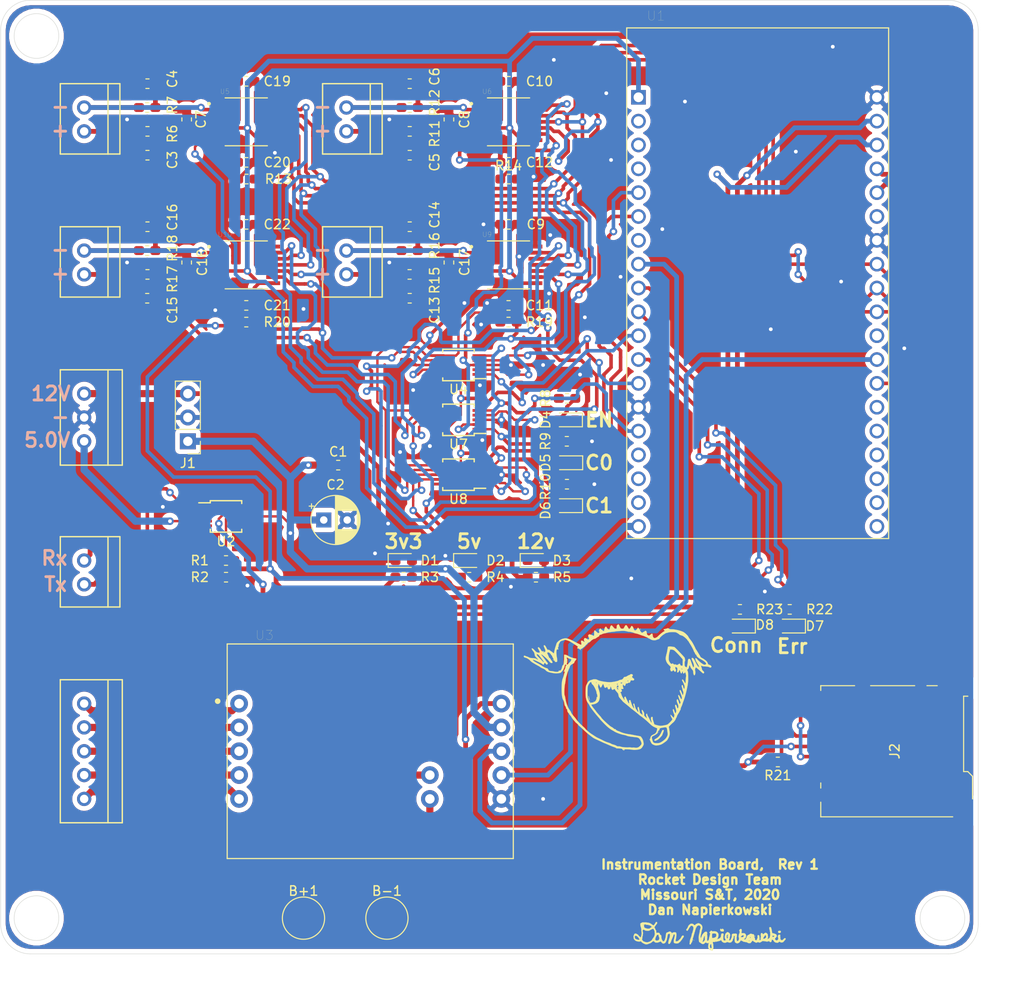
<source format=kicad_pcb>
(kicad_pcb (version 20171130) (host pcbnew "(5.1.4)-1")
  (layers (0 F.Cu signal) (31 B.Cu signal) (34 B.Paste user) (35 F.Paste user) (36 B.SilkS user) (37 F.SilkS user) (38 B.Mask user) (39 F.Mask user) (44 Edge.Cuts user))
  (net 0 "")
  (net 1 +12V)
  (net 2 +3V3)
  (net 3 +5V)
  (net 4 "Net-(B+1-Pad1)")
  (net 5 "Net-(B-1-Pad1)")
  (net 6 GND)
  (net 7 "Net-(C3-Pad2)")
  (net 8 "Net-(C4-Pad2)")
  (net 9 "Net-(C5-Pad2)")
  (net 10 "Net-(C6-Pad2)")
  (net 11 "Net-(C13-Pad2)")
  (net 12 "Net-(C14-Pad2)")
  (net 13 "Net-(C15-Pad2)")
  (net 14 "Net-(C16-Pad2)")
  (net 15 "Net-(Conn1-Pad5)")
  (net 16 "Net-(Conn1-Pad4)")
  (net 17 "Net-(Conn1-Pad3)")
  (net 18 "Net-(Conn1-Pad2)")
  (net 19 "Net-(Conn1-Pad1)")
  (net 20 "Net-(Conn2-Pad3)")
  (net 21 /ESP32/LoadCell_TX)
  (net 22 /ESP32/LoadCell_RX)
  (net 23 /ThermoCouples/Tm_1)
  (net 24 /ThermoCouples/Tp_1)
  (net 25 /ThermoCouples/Tm_2)
  (net 26 /ThermoCouples/Tp_2)
  (net 27 /ThermoCouples/Tm_3)
  (net 28 /ThermoCouples/Tp_3)
  (net 29 /ThermoCouples/Tp_4)
  (net 30 /ThermoCouples/Tm_4)
  (net 31 "Net-(D1-Pad2)")
  (net 32 "Net-(D2-Pad2)")
  (net 33 "Net-(D3-Pad2)")
  (net 34 "Net-(D4-Pad2)")
  (net 35 "Net-(D5-Pad2)")
  (net 36 "Net-(D6-Pad2)")
  (net 37 "Net-(D7-Pad2)")
  (net 38 "Net-(D8-Pad2)")
  (net 39 "Net-(J2-Pad8)")
  (net 40 /ESP32/MISO)
  (net 41 /ESP32/SCK)
  (net 42 /ESP32/MOSI)
  (net 43 /ESP32/SDCard_CS)
  (net 44 "Net-(J2-Pad1)")
  (net 45 /ESP32/PT_SDA)
  (net 46 /ESP32/PT_SCL)
  (net 47 /ESP32/TC_EN)
  (net 48 /ESP32/TC_C0)
  (net 49 /ESP32/TC_C1)
  (net 50 CS_3)
  (net 51 CS_1)
  (net 52 CS_2)
  (net 53 CS_4)
  (net 54 "Net-(R22-Pad1)")
  (net 55 "Net-(R23-Pad1)")
  (net 56 /ESP32/PT_RDY)
  (net 57 /ESP32/TC_DRDY)
  (net 58 /ESP32/TC_FAULT)
  (net 59 /ESP32/LC_DOUT)
  (net 60 /ESP32/LC_SCK)
  (net 61 "Net-(U2-Pad7)")
  (net 62 "Net-(U2-Pad6)")
  (net 63 FAULT_3)
  (net 64 DRDY_3)
  (net 65 FAULT_1)
  (net 66 DRDY_1)
  (net 67 DRDY_2)
  (net 68 DRDY_4)
  (net 69 FAULT_2)
  (net 70 FAULT_4)
  (net 71 "Net-(U1-Pad38)")
  (net 72 "Net-(U1-Pad37)")
  (net 73 "Net-(U1-Pad36)")
  (net 74 "Net-(U1-Pad34)")
  (net 75 "Net-(U1-Pad33)")
  (net 76 "Net-(U1-Pad30)")
  (net 77 "Net-(U1-Pad25)")
  (net 78 "Net-(U1-Pad18)")
  (net 79 "Net-(U1-Pad17)")
  (net 80 "Net-(U1-Pad16)")
  (net 81 "Net-(U1-Pad7)")
  (net 82 "Net-(U1-Pad4)")
  (net 83 "Net-(U1-Pad3)")
  (net 84 "Net-(U1-Pad2)")
  (net 85 "Net-(U1-Pad35)")
  (module ESP8266:Signature (layer F.Cu) (at 156.718 152.9715)
    (fp_text reference G*** hide)
    (fp_text value LOGO hide)
  )
  (module ESP8266:lizard_logo (layer F.Cu) (at 147.193 128.143)
    (fp_text reference G*** hide)
    (fp_text value LOGO hide)
  )
  (module ESP32-DEVKITC-32D:MODULE_ESP32-DEVKITC-32D (layer F.Cu) (at 161.925 83.439)
    (fp_text reference U1 (at -10.829175 -28.446045) (layer F.SilkS) (effects (font (size 1.000386 1.000386) (thickness 0.015))))
    (fp_text value ESP32-DEVKITC-32D)
    (pad 38 thru_hole circle (at 12.7 25.96) (size 1.56 1.56) (drill 1.04) (layers *.Cu *.Mask) (net 71 "Net-(U1-Pad38)"))
    (pad 37 thru_hole circle (at 12.7 23.42) (size 1.56 1.56) (drill 1.04) (layers *.Cu *.Mask) (net 72 "Net-(U1-Pad37)"))
    (pad 36 thru_hole circle (at 12.7 20.88) (size 1.56 1.56) (drill 1.04) (layers *.Cu *.Mask) (net 73 "Net-(U1-Pad36)"))
    (pad 35 thru_hole circle (at 12.7 18.34) (size 1.56 1.56) (drill 1.04) (layers *.Cu *.Mask) (net 85 "Net-(U1-Pad35)"))
    (pad 34 thru_hole circle (at 12.7 15.8) (size 1.56 1.56) (drill 1.04) (layers *.Cu *.Mask) (net 74 "Net-(U1-Pad34)"))
    (pad 33 thru_hole circle (at 12.7 13.26) (size 1.56 1.56) (drill 1.04) (layers *.Cu *.Mask) (net 75 "Net-(U1-Pad33)"))
    (pad 32 thru_hole circle (at 12.7 10.72) (size 1.56 1.56) (drill 1.04) (layers *.Cu *.Mask) (net 43 /ESP32/SDCard_CS))
    (pad 31 thru_hole circle (at 12.7 8.18) (size 1.56 1.56) (drill 1.04) (layers *.Cu *.Mask) (net 59 /ESP32/LC_DOUT))
    (pad 30 thru_hole circle (at 12.7 5.64) (size 1.56 1.56) (drill 1.04) (layers *.Cu *.Mask) (net 76 "Net-(U1-Pad30)"))
    (pad 29 thru_hole circle (at 12.7 3.1) (size 1.56 1.56) (drill 1.04) (layers *.Cu *.Mask) (net 41 /ESP32/SCK))
    (pad 28 thru_hole circle (at 12.7 0.56) (size 1.56 1.56) (drill 1.04) (layers *.Cu *.Mask) (net 42 /ESP32/MOSI))
    (pad 27 thru_hole circle (at 12.7 -1.98) (size 1.56 1.56) (drill 1.04) (layers *.Cu *.Mask) (net 40 /ESP32/MISO))
    (pad 26 thru_hole circle (at 12.7 -4.52) (size 1.56 1.56) (drill 1.04) (layers *.Cu *.Mask) (net 6 GND))
    (pad 25 thru_hole circle (at 12.7 -7.06) (size 1.56 1.56) (drill 1.04) (layers *.Cu *.Mask) (net 77 "Net-(U1-Pad25)"))
    (pad 24 thru_hole circle (at 12.7 -9.6) (size 1.56 1.56) (drill 1.04) (layers *.Cu *.Mask) (net 22 /ESP32/LoadCell_RX))
    (pad 23 thru_hole circle (at 12.7 -12.14) (size 1.56 1.56) (drill 1.04) (layers *.Cu *.Mask) (net 21 /ESP32/LoadCell_TX))
    (pad 22 thru_hole circle (at 12.7 -14.68) (size 1.56 1.56) (drill 1.04) (layers *.Cu *.Mask) (net 46 /ESP32/PT_SCL))
    (pad 21 thru_hole circle (at 12.7 -17.22) (size 1.56 1.56) (drill 1.04) (layers *.Cu *.Mask) (net 45 /ESP32/PT_SDA))
    (pad 20 thru_hole circle (at 12.7 -19.76) (size 1.56 1.56) (drill 1.04) (layers *.Cu *.Mask) (net 6 GND))
    (pad 18 thru_hole circle (at -12.7 23.42) (size 1.56 1.56) (drill 1.04) (layers *.Cu *.Mask) (net 78 "Net-(U1-Pad18)"))
    (pad 17 thru_hole circle (at -12.7 20.88) (size 1.56 1.56) (drill 1.04) (layers *.Cu *.Mask) (net 79 "Net-(U1-Pad17)"))
    (pad 16 thru_hole circle (at -12.7 18.34) (size 1.56 1.56) (drill 1.04) (layers *.Cu *.Mask) (net 80 "Net-(U1-Pad16)"))
    (pad 15 thru_hole circle (at -12.7 15.8) (size 1.56 1.56) (drill 1.04) (layers *.Cu *.Mask) (net 47 /ESP32/TC_EN))
    (pad 14 thru_hole circle (at -12.7 13.26) (size 1.56 1.56) (drill 1.04) (layers *.Cu *.Mask) (net 6 GND))
    (pad 13 thru_hole circle (at -12.7 10.72) (size 1.56 1.56) (drill 1.04) (layers *.Cu *.Mask) (net 48 /ESP32/TC_C0))
    (pad 12 thru_hole circle (at -12.7 8.18) (size 1.56 1.56) (drill 1.04) (layers *.Cu *.Mask) (net 56 /ESP32/PT_RDY))
    (pad 11 thru_hole circle (at -12.7 5.64) (size 1.56 1.56) (drill 1.04) (layers *.Cu *.Mask) (net 49 /ESP32/TC_C1))
    (pad 10 thru_hole circle (at -12.7 3.1) (size 1.56 1.56) (drill 1.04) (layers *.Cu *.Mask) (net 55 "Net-(R23-Pad1)"))
    (pad 9 thru_hole circle (at -12.7 0.56) (size 1.56 1.56) (drill 1.04) (layers *.Cu *.Mask) (net 54 "Net-(R22-Pad1)"))
    (pad 8 thru_hole circle (at -12.7 -1.98) (size 1.56 1.56) (drill 1.04) (layers *.Cu *.Mask) (net 60 /ESP32/LC_SCK))
    (pad 7 thru_hole circle (at -12.7 -4.52) (size 1.56 1.56) (drill 1.04) (layers *.Cu *.Mask) (net 81 "Net-(U1-Pad7)"))
    (pad 6 thru_hole circle (at -12.7 -7.06) (size 1.56 1.56) (drill 1.04) (layers *.Cu *.Mask) (net 57 /ESP32/TC_DRDY))
    (pad 5 thru_hole circle (at -12.7 -9.6) (size 1.56 1.56) (drill 1.04) (layers *.Cu *.Mask) (net 58 /ESP32/TC_FAULT))
    (pad 4 thru_hole circle (at -12.7 -12.14) (size 1.56 1.56) (drill 1.04) (layers *.Cu *.Mask) (net 82 "Net-(U1-Pad4)"))
    (pad 3 thru_hole circle (at -12.7 -14.68) (size 1.56 1.56) (drill 1.04) (layers *.Cu *.Mask) (net 83 "Net-(U1-Pad3)"))
    (pad 19 thru_hole circle (at -12.7 25.96) (size 1.56 1.56) (drill 1.04) (layers *.Cu *.Mask) (net 3 +5V))
    (pad 2 thru_hole circle (at -12.7 -17.22) (size 1.56 1.56) (drill 1.04) (layers *.Cu *.Mask) (net 84 "Net-(U1-Pad2)"))
    (pad 1 thru_hole rect (at -12.7 -19.76) (size 1.56 1.56) (drill 1.04) (layers *.Cu *.Mask) (net 2 +3V3))
  )
  (module MAX31856MUD_:SOP65P640X110-14N (layer F.Cu) (at 107.442 81.534)
    (fp_text reference U10 (at -2.285858 -3.240391) (layer F.SilkS) (effects (font (size 0.514253 0.514253) (thickness 0.015))))
    (fp_text value MAX31856MUD+)
    (pad 14 smd rect (at 2.865 -1.95) (size 1.48 0.41) (layers F.Cu F.Paste F.Mask) (net 6 GND))
    (pad 13 smd rect (at 2.865 -1.3) (size 1.48 0.41) (layers F.Cu F.Paste F.Mask) (net 70 FAULT_4))
    (pad 12 smd rect (at 2.865 -0.65) (size 1.48 0.41) (layers F.Cu F.Paste F.Mask) (net 42 /ESP32/MOSI))
    (pad 11 smd rect (at 2.865 0) (size 1.48 0.41) (layers F.Cu F.Paste F.Mask) (net 40 /ESP32/MISO))
    (pad 10 smd rect (at 2.865 0.65) (size 1.48 0.41) (layers F.Cu F.Paste F.Mask) (net 41 /ESP32/SCK))
    (pad 9 smd rect (at 2.865 1.3) (size 1.48 0.41) (layers F.Cu F.Paste F.Mask) (net 53 CS_4))
    (pad 8 smd rect (at 2.865 1.95) (size 1.48 0.41) (layers F.Cu F.Paste F.Mask) (net 2 +3V3))
    (pad 7 smd rect (at -2.865 1.95) (size 1.48 0.41) (layers F.Cu F.Paste F.Mask) (net 68 DRDY_4))
    (pad 6 smd rect (at -2.865 1.3) (size 1.48 0.41) (layers F.Cu F.Paste F.Mask))
    (pad 5 smd rect (at -2.865 0.65) (size 1.48 0.41) (layers F.Cu F.Paste F.Mask) (net 2 +3V3))
    (pad 4 smd rect (at -2.865 0) (size 1.48 0.41) (layers F.Cu F.Paste F.Mask) (net 13 "Net-(C15-Pad2)"))
    (pad 3 smd rect (at -2.865 -0.65) (size 1.48 0.41) (layers F.Cu F.Paste F.Mask) (net 14 "Net-(C16-Pad2)"))
    (pad 2 smd rect (at -2.865 -1.3) (size 1.48 0.41) (layers F.Cu F.Paste F.Mask) (net 30 /ThermoCouples/Tm_4))
    (pad 1 smd rect (at -2.865 -1.95) (size 1.48 0.41) (layers F.Cu F.Paste F.Mask) (net 6 GND))
  )
  (module MAX31856MUD_:SOP65P640X110-14N (layer F.Cu) (at 135.382 81.534)
    (fp_text reference U9 (at -2.285858 -3.240391) (layer F.SilkS) (effects (font (size 0.514253 0.514253) (thickness 0.015))))
    (fp_text value MAX31856MUD+)
    (pad 14 smd rect (at 2.865 -1.95) (size 1.48 0.41) (layers F.Cu F.Paste F.Mask) (net 6 GND))
    (pad 13 smd rect (at 2.865 -1.3) (size 1.48 0.41) (layers F.Cu F.Paste F.Mask) (net 69 FAULT_2))
    (pad 12 smd rect (at 2.865 -0.65) (size 1.48 0.41) (layers F.Cu F.Paste F.Mask) (net 42 /ESP32/MOSI))
    (pad 11 smd rect (at 2.865 0) (size 1.48 0.41) (layers F.Cu F.Paste F.Mask) (net 40 /ESP32/MISO))
    (pad 10 smd rect (at 2.865 0.65) (size 1.48 0.41) (layers F.Cu F.Paste F.Mask) (net 41 /ESP32/SCK))
    (pad 9 smd rect (at 2.865 1.3) (size 1.48 0.41) (layers F.Cu F.Paste F.Mask) (net 52 CS_2))
    (pad 8 smd rect (at 2.865 1.95) (size 1.48 0.41) (layers F.Cu F.Paste F.Mask) (net 2 +3V3))
    (pad 7 smd rect (at -2.865 1.95) (size 1.48 0.41) (layers F.Cu F.Paste F.Mask) (net 67 DRDY_2))
    (pad 6 smd rect (at -2.865 1.3) (size 1.48 0.41) (layers F.Cu F.Paste F.Mask))
    (pad 5 smd rect (at -2.865 0.65) (size 1.48 0.41) (layers F.Cu F.Paste F.Mask) (net 2 +3V3))
    (pad 4 smd rect (at -2.865 0) (size 1.48 0.41) (layers F.Cu F.Paste F.Mask) (net 11 "Net-(C13-Pad2)"))
    (pad 3 smd rect (at -2.865 -0.65) (size 1.48 0.41) (layers F.Cu F.Paste F.Mask) (net 12 "Net-(C14-Pad2)"))
    (pad 2 smd rect (at -2.865 -1.3) (size 1.48 0.41) (layers F.Cu F.Paste F.Mask) (net 25 /ThermoCouples/Tm_2))
    (pad 1 smd rect (at -2.865 -1.95) (size 1.48 0.41) (layers F.Cu F.Paste F.Mask) (net 6 GND))
  )
  (module Package_SO:MSOP-10_3x3mm_P0.5mm (layer F.Cu) (at 130.048 103.886 180)
    (fp_text reference U8 (at 0 -2.6) (layer F.SilkS))
    (fp_text value TMUX1104)
    (pad 10 smd rect (at 2.2 -1 180) (size 1.4 0.3) (layers F.Cu F.Paste F.Mask) (net 49 /ESP32/TC_C1))
    (pad 9 smd rect (at 2.2 -0.5 180) (size 1.4 0.3) (layers F.Cu F.Paste F.Mask) (net 69 FAULT_2))
    (pad 8 smd rect (at 2.2 0 180) (size 1.4 0.3) (layers F.Cu F.Paste F.Mask) (net 58 /ESP32/TC_FAULT))
    (pad 7 smd rect (at 2.2 0.5 180) (size 1.4 0.3) (layers F.Cu F.Paste F.Mask) (net 70 FAULT_4))
    (pad 6 smd rect (at 2.2 1 180) (size 1.4 0.3) (layers F.Cu F.Paste F.Mask) (net 2 +3V3))
    (pad 5 smd rect (at -2.2 1 180) (size 1.4 0.3) (layers F.Cu F.Paste F.Mask) (net 47 /ESP32/TC_EN))
    (pad 4 smd rect (at -2.2 0.5 180) (size 1.4 0.3) (layers F.Cu F.Paste F.Mask) (net 63 FAULT_3))
    (pad 3 smd rect (at -2.2 0 180) (size 1.4 0.3) (layers F.Cu F.Paste F.Mask) (net 6 GND))
    (pad 2 smd rect (at -2.2 -0.5 180) (size 1.4 0.3) (layers F.Cu F.Paste F.Mask) (net 65 FAULT_1))
    (pad 1 smd rect (at -2.2 -1 180) (size 1.4 0.3) (layers F.Cu F.Paste F.Mask) (net 48 /ESP32/TC_C0))
  )
  (module Package_SO:MSOP-10_3x3mm_P0.5mm (layer F.Cu) (at 130.048 98.044 180)
    (fp_text reference U7 (at 0 -2.6) (layer F.SilkS))
    (fp_text value TMUX1104)
    (pad 10 smd rect (at 2.2 -1 180) (size 1.4 0.3) (layers F.Cu F.Paste F.Mask) (net 49 /ESP32/TC_C1))
    (pad 9 smd rect (at 2.2 -0.5 180) (size 1.4 0.3) (layers F.Cu F.Paste F.Mask) (net 67 DRDY_2))
    (pad 8 smd rect (at 2.2 0 180) (size 1.4 0.3) (layers F.Cu F.Paste F.Mask) (net 57 /ESP32/TC_DRDY))
    (pad 7 smd rect (at 2.2 0.5 180) (size 1.4 0.3) (layers F.Cu F.Paste F.Mask) (net 68 DRDY_4))
    (pad 6 smd rect (at 2.2 1 180) (size 1.4 0.3) (layers F.Cu F.Paste F.Mask) (net 2 +3V3))
    (pad 5 smd rect (at -2.2 1 180) (size 1.4 0.3) (layers F.Cu F.Paste F.Mask) (net 47 /ESP32/TC_EN))
    (pad 4 smd rect (at -2.2 0.5 180) (size 1.4 0.3) (layers F.Cu F.Paste F.Mask) (net 64 DRDY_3))
    (pad 3 smd rect (at -2.2 0 180) (size 1.4 0.3) (layers F.Cu F.Paste F.Mask) (net 6 GND))
    (pad 2 smd rect (at -2.2 -0.5 180) (size 1.4 0.3) (layers F.Cu F.Paste F.Mask) (net 66 DRDY_1))
    (pad 1 smd rect (at -2.2 -1 180) (size 1.4 0.3) (layers F.Cu F.Paste F.Mask) (net 48 /ESP32/TC_C0))
  )
  (module MAX31856MUD_:SOP65P640X110-14N (layer F.Cu) (at 135.382 66.294)
    (fp_text reference U6 (at -2.285858 -3.240391) (layer F.SilkS) (effects (font (size 0.514253 0.514253) (thickness 0.015))))
    (fp_text value MAX31856MUD+)
    (pad 14 smd rect (at 2.865 -1.95) (size 1.48 0.41) (layers F.Cu F.Paste F.Mask) (net 6 GND))
    (pad 13 smd rect (at 2.865 -1.3) (size 1.48 0.41) (layers F.Cu F.Paste F.Mask) (net 65 FAULT_1))
    (pad 12 smd rect (at 2.865 -0.65) (size 1.48 0.41) (layers F.Cu F.Paste F.Mask) (net 42 /ESP32/MOSI))
    (pad 11 smd rect (at 2.865 0) (size 1.48 0.41) (layers F.Cu F.Paste F.Mask) (net 40 /ESP32/MISO))
    (pad 10 smd rect (at 2.865 0.65) (size 1.48 0.41) (layers F.Cu F.Paste F.Mask) (net 41 /ESP32/SCK))
    (pad 9 smd rect (at 2.865 1.3) (size 1.48 0.41) (layers F.Cu F.Paste F.Mask) (net 51 CS_1))
    (pad 8 smd rect (at 2.865 1.95) (size 1.48 0.41) (layers F.Cu F.Paste F.Mask) (net 2 +3V3))
    (pad 7 smd rect (at -2.865 1.95) (size 1.48 0.41) (layers F.Cu F.Paste F.Mask) (net 66 DRDY_1))
    (pad 6 smd rect (at -2.865 1.3) (size 1.48 0.41) (layers F.Cu F.Paste F.Mask))
    (pad 5 smd rect (at -2.865 0.65) (size 1.48 0.41) (layers F.Cu F.Paste F.Mask) (net 2 +3V3))
    (pad 4 smd rect (at -2.865 0) (size 1.48 0.41) (layers F.Cu F.Paste F.Mask) (net 9 "Net-(C5-Pad2)"))
    (pad 3 smd rect (at -2.865 -0.65) (size 1.48 0.41) (layers F.Cu F.Paste F.Mask) (net 10 "Net-(C6-Pad2)"))
    (pad 2 smd rect (at -2.865 -1.3) (size 1.48 0.41) (layers F.Cu F.Paste F.Mask) (net 23 /ThermoCouples/Tm_1))
    (pad 1 smd rect (at -2.865 -1.95) (size 1.48 0.41) (layers F.Cu F.Paste F.Mask) (net 6 GND))
  )
  (module MAX31856MUD_:SOP65P640X110-14N (layer F.Cu) (at 107.442 66.294)
    (fp_text reference U5 (at -2.285858 -3.240391) (layer F.SilkS) (effects (font (size 0.514253 0.514253) (thickness 0.015))))
    (fp_text value MAX31856MUD+)
    (pad 14 smd rect (at 2.865 -1.95) (size 1.48 0.41) (layers F.Cu F.Paste F.Mask) (net 6 GND))
    (pad 13 smd rect (at 2.865 -1.3) (size 1.48 0.41) (layers F.Cu F.Paste F.Mask) (net 63 FAULT_3))
    (pad 12 smd rect (at 2.865 -0.65) (size 1.48 0.41) (layers F.Cu F.Paste F.Mask) (net 42 /ESP32/MOSI))
    (pad 11 smd rect (at 2.865 0) (size 1.48 0.41) (layers F.Cu F.Paste F.Mask) (net 40 /ESP32/MISO))
    (pad 10 smd rect (at 2.865 0.65) (size 1.48 0.41) (layers F.Cu F.Paste F.Mask) (net 41 /ESP32/SCK))
    (pad 9 smd rect (at 2.865 1.3) (size 1.48 0.41) (layers F.Cu F.Paste F.Mask) (net 50 CS_3))
    (pad 8 smd rect (at 2.865 1.95) (size 1.48 0.41) (layers F.Cu F.Paste F.Mask) (net 2 +3V3))
    (pad 7 smd rect (at -2.865 1.95) (size 1.48 0.41) (layers F.Cu F.Paste F.Mask) (net 64 DRDY_3))
    (pad 6 smd rect (at -2.865 1.3) (size 1.48 0.41) (layers F.Cu F.Paste F.Mask))
    (pad 5 smd rect (at -2.865 0.65) (size 1.48 0.41) (layers F.Cu F.Paste F.Mask) (net 2 +3V3))
    (pad 4 smd rect (at -2.865 0) (size 1.48 0.41) (layers F.Cu F.Paste F.Mask) (net 7 "Net-(C3-Pad2)"))
    (pad 3 smd rect (at -2.865 -0.65) (size 1.48 0.41) (layers F.Cu F.Paste F.Mask) (net 8 "Net-(C4-Pad2)"))
    (pad 2 smd rect (at -2.865 -1.3) (size 1.48 0.41) (layers F.Cu F.Paste F.Mask) (net 27 /ThermoCouples/Tm_3))
    (pad 1 smd rect (at -2.865 -1.95) (size 1.48 0.41) (layers F.Cu F.Paste F.Mask) (net 6 GND))
  )
  (module Package_SO:MSOP-10_3x3mm_P0.5mm (layer F.Cu) (at 130.048 92.202 180)
    (fp_text reference U4 (at 0 -2.6) (layer F.SilkS))
    (fp_text value TMUX1104)
    (pad 10 smd rect (at 2.2 -1 180) (size 1.4 0.3) (layers F.Cu F.Paste F.Mask) (net 49 /ESP32/TC_C1))
    (pad 9 smd rect (at 2.2 -0.5 180) (size 1.4 0.3) (layers F.Cu F.Paste F.Mask) (net 52 CS_2))
    (pad 8 smd rect (at 2.2 0 180) (size 1.4 0.3) (layers F.Cu F.Paste F.Mask) (net 6 GND))
    (pad 7 smd rect (at 2.2 0.5 180) (size 1.4 0.3) (layers F.Cu F.Paste F.Mask) (net 53 CS_4))
    (pad 6 smd rect (at 2.2 1 180) (size 1.4 0.3) (layers F.Cu F.Paste F.Mask) (net 2 +3V3))
    (pad 5 smd rect (at -2.2 1 180) (size 1.4 0.3) (layers F.Cu F.Paste F.Mask) (net 47 /ESP32/TC_EN))
    (pad 4 smd rect (at -2.2 0.5 180) (size 1.4 0.3) (layers F.Cu F.Paste F.Mask) (net 50 CS_3))
    (pad 3 smd rect (at -2.2 0 180) (size 1.4 0.3) (layers F.Cu F.Paste F.Mask) (net 6 GND))
    (pad 2 smd rect (at -2.2 -0.5 180) (size 1.4 0.3) (layers F.Cu F.Paste F.Mask) (net 51 CS_1))
    (pad 1 smd rect (at -2.2 -1 180) (size 1.4 0.3) (layers F.Cu F.Paste F.Mask) (net 48 /ESP32/TC_C0))
  )
  (module SEN-13879:SPARKFUN_SEN-13879 (layer F.Cu) (at 120.65 133.35)
    (fp_text reference U3 (at -11.2657 -12.35574) (layer F.SilkS) (effects (font (size 1.000063 1.000063) (thickness 0.015))))
    (fp_text value SEN-13879)
    (pad 12 thru_hole circle (at 6.35 5.08) (size 1.8796 1.8796) (drill 1.016) (layers *.Cu *.Mask) (net 5 "Net-(B-1-Pad1)"))
    (pad 11 thru_hole circle (at 6.35 2.54) (size 1.8796 1.8796) (drill 1.016) (layers *.Cu *.Mask) (net 4 "Net-(B+1-Pad1)"))
    (pad 6 thru_hole circle (at 13.97 5.08) (size 1.8796 1.8796) (drill 1.016) (layers *.Cu *.Mask) (net 6 GND))
    (pad 7 thru_hole circle (at 13.97 2.54) (size 1.8796 1.8796) (drill 1.016) (layers *.Cu *.Mask) (net 60 /ESP32/LC_SCK))
    (pad 8 thru_hole circle (at 13.97 0) (size 1.8796 1.8796) (drill 1.016) (layers *.Cu *.Mask) (net 59 /ESP32/LC_DOUT))
    (pad 9 thru_hole circle (at 13.97 -2.54) (size 1.8796 1.8796) (drill 1.016) (layers *.Cu *.Mask) (net 3 +5V))
    (pad 10 thru_hole circle (at 13.97 -5.08) (size 1.8796 1.8796) (drill 1.016) (layers *.Cu *.Mask) (net 2 +3V3))
    (pad 1 thru_hole circle (at -13.97 -5.08) (size 1.8796 1.8796) (drill 1.016) (layers *.Cu *.Mask) (net 19 "Net-(Conn1-Pad1)"))
    (pad 2 thru_hole circle (at -13.97 -2.54) (size 1.8796 1.8796) (drill 1.016) (layers *.Cu *.Mask) (net 18 "Net-(Conn1-Pad2)"))
    (pad 3 thru_hole circle (at -13.97 0) (size 1.8796 1.8796) (drill 1.016) (layers *.Cu *.Mask) (net 17 "Net-(Conn1-Pad3)"))
    (pad 4 thru_hole circle (at -13.97 2.54) (size 1.8796 1.8796) (drill 1.016) (layers *.Cu *.Mask) (net 16 "Net-(Conn1-Pad4)"))
    (pad 5 thru_hole circle (at -13.97 5.08) (size 1.8796 1.8796) (drill 1.016) (layers *.Cu *.Mask) (net 15 "Net-(Conn1-Pad5)"))
  )
  (module Package_SO:MSOP-10_3x3mm_P0.5mm (layer F.Cu) (at 105.283 108.331)
    (fp_text reference U2 (at 0 2.667) (layer F.SilkS))
    (fp_text value ADS1114)
    (pad 10 smd rect (at 2.2 -1) (size 1.4 0.3) (layers F.Cu F.Paste F.Mask) (net 46 /ESP32/PT_SCL))
    (pad 9 smd rect (at 2.2 -0.5) (size 1.4 0.3) (layers F.Cu F.Paste F.Mask) (net 45 /ESP32/PT_SDA))
    (pad 8 smd rect (at 2.2 0) (size 1.4 0.3) (layers F.Cu F.Paste F.Mask) (net 3 +5V))
    (pad 7 smd rect (at 2.2 0.5) (size 1.4 0.3) (layers F.Cu F.Paste F.Mask) (net 61 "Net-(U2-Pad7)"))
    (pad 6 smd rect (at 2.2 1) (size 1.4 0.3) (layers F.Cu F.Paste F.Mask) (net 62 "Net-(U2-Pad6)"))
    (pad 5 smd rect (at -2.2 1) (size 1.4 0.3) (layers F.Cu F.Paste F.Mask) (net 6 GND))
    (pad 4 smd rect (at -2.2 0.5) (size 1.4 0.3) (layers F.Cu F.Paste F.Mask) (net 20 "Net-(Conn2-Pad3)"))
    (pad 3 smd rect (at -2.2 0) (size 1.4 0.3) (layers F.Cu F.Paste F.Mask) (net 6 GND))
    (pad 2 smd rect (at -2.2 -0.5) (size 1.4 0.3) (layers F.Cu F.Paste F.Mask) (net 56 /ESP32/PT_RDY))
    (pad 1 smd rect (at -2.2 -1) (size 1.4 0.3) (layers F.Cu F.Paste F.Mask) (net 6 GND))
  )
  (module Resistor_SMD:R_0603_1608Metric_Pad1.05x0.95mm_HandSolder (layer F.Cu) (at 160.034 118.237 180)
    (fp_text reference R23 (at -3.161 0) (layer F.SilkS))
    (fp_text value 330)
    (pad 2 smd roundrect (at 0.875 0 180) (size 1.05 0.95) (layers F.Cu F.Paste F.Mask) (net 38 "Net-(D8-Pad2)"))
    (pad 1 smd roundrect (at -0.875 0 180) (size 1.05 0.95) (layers F.Cu F.Paste F.Mask) (net 55 "Net-(R23-Pad1)"))
  )
  (module Resistor_SMD:R_0603_1608Metric_Pad1.05x0.95mm_HandSolder (layer F.Cu) (at 165.34 118.237 180)
    (fp_text reference R22 (at -3.189 0) (layer F.SilkS))
    (fp_text value 330)
    (pad 2 smd roundrect (at 0.875 0 180) (size 1.05 0.95) (layers F.Cu F.Paste F.Mask) (net 37 "Net-(D7-Pad2)"))
    (pad 1 smd roundrect (at -0.875 0 180) (size 1.05 0.95) (layers F.Cu F.Paste F.Mask) (net 54 "Net-(R22-Pad1)"))
  )
  (module Resistor_SMD:R_0603_1608Metric_Pad1.05x0.95mm_HandSolder (layer F.Cu) (at 164.07 134.493 180)
    (fp_text reference R21 (at 0 -1.43) (layer F.SilkS))
    (fp_text value 10k)
    (pad 2 smd roundrect (at 0.875 0 180) (size 1.05 0.95) (layers F.Cu F.Paste F.Mask) (net 2 +3V3))
    (pad 1 smd roundrect (at -0.875 0 180) (size 1.05 0.95) (layers F.Cu F.Paste F.Mask) (net 43 /ESP32/SDCard_CS))
  )
  (module Resistor_SMD:R_0603_1608Metric_Pad1.05x0.95mm_HandSolder (layer F.Cu) (at 107.442 87.63)
    (fp_text reference R20 (at 3.302 0) (layer F.SilkS))
    (fp_text value 10k)
    (pad 2 smd roundrect (at 0.875 0) (size 1.05 0.95) (layers F.Cu F.Paste F.Mask) (net 53 CS_4))
    (pad 1 smd roundrect (at -0.875 0) (size 1.05 0.95) (layers F.Cu F.Paste F.Mask) (net 2 +3V3))
  )
  (module Resistor_SMD:R_0603_1608Metric_Pad1.05x0.95mm_HandSolder (layer F.Cu) (at 135.382 87.63)
    (fp_text reference R19 (at 3.302 0) (layer F.SilkS))
    (fp_text value 10k)
    (pad 2 smd roundrect (at 0.875 0) (size 1.05 0.95) (layers F.Cu F.Paste F.Mask) (net 52 CS_2))
    (pad 1 smd roundrect (at -0.875 0) (size 1.05 0.95) (layers F.Cu F.Paste F.Mask) (net 2 +3V3))
  )
  (module Resistor_SMD:R_0603_1608Metric_Pad1.05x0.95mm_HandSolder (layer F.Cu) (at 96.887 80.01)
    (fp_text reference R18 (at 2.681 -0.254 90) (layer F.SilkS))
    (fp_text value 100)
    (pad 2 smd roundrect (at 0.875 0) (size 1.05 0.95) (layers F.Cu F.Paste F.Mask) (net 14 "Net-(C16-Pad2)"))
    (pad 1 smd roundrect (at -0.875 0) (size 1.05 0.95) (layers F.Cu F.Paste F.Mask) (net 30 /ThermoCouples/Tm_4))
  )
  (module Resistor_SMD:R_0603_1608Metric_Pad1.05x0.95mm_HandSolder (layer F.Cu) (at 96.915 82.55)
    (fp_text reference R17 (at 2.653 0.508 90) (layer F.SilkS))
    (fp_text value 100)
    (pad 2 smd roundrect (at 0.875 0) (size 1.05 0.95) (layers F.Cu F.Paste F.Mask) (net 13 "Net-(C15-Pad2)"))
    (pad 1 smd roundrect (at -0.875 0) (size 1.05 0.95) (layers F.Cu F.Paste F.Mask) (net 29 /ThermoCouples/Tp_4))
  )
  (module Resistor_SMD:R_0603_1608Metric_Pad1.05x0.95mm_HandSolder (layer F.Cu) (at 124.841 80.01)
    (fp_text reference R16 (at 2.667 -0.508 90) (layer F.SilkS))
    (fp_text value 100)
    (pad 2 smd roundrect (at 0.875 0) (size 1.05 0.95) (layers F.Cu F.Paste F.Mask) (net 12 "Net-(C14-Pad2)"))
    (pad 1 smd roundrect (at -0.875 0) (size 1.05 0.95) (layers F.Cu F.Paste F.Mask) (net 25 /ThermoCouples/Tm_2))
  )
  (module Resistor_SMD:R_0603_1608Metric_Pad1.05x0.95mm_HandSolder (layer F.Cu) (at 124.841 82.55)
    (fp_text reference R15 (at 2.667 0.635 90) (layer F.SilkS))
    (fp_text value 100)
    (pad 2 smd roundrect (at 0.875 0) (size 1.05 0.95) (layers F.Cu F.Paste F.Mask) (net 11 "Net-(C13-Pad2)"))
    (pad 1 smd roundrect (at -0.875 0) (size 1.05 0.95) (layers F.Cu F.Paste F.Mask) (net 26 /ThermoCouples/Tp_2))
  )
  (module Resistor_SMD:R_0603_1608Metric_Pad1.05x0.95mm_HandSolder (layer F.Cu) (at 135.382 72.39)
    (fp_text reference R14 (at 0 -1.43) (layer F.SilkS))
    (fp_text value 10k)
    (pad 2 smd roundrect (at 0.875 0) (size 1.05 0.95) (layers F.Cu F.Paste F.Mask) (net 51 CS_1))
    (pad 1 smd roundrect (at -0.875 0) (size 1.05 0.95) (layers F.Cu F.Paste F.Mask) (net 2 +3V3))
  )
  (module Resistor_SMD:R_0603_1608Metric_Pad1.05x0.95mm_HandSolder (layer F.Cu) (at 107.456 72.39)
    (fp_text reference R13 (at 3.415 0) (layer F.SilkS))
    (fp_text value 10k)
    (pad 2 smd roundrect (at 0.875 0) (size 1.05 0.95) (layers F.Cu F.Paste F.Mask) (net 50 CS_3))
    (pad 1 smd roundrect (at -0.875 0) (size 1.05 0.95) (layers F.Cu F.Paste F.Mask) (net 2 +3V3))
  )
  (module Resistor_SMD:R_0603_1608Metric_Pad1.05x0.95mm_HandSolder (layer F.Cu) (at 124.855 64.77)
    (fp_text reference R12 (at 2.653 -0.508 270) (layer F.SilkS))
    (fp_text value 100)
    (pad 2 smd roundrect (at 0.875 0) (size 1.05 0.95) (layers F.Cu F.Paste F.Mask) (net 10 "Net-(C6-Pad2)"))
    (pad 1 smd roundrect (at -0.875 0) (size 1.05 0.95) (layers F.Cu F.Paste F.Mask) (net 23 /ThermoCouples/Tm_1))
  )
  (module Resistor_SMD:R_0603_1608Metric_Pad1.05x0.95mm_HandSolder (layer F.Cu) (at 124.855 67.31)
    (fp_text reference R11 (at 2.653 0.254 90) (layer F.SilkS))
    (fp_text value 100)
    (pad 2 smd roundrect (at 0.875 0) (size 1.05 0.95) (layers F.Cu F.Paste F.Mask) (net 9 "Net-(C5-Pad2)"))
    (pad 1 smd roundrect (at -0.875 0) (size 1.05 0.95) (layers F.Cu F.Paste F.Mask) (net 24 /ThermoCouples/Tp_1))
  )
  (module Resistor_SMD:R_0603_1608Metric_Pad1.05x0.95mm_HandSolder (layer F.Cu) (at 141.605 104.902)
    (fp_text reference R10 (at -2.286 0.254 90) (layer F.SilkS))
    (fp_text value 330)
    (pad 2 smd roundrect (at 0.875 0) (size 1.05 0.95) (layers F.Cu F.Paste F.Mask) (net 36 "Net-(D6-Pad2)"))
    (pad 1 smd roundrect (at -0.875 0) (size 1.05 0.95) (layers F.Cu F.Paste F.Mask) (net 49 /ESP32/TC_C1))
  )
  (module Resistor_SMD:R_0603_1608Metric_Pad1.05x0.95mm_HandSolder (layer F.Cu) (at 141.591 100.33)
    (fp_text reference R9 (at -2.272 0 90) (layer F.SilkS))
    (fp_text value 330)
    (pad 2 smd roundrect (at 0.875 0) (size 1.05 0.95) (layers F.Cu F.Paste F.Mask) (net 35 "Net-(D5-Pad2)"))
    (pad 1 smd roundrect (at -0.875 0) (size 1.05 0.95) (layers F.Cu F.Paste F.Mask) (net 48 /ESP32/TC_C0))
  )
  (module Resistor_SMD:R_0603_1608Metric_Pad1.05x0.95mm_HandSolder (layer F.Cu) (at 141.619 95.758)
    (fp_text reference R8 (at -2.286 0 90) (layer F.SilkS))
    (fp_text value 330)
    (pad 2 smd roundrect (at 0.875 0) (size 1.05 0.95) (layers F.Cu F.Paste F.Mask) (net 34 "Net-(D4-Pad2)"))
    (pad 1 smd roundrect (at -0.875 0) (size 1.05 0.95) (layers F.Cu F.Paste F.Mask) (net 47 /ESP32/TC_EN))
  )
  (module Resistor_SMD:R_0603_1608Metric_Pad1.05x0.95mm_HandSolder (layer F.Cu) (at 96.887 64.77)
    (fp_text reference R7 (at 2.681 -0.254 90) (layer F.SilkS))
    (fp_text value 100)
    (pad 2 smd roundrect (at 0.875 0) (size 1.05 0.95) (layers F.Cu F.Paste F.Mask) (net 8 "Net-(C4-Pad2)"))
    (pad 1 smd roundrect (at -0.875 0) (size 1.05 0.95) (layers F.Cu F.Paste F.Mask) (net 27 /ThermoCouples/Tm_3))
  )
  (module Resistor_SMD:R_0603_1608Metric_Pad1.05x0.95mm_HandSolder (layer F.Cu) (at 96.915 67.31)
    (fp_text reference R6 (at 2.653 0.254 90) (layer F.SilkS))
    (fp_text value 100)
    (pad 2 smd roundrect (at 0.875 0) (size 1.05 0.95) (layers F.Cu F.Paste F.Mask) (net 7 "Net-(C3-Pad2)"))
    (pad 1 smd roundrect (at -0.875 0) (size 1.05 0.95) (layers F.Cu F.Paste F.Mask) (net 28 /ThermoCouples/Tp_3))
  )
  (module Resistor_SMD:R_0603_1608Metric_Pad1.05x0.95mm_HandSolder (layer F.Cu) (at 138.303 114.808 180)
    (fp_text reference R5 (at -2.794 0) (layer F.SilkS))
    (fp_text value 1k)
    (pad 2 smd roundrect (at 0.875 0 180) (size 1.05 0.95) (layers F.Cu F.Paste F.Mask) (net 1 +12V))
    (pad 1 smd roundrect (at -0.875 0 180) (size 1.05 0.95) (layers F.Cu F.Paste F.Mask) (net 33 "Net-(D3-Pad2)"))
  )
  (module Resistor_SMD:R_0603_1608Metric_Pad1.05x0.95mm_HandSolder (layer F.Cu) (at 131.191 114.808 180)
    (fp_text reference R4 (at -2.794 0) (layer F.SilkS))
    (fp_text value 500)
    (pad 2 smd roundrect (at 0.875 0 180) (size 1.05 0.95) (layers F.Cu F.Paste F.Mask) (net 3 +5V))
    (pad 1 smd roundrect (at -0.875 0 180) (size 1.05 0.95) (layers F.Cu F.Paste F.Mask) (net 32 "Net-(D2-Pad2)"))
  )
  (module Resistor_SMD:R_0603_1608Metric_Pad1.05x0.95mm_HandSolder (layer F.Cu) (at 124.206 114.808 180)
    (fp_text reference R3 (at -2.794 0) (layer F.SilkS))
    (fp_text value 330)
    (pad 2 smd roundrect (at 0.875 0 180) (size 1.05 0.95) (layers F.Cu F.Paste F.Mask) (net 2 +3V3))
    (pad 1 smd roundrect (at -0.875 0 180) (size 1.05 0.95) (layers F.Cu F.Paste F.Mask) (net 31 "Net-(D1-Pad2)"))
  )
  (module Resistor_SMD:R_0603_1608Metric_Pad1.05x0.95mm_HandSolder (layer F.Cu) (at 105.283 114.808 180)
    (fp_text reference R2 (at 2.794 0) (layer F.SilkS))
    (fp_text value 10k)
    (pad 2 smd roundrect (at 0.875 0 180) (size 1.05 0.95) (layers F.Cu F.Paste F.Mask) (net 46 /ESP32/PT_SCL))
    (pad 1 smd roundrect (at -0.875 0 180) (size 1.05 0.95) (layers F.Cu F.Paste F.Mask) (net 2 +3V3))
  )
  (module Resistor_SMD:R_0603_1608Metric_Pad1.05x0.95mm_HandSolder (layer F.Cu) (at 105.283 113.03 180)
    (fp_text reference R1 (at 2.794 0) (layer F.SilkS))
    (fp_text value 10k)
    (pad 2 smd roundrect (at 0.875 0 180) (size 1.05 0.95) (layers F.Cu F.Paste F.Mask) (net 45 /ESP32/PT_SDA))
    (pad 1 smd roundrect (at -0.875 0 180) (size 1.05 0.95) (layers F.Cu F.Paste F.Mask) (net 2 +3V3))
  )
  (module Connector_Card:microSD_HC_Hirose_DM3BT-DSF-PEJS (layer F.Cu) (at 176.53 133.35 90)
    (fp_text reference J2 (at 0 0 90) (layer F.SilkS))
    (fp_text value Micro_SD_Card)
    (pad 1 smd rect (at -2.775 -7.625 90) (size 0.7 1.4) (layers F.Cu F.Paste F.Mask) (net 44 "Net-(J2-Pad1)"))
    (pad 11 smd rect (at -6.575 7.375 90) (size 1.5 1.9) (layers F.Cu F.Paste F.Mask))
    (pad 11 smd rect (at -4.675 -7.625 90) (size 1 1.4) (layers F.Cu F.Paste F.Mask))
    (pad 11 smd rect (at 6.725 -3.425 90) (size 1.2 1.2) (layers F.Cu F.Paste F.Mask))
    (pad 11 smd rect (at 6.725 6.375 90) (size 1.2 3.2) (layers F.Cu F.Paste F.Mask))
    (pad 9 smd rect (at 5.875 -7.725 90) (size 0.7 1.2) (layers F.Cu F.Paste F.Mask) (net 6 GND))
    (pad 2 smd rect (at -1.675 -7.625 90) (size 0.7 1.4) (layers F.Cu F.Paste F.Mask) (net 43 /ESP32/SDCard_CS))
    (pad 3 smd rect (at -0.575 -7.625 90) (size 0.7 1.4) (layers F.Cu F.Paste F.Mask) (net 42 /ESP32/MOSI))
    (pad 4 smd rect (at 0.525 -7.625 90) (size 0.7 1.4) (layers F.Cu F.Paste F.Mask) (net 2 +3V3))
    (pad 5 smd rect (at 1.625 -7.625 90) (size 0.7 1.4) (layers F.Cu F.Paste F.Mask) (net 41 /ESP32/SCK))
    (pad 6 smd rect (at 2.725 -7.625 90) (size 0.7 1.4) (layers F.Cu F.Paste F.Mask) (net 6 GND))
    (pad 7 smd rect (at 3.825 -7.625 90) (size 0.7 1.4) (layers F.Cu F.Paste F.Mask) (net 40 /ESP32/MISO))
    (pad 8 smd rect (at 4.925 -7.625 90) (size 0.7 1.4) (layers F.Cu F.Paste F.Mask) (net 39 "Net-(J2-Pad8)"))
    (pad 11 smd rect (at -5.575 8.075 90) (size 0.5 0.5) (layers F.Cu F.Paste F.Mask))
    (pad 10 smd rect (at 6.725 2.775 90) (size 1.2 0.8) (layers F.Cu F.Paste F.Mask))
    (pad 11 smd rect (at -5.825 7.825 135) (size 0.2 0.2) (layers F.Cu F.Paste F.Mask))
  )
  (module Connector_PinHeader_2.54mm:PinHeader_1x03_P2.54mm_Vertical (layer F.Cu) (at 101.219 100.33 180)
    (fp_text reference J1 (at 0 -2.33) (layer F.SilkS))
    (fp_text value Conn_01x03_Male)
    (pad 3 thru_hole oval (at 0 5.08 180) (size 1.7 1.7) (drill 1) (layers *.Cu *.Mask) (net 1 +12V))
    (pad 2 thru_hole oval (at 0 2.54 180) (size 1.7 1.7) (drill 1) (layers *.Cu *.Mask) (net 6 GND))
    (pad 1 thru_hole rect (at 0 0 180) (size 1.7 1.7) (drill 1) (layers *.Cu *.Mask) (net 3 +5V))
  )
  (module LED_SMD:LED_0603_1608Metric_Pad1.05x0.95mm_HandSolder (layer F.Cu) (at 160.02 120.015 180)
    (fp_text reference D8 (at -2.667 0.127) (layer F.SilkS))
    (fp_text value LED)
    (pad 2 smd roundrect (at 0.875 0 180) (size 1.05 0.95) (layers F.Cu F.Paste F.Mask) (net 38 "Net-(D8-Pad2)"))
    (pad 1 smd roundrect (at -0.875 0 180) (size 1.05 0.95) (layers F.Cu F.Paste F.Mask) (net 6 GND))
  )
  (module LED_SMD:LED_0603_1608Metric_Pad1.05x0.95mm_HandSolder (layer F.Cu) (at 165.354 120.015 180)
    (fp_text reference D7 (at -2.662 0.002) (layer F.SilkS))
    (fp_text value LED)
    (pad 2 smd roundrect (at 0.875 0 180) (size 1.05 0.95) (layers F.Cu F.Paste F.Mask) (net 37 "Net-(D7-Pad2)"))
    (pad 1 smd roundrect (at -0.875 0 180) (size 1.05 0.95) (layers F.Cu F.Paste F.Mask) (net 6 GND))
  )
  (module LED_SMD:LED_0603_1608Metric_Pad1.05x0.95mm_HandSolder (layer F.Cu) (at 141.605 107.188 180)
    (fp_text reference D6 (at 2.286 -0.508 90) (layer F.SilkS))
    (fp_text value LED)
    (pad 2 smd roundrect (at 0.875 0 180) (size 1.05 0.95) (layers F.Cu F.Paste F.Mask) (net 36 "Net-(D6-Pad2)"))
    (pad 1 smd roundrect (at -0.875 0 180) (size 1.05 0.95) (layers F.Cu F.Paste F.Mask) (net 6 GND))
  )
  (module LED_SMD:LED_0603_1608Metric_Pad1.05x0.95mm_HandSolder (layer F.Cu) (at 141.619 102.616 180)
    (fp_text reference D5 (at 2.3 0 90) (layer F.SilkS))
    (fp_text value LED)
    (pad 2 smd roundrect (at 0.875 0 180) (size 1.05 0.95) (layers F.Cu F.Paste F.Mask) (net 35 "Net-(D5-Pad2)"))
    (pad 1 smd roundrect (at -0.875 0 180) (size 1.05 0.95) (layers F.Cu F.Paste F.Mask) (net 6 GND))
  )
  (module LED_SMD:LED_0603_1608Metric_Pad1.05x0.95mm_HandSolder (layer F.Cu) (at 141.591 98.044 180)
    (fp_text reference D4 (at 2.272 0 90) (layer F.SilkS))
    (fp_text value LED)
    (pad 2 smd roundrect (at 0.875 0 180) (size 1.05 0.95) (layers F.Cu F.Paste F.Mask) (net 34 "Net-(D4-Pad2)"))
    (pad 1 smd roundrect (at -0.875 0 180) (size 1.05 0.95) (layers F.Cu F.Paste F.Mask) (net 6 GND))
  )
  (module LED_SMD:LED_0603_1608Metric_Pad1.05x0.95mm_HandSolder (layer F.Cu) (at 138.289 113.03)
    (fp_text reference D3 (at 2.78 0) (layer F.SilkS))
    (fp_text value LED)
    (pad 2 smd roundrect (at 0.875 0) (size 1.05 0.95) (layers F.Cu F.Paste F.Mask) (net 33 "Net-(D3-Pad2)"))
    (pad 1 smd roundrect (at -0.875 0) (size 1.05 0.95) (layers F.Cu F.Paste F.Mask) (net 6 GND))
  )
  (module LED_SMD:LED_0603_1608Metric_Pad1.05x0.95mm_HandSolder (layer F.Cu) (at 131.191 113.03)
    (fp_text reference D2 (at 2.794 0) (layer F.SilkS))
    (fp_text value LED)
    (pad 2 smd roundrect (at 0.875 0) (size 1.05 0.95) (layers F.Cu F.Paste F.Mask) (net 32 "Net-(D2-Pad2)"))
    (pad 1 smd roundrect (at -0.875 0) (size 1.05 0.95) (layers F.Cu F.Paste F.Mask) (net 6 GND))
  )
  (module LED_SMD:LED_0603_1608Metric_Pad1.05x0.95mm_HandSolder (layer F.Cu) (at 124.22 113.03)
    (fp_text reference D1 (at 2.78 0) (layer F.SilkS))
    (fp_text value LED)
    (pad 2 smd roundrect (at 0.875 0) (size 1.05 0.95) (layers F.Cu F.Paste F.Mask) (net 31 "Net-(D1-Pad2)"))
    (pad 1 smd roundrect (at -0.875 0) (size 1.05 0.95) (layers F.Cu F.Paste F.Mask) (net 6 GND))
  )
  (module MRDT_Connectors:MOLEX_SL_02_Vertical (layer F.Cu) (at 90.17 80.01 270)
    (fp_text reference Conn7 hide)
    (fp_text value Molex_SL_02)
    (pad 2 thru_hole circle (at 2.54 0 270) (size 1.524 1.524) (drill 0.9) (layers *.Cu *.Mask) (net 29 /ThermoCouples/Tp_4))
    (pad 1 thru_hole circle (at 0 0 270) (size 1.524 1.524) (drill 0.9) (layers *.Cu *.Mask) (net 30 /ThermoCouples/Tm_4))
  )
  (module MRDT_Connectors:MOLEX_SL_02_Vertical (layer F.Cu) (at 90.17 64.77 270)
    (fp_text reference Conn6 hide)
    (fp_text value Molex_SL_02)
    (pad 2 thru_hole circle (at 2.54 0 270) (size 1.524 1.524) (drill 0.9) (layers *.Cu *.Mask) (net 28 /ThermoCouples/Tp_3))
    (pad 1 thru_hole circle (at 0 0 270) (size 1.524 1.524) (drill 0.9) (layers *.Cu *.Mask) (net 27 /ThermoCouples/Tm_3))
  )
  (module MRDT_Connectors:MOLEX_SL_02_Vertical (layer F.Cu) (at 118.11 80.01 270)
    (fp_text reference Conn5 hide)
    (fp_text value Molex_SL_02)
    (pad 2 thru_hole circle (at 2.54 0 270) (size 1.524 1.524) (drill 0.9) (layers *.Cu *.Mask) (net 26 /ThermoCouples/Tp_2))
    (pad 1 thru_hole circle (at 0 0 270) (size 1.524 1.524) (drill 0.9) (layers *.Cu *.Mask) (net 25 /ThermoCouples/Tm_2))
  )
  (module MRDT_Connectors:MOLEX_SL_02_Vertical (layer F.Cu) (at 118.11 64.77 270)
    (fp_text reference Conn4 hide)
    (fp_text value Molex_SL_02)
    (pad 2 thru_hole circle (at 2.54 0 270) (size 1.524 1.524) (drill 0.9) (layers *.Cu *.Mask) (net 24 /ThermoCouples/Tp_1))
    (pad 1 thru_hole circle (at 0 0 270) (size 1.524 1.524) (drill 0.9) (layers *.Cu *.Mask) (net 23 /ThermoCouples/Tm_1))
  )
  (module MRDT_Connectors:MOLEX_SL_02_Vertical (layer F.Cu) (at 90.17 113.03 270)
    (fp_text reference Conn3 hide)
    (fp_text value Molex_SL_02)
    (pad 2 thru_hole circle (at 2.54 0 270) (size 1.524 1.524) (drill 0.9) (layers *.Cu *.Mask) (net 21 /ESP32/LoadCell_TX))
    (pad 1 thru_hole circle (at 0 0 270) (size 1.524 1.524) (drill 0.9) (layers *.Cu *.Mask) (net 22 /ESP32/LoadCell_RX))
  )
  (module MRDT_Connectors:MOLEX_SL_03_Vertical (layer F.Cu) (at 90.17 95.25 270)
    (fp_text reference Conn2 hide)
    (fp_text value Molex_SL_03)
    (pad 3 thru_hole circle (at 5.08 0 270) (size 1.524 1.524) (drill 0.9) (layers *.Cu *.Mask) (net 20 "Net-(Conn2-Pad3)"))
    (pad 2 thru_hole circle (at 2.54 0 270) (size 1.524 1.524) (drill 0.9) (layers *.Cu *.Mask) (net 6 GND))
    (pad 1 thru_hole circle (at 0 0 270) (size 1.524 1.524) (drill 0.9) (layers *.Cu *.Mask) (net 1 +12V))
  )
  (module MRDT_Connectors:MOLEX_SL_05_Vertical (layer F.Cu) (at 90.17 128.27 270)
    (fp_text reference Conn1 hide)
    (fp_text value Molex_SL_05)
    (pad 5 thru_hole circle (at 10.16 0 270) (size 1.524 1.524) (drill 0.9) (layers *.Cu *.Mask) (net 15 "Net-(Conn1-Pad5)"))
    (pad 4 thru_hole circle (at 7.62 0 270) (size 1.524 1.524) (drill 0.9) (layers *.Cu *.Mask) (net 16 "Net-(Conn1-Pad4)"))
    (pad 3 thru_hole circle (at 5.08 0 270) (size 1.524 1.524) (drill 0.9) (layers *.Cu *.Mask) (net 17 "Net-(Conn1-Pad3)"))
    (pad 2 thru_hole circle (at 2.54 0 270) (size 1.524 1.524) (drill 0.9) (layers *.Cu *.Mask) (net 18 "Net-(Conn1-Pad2)"))
    (pad 1 thru_hole circle (at 0 0 270) (size 1.524 1.524) (drill 0.9) (layers *.Cu *.Mask) (net 19 "Net-(Conn1-Pad1)"))
  )
  (module Capacitor_SMD:C_0603_1608Metric_Pad1.05x0.95mm_HandSolder (layer F.Cu) (at 107.442 77.216 180)
    (fp_text reference C22 (at -3.302 0) (layer F.SilkS))
    (fp_text value 0.1uF)
    (pad 2 smd roundrect (at 0.875 0 180) (size 1.05 0.95) (layers F.Cu F.Paste F.Mask) (net 6 GND))
    (pad 1 smd roundrect (at -0.875 0 180) (size 1.05 0.95) (layers F.Cu F.Paste F.Mask) (net 2 +3V3))
  )
  (module Capacitor_SMD:C_0603_1608Metric_Pad1.05x0.95mm_HandSolder (layer F.Cu) (at 107.442 85.852 180)
    (fp_text reference C21 (at -3.302 0) (layer F.SilkS))
    (fp_text value 0.1uF)
    (pad 2 smd roundrect (at 0.875 0 180) (size 1.05 0.95) (layers F.Cu F.Paste F.Mask) (net 6 GND))
    (pad 1 smd roundrect (at -0.875 0 180) (size 1.05 0.95) (layers F.Cu F.Paste F.Mask) (net 2 +3V3))
  )
  (module Capacitor_SMD:C_0603_1608Metric_Pad1.05x0.95mm_HandSolder (layer F.Cu) (at 107.442 70.612 180)
    (fp_text reference C20 (at -3.302 0) (layer F.SilkS))
    (fp_text value 0.1uF)
    (pad 2 smd roundrect (at 0.875 0 180) (size 1.05 0.95) (layers F.Cu F.Paste F.Mask) (net 6 GND))
    (pad 1 smd roundrect (at -0.875 0 180) (size 1.05 0.95) (layers F.Cu F.Paste F.Mask) (net 2 +3V3))
  )
  (module Capacitor_SMD:C_0603_1608Metric_Pad1.05x0.95mm_HandSolder (layer F.Cu) (at 107.442 61.976 180)
    (fp_text reference C19 (at -3.302 0) (layer F.SilkS))
    (fp_text value 0.1uF)
    (pad 2 smd roundrect (at 0.875 0 180) (size 1.05 0.95) (layers F.Cu F.Paste F.Mask) (net 6 GND))
    (pad 1 smd roundrect (at -0.875 0 180) (size 1.05 0.95) (layers F.Cu F.Paste F.Mask) (net 2 +3V3))
  )
  (module Capacitor_SMD:C_0603_1608Metric_Pad1.05x0.95mm_HandSolder (layer F.Cu) (at 101.092 81.28 90)
    (fp_text reference C18 (at 0 1.651 90) (layer F.SilkS))
    (fp_text value 0.1uF)
    (pad 2 smd roundrect (at 0.875 0 90) (size 1.05 0.95) (layers F.Cu F.Paste F.Mask) (net 14 "Net-(C16-Pad2)"))
    (pad 1 smd roundrect (at -0.875 0 90) (size 1.05 0.95) (layers F.Cu F.Paste F.Mask) (net 13 "Net-(C15-Pad2)"))
  )
  (module Capacitor_SMD:C_0603_1608Metric_Pad1.05x0.95mm_HandSolder (layer F.Cu) (at 129.032 81.28 90)
    (fp_text reference C17 (at 0 1.665 90) (layer F.SilkS))
    (fp_text value 0.1uF)
    (pad 2 smd roundrect (at 0.875 0 90) (size 1.05 0.95) (layers F.Cu F.Paste F.Mask) (net 12 "Net-(C14-Pad2)"))
    (pad 1 smd roundrect (at -0.875 0 90) (size 1.05 0.95) (layers F.Cu F.Paste F.Mask) (net 11 "Net-(C13-Pad2)"))
  )
  (module Capacitor_SMD:C_0603_1608Metric_Pad1.05x0.95mm_HandSolder (layer F.Cu) (at 96.915 77.47)
    (fp_text reference C16 (at 2.653 -1.016 90) (layer F.SilkS))
    (fp_text value 0.01uF)
    (pad 2 smd roundrect (at 0.875 0) (size 1.05 0.95) (layers F.Cu F.Paste F.Mask) (net 14 "Net-(C16-Pad2)"))
    (pad 1 smd roundrect (at -0.875 0) (size 1.05 0.95) (layers F.Cu F.Paste F.Mask) (net 6 GND))
  )
  (module Capacitor_SMD:C_0603_1608Metric_Pad1.05x0.95mm_HandSolder (layer F.Cu) (at 96.887 85.09)
    (fp_text reference C15 (at 2.681 1.27 90) (layer F.SilkS))
    (fp_text value 0.01uF)
    (pad 2 smd roundrect (at 0.875 0) (size 1.05 0.95) (layers F.Cu F.Paste F.Mask) (net 13 "Net-(C15-Pad2)"))
    (pad 1 smd roundrect (at -0.875 0) (size 1.05 0.95) (layers F.Cu F.Paste F.Mask) (net 6 GND))
  )
  (module Capacitor_SMD:C_0603_1608Metric_Pad1.05x0.95mm_HandSolder (layer F.Cu) (at 124.855 77.47)
    (fp_text reference C14 (at 2.653 -1.27 90) (layer F.SilkS))
    (fp_text value 0.01uF)
    (pad 2 smd roundrect (at 0.875 0) (size 1.05 0.95) (layers F.Cu F.Paste F.Mask) (net 12 "Net-(C14-Pad2)"))
    (pad 1 smd roundrect (at -0.875 0) (size 1.05 0.95) (layers F.Cu F.Paste F.Mask) (net 6 GND))
  )
  (module Capacitor_SMD:C_0603_1608Metric_Pad1.05x0.95mm_HandSolder (layer F.Cu) (at 124.855 85.09)
    (fp_text reference C13 (at 2.653 1.27 90) (layer F.SilkS))
    (fp_text value 0.01uF)
    (pad 2 smd roundrect (at 0.875 0) (size 1.05 0.95) (layers F.Cu F.Paste F.Mask) (net 11 "Net-(C13-Pad2)"))
    (pad 1 smd roundrect (at -0.875 0) (size 1.05 0.95) (layers F.Cu F.Paste F.Mask) (net 6 GND))
  )
  (module Capacitor_SMD:C_0603_1608Metric_Pad1.05x0.95mm_HandSolder (layer F.Cu) (at 135.382 70.612 180)
    (fp_text reference C12 (at -3.302 0) (layer F.SilkS))
    (fp_text value 0.1uF)
    (pad 2 smd roundrect (at 0.875 0 180) (size 1.05 0.95) (layers F.Cu F.Paste F.Mask) (net 6 GND))
    (pad 1 smd roundrect (at -0.875 0 180) (size 1.05 0.95) (layers F.Cu F.Paste F.Mask) (net 2 +3V3))
  )
  (module Capacitor_SMD:C_0603_1608Metric_Pad1.05x0.95mm_HandSolder (layer F.Cu) (at 135.382 85.852 180)
    (fp_text reference C11 (at -3.302 0) (layer F.SilkS))
    (fp_text value 0.1uF)
    (pad 2 smd roundrect (at 0.875 0 180) (size 1.05 0.95) (layers F.Cu F.Paste F.Mask) (net 6 GND))
    (pad 1 smd roundrect (at -0.875 0 180) (size 1.05 0.95) (layers F.Cu F.Paste F.Mask) (net 2 +3V3))
  )
  (module Capacitor_SMD:C_0603_1608Metric_Pad1.05x0.95mm_HandSolder (layer F.Cu) (at 135.382 61.976 180)
    (fp_text reference C10 (at -3.302 0) (layer F.SilkS))
    (fp_text value 0.1uF)
    (pad 2 smd roundrect (at 0.875 0 180) (size 1.05 0.95) (layers F.Cu F.Paste F.Mask) (net 6 GND))
    (pad 1 smd roundrect (at -0.875 0 180) (size 1.05 0.95) (layers F.Cu F.Paste F.Mask) (net 2 +3V3))
  )
  (module Capacitor_SMD:C_0603_1608Metric_Pad1.05x0.95mm_HandSolder (layer F.Cu) (at 135.382 77.216 180)
    (fp_text reference C9 (at -2.907 0) (layer F.SilkS))
    (fp_text value 0.1uF)
    (pad 2 smd roundrect (at 0.875 0 180) (size 1.05 0.95) (layers F.Cu F.Paste F.Mask) (net 6 GND))
    (pad 1 smd roundrect (at -0.875 0 180) (size 1.05 0.95) (layers F.Cu F.Paste F.Mask) (net 2 +3V3))
  )
  (module Capacitor_SMD:C_0603_1608Metric_Pad1.05x0.95mm_HandSolder (layer F.Cu) (at 129.032 66.04 90)
    (fp_text reference C8 (at 0 1.651 90) (layer F.SilkS))
    (fp_text value 0.1uF)
    (pad 2 smd roundrect (at 0.875 0 90) (size 1.05 0.95) (layers F.Cu F.Paste F.Mask) (net 10 "Net-(C6-Pad2)"))
    (pad 1 smd roundrect (at -0.875 0 90) (size 1.05 0.95) (layers F.Cu F.Paste F.Mask) (net 9 "Net-(C5-Pad2)"))
  )
  (module Capacitor_SMD:C_0603_1608Metric_Pad1.05x0.95mm_HandSolder (layer F.Cu) (at 101.092 66.04 90)
    (fp_text reference C7 (at 0 1.524 90) (layer F.SilkS))
    (fp_text value 0.1uF)
    (pad 2 smd roundrect (at 0.875 0 90) (size 1.05 0.95) (layers F.Cu F.Paste F.Mask) (net 8 "Net-(C4-Pad2)"))
    (pad 1 smd roundrect (at -0.875 0 90) (size 1.05 0.95) (layers F.Cu F.Paste F.Mask) (net 7 "Net-(C3-Pad2)"))
  )
  (module Capacitor_SMD:C_0603_1608Metric_Pad1.05x0.95mm_HandSolder (layer F.Cu) (at 124.855 62.23)
    (fp_text reference C6 (at 2.653 -0.762 90) (layer F.SilkS))
    (fp_text value 0.01uF)
    (pad 2 smd roundrect (at 0.875 0) (size 1.05 0.95) (layers F.Cu F.Paste F.Mask) (net 10 "Net-(C6-Pad2)"))
    (pad 1 smd roundrect (at -0.875 0) (size 1.05 0.95) (layers F.Cu F.Paste F.Mask) (net 6 GND))
  )
  (module Capacitor_SMD:C_0603_1608Metric_Pad1.05x0.95mm_HandSolder (layer F.Cu) (at 124.855 69.85)
    (fp_text reference C5 (at 2.653 0.762 90) (layer F.SilkS))
    (fp_text value 0.01uF)
    (pad 2 smd roundrect (at 0.875 0) (size 1.05 0.95) (layers F.Cu F.Paste F.Mask) (net 9 "Net-(C5-Pad2)"))
    (pad 1 smd roundrect (at -0.875 0) (size 1.05 0.95) (layers F.Cu F.Paste F.Mask) (net 6 GND))
  )
  (module Capacitor_SMD:C_0603_1608Metric_Pad1.05x0.95mm_HandSolder (layer F.Cu) (at 96.915 62.23)
    (fp_text reference C4 (at 2.653 -0.508 90) (layer F.SilkS))
    (fp_text value 0.01uF)
    (pad 2 smd roundrect (at 0.875 0) (size 1.05 0.95) (layers F.Cu F.Paste F.Mask) (net 8 "Net-(C4-Pad2)"))
    (pad 1 smd roundrect (at -0.875 0) (size 1.05 0.95) (layers F.Cu F.Paste F.Mask) (net 6 GND))
  )
  (module Capacitor_SMD:C_0603_1608Metric_Pad1.05x0.95mm_HandSolder (layer F.Cu) (at 96.915 69.85)
    (fp_text reference C3 (at 2.653 0.508 90) (layer F.SilkS))
    (fp_text value 0.01uF)
    (pad 2 smd roundrect (at 0.875 0) (size 1.05 0.95) (layers F.Cu F.Paste F.Mask) (net 7 "Net-(C3-Pad2)"))
    (pad 1 smd roundrect (at -0.875 0) (size 1.05 0.95) (layers F.Cu F.Paste F.Mask) (net 6 GND))
  )
  (module Capacitor_THT:CP_Radial_D5.0mm_P2.50mm (layer F.Cu) (at 115.697 108.712)
    (fp_text reference C2 (at 1.25 -3.75) (layer F.SilkS))
    (fp_text value 33uF)
    (pad 2 thru_hole circle (at 2.5 0) (size 1.6 1.6) (drill 0.8) (layers *.Cu *.Mask) (net 6 GND))
    (pad 1 thru_hole rect (at 0 0) (size 1.6 1.6) (drill 0.8) (layers *.Cu *.Mask) (net 3 +5V))
  )
  (module Capacitor_SMD:C_0603_1608Metric_Pad1.05x0.95mm_HandSolder (layer F.Cu) (at 117.235 102.87)
    (fp_text reference C1 (at 0 -1.43) (layer F.SilkS))
    (fp_text value .1uF)
    (pad 2 smd roundrect (at 0.875 0) (size 1.05 0.95) (layers F.Cu F.Paste F.Mask) (net 6 GND))
    (pad 1 smd roundrect (at -0.875 0) (size 1.05 0.95) (layers F.Cu F.Paste F.Mask) (net 3 +5V))
  )
  (module TestPoint:TestPoint_Pad_D4.0mm (layer F.Cu) (at 122.428 151.13)
    (fp_text reference B-1 (at 0 -2.898) (layer F.SilkS))
    (fp_text value TestPoint)
    (pad 1 smd circle (at 0 0) (size 4 4) (layers F.Cu F.Mask) (net 5 "Net-(B-1-Pad1)"))
  )
  (module TestPoint:TestPoint_Pad_D4.0mm (layer F.Cu) (at 113.538 151.13)
    (fp_text reference B+1 (at 0 -2.898) (layer F.SilkS))
    (fp_text value TestPoint)
    (pad 1 smd circle (at 0 0) (size 4 4) (layers F.Cu F.Mask) (net 4 "Net-(B+1-Pad1)"))
  )
  (gr_text 5.0V (at 86.233 100.203) (layer B.SilkS) (effects (font (size 1.5 1.5) (thickness 0.3))))
  (gr_text - (at 87.63 97.917 180) (layer B.SilkS) (effects (font (size 1.5 1.5) (thickness 0.3))))
  (gr_text 12V (at 86.614 95.25) (layer B.SilkS) (effects (font (size 1.5 1.5) (thickness 0.3))))
  (gr_text - (at 87.63 79.883) (layer B.SilkS) (effects (font (size 1.5 1.5) (thickness 0.3))))
  (gr_text + (at 87.63 82.423) (layer B.SilkS) (effects (font (size 1.5 1.5) (thickness 0.3))))
  (gr_text - (at 115.57 79.883) (layer B.SilkS) (effects (font (size 1.5 1.5) (thickness 0.3))))
  (gr_text + (at 115.57 82.423) (layer B.SilkS) (effects (font (size 1.5 1.5) (thickness 0.3))))
  (gr_text - (at 115.57 64.643) (layer B.SilkS) (effects (font (size 1.5 1.5) (thickness 0.3))))
  (gr_text + (at 115.57 67.183) (layer B.SilkS) (effects (font (size 1.5 1.5) (thickness 0.3))))
  (gr_text + (at 87.63 67.183) (layer B.SilkS) (effects (font (size 1.5 1.5) (thickness 0.3))))
  (gr_text - (at 87.63 64.643) (layer B.SilkS) (effects (font (size 1.5 1.5) (thickness 0.3))))
  (gr_text Tx (at 87.122 115.57) (layer B.SilkS) (effects (font (size 1.5 1.5) (thickness 0.3))))
  (gr_text Rx (at 86.995 112.776) (layer B.SilkS) (effects (font (size 1.5 1.5) (thickness 0.3))))
  (gr_text "Instrumentation Board,  Rev 1\nRocket Design Team\nMissouri S&T, 2020\nDan Napierkowski" (at 156.845 147.828) (layer F.SilkS) (effects (font (size 1 1) (thickness 0.25))))
  (gr_circle (center 85.09 151.13) (end 87.47125 151.13) (layer Edge.Cuts) (width 0.05))
  (gr_circle (center 181.61 151.13) (end 183.99125 151.13) (layer Edge.Cuts) (width 0.05))
  (gr_circle (center 85.09 57.15) (end 87.47125 57.15) (layer Edge.Cuts) (width 0.05))
  (gr_arc (start 182.245 151.765) (end 182.245 154.94) (angle -90) (layer Edge.Cuts) (width 0.05))
  (gr_arc (start 84.455 151.765) (end 81.28 151.765) (angle -90) (layer Edge.Cuts) (width 0.05))
  (gr_arc (start 182.245 56.515) (end 185.42 56.515) (angle -90) (layer Edge.Cuts) (width 0.05))
  (gr_arc (start 84.455 56.515) (end 84.455 53.34) (angle -90) (layer Edge.Cuts) (width 0.05))
  (gr_text Err (at 165.608 122.174) (layer F.SilkS) (effects (font (size 1.5 1.5) (thickness 0.3))))
  (gr_text Conn (at 159.639 122.047) (layer F.SilkS) (effects (font (size 1.5 1.5) (thickness 0.3))))
  (gr_text 12v (at 138.303 110.998) (layer F.SilkS) (effects (font (size 1.5 1.5) (thickness 0.3))))
  (gr_text 5v (at 131.191 110.998) (layer F.SilkS) (effects (font (size 1.5 1.5) (thickness 0.3))))
  (gr_text 3v3 (at 124.206 110.998) (layer F.SilkS) (effects (font (size 1.5 1.5) (thickness 0.3))))
  (gr_text C1 (at 145.034 107.188) (layer F.SilkS) (effects (font (size 1.5 1.5) (thickness 0.3))))
  (gr_text C0 (at 145.034 102.616) (layer F.SilkS) (effects (font (size 1.5 1.5) (thickness 0.3))))
  (gr_text EN (at 145.034 98.044) (layer F.SilkS) (effects (font (size 1.5 1.5) (thickness 0.3))))
  (gr_line (start 84.455 53.34) (end 182.245 53.34) (layer Edge.Cuts) (width 0.05))
  (gr_line (start 81.28 151.765) (end 81.28 56.515) (layer Edge.Cuts) (width 0.05))
  (gr_line (start 182.245 154.94) (end 84.455 154.94) (layer Edge.Cuts) (width 0.05))
  (gr_line (start 185.42 56.515) (end 185.42 151.765) (layer Edge.Cuts) (width 0.05))
  (via (at 177.546 90.424) (size 0.8) (drill 0.4) (layers F.Cu B.Cu) (net 6))
  (segment (start 90.17 95.25) (end 101.219 95.25) (width 0.762) (layer F.Cu) (net 1))
  (segment (start 136.398 114.808) (end 137.428 114.808) (width 0.508) (layer F.Cu) (net 1))
  (segment (start 135.763 112.141) (end 135.763 114.173) (width 0.508) (layer F.Cu) (net 1))
  (segment (start 134.874 111.252) (end 135.763 112.141) (width 0.508) (layer F.Cu) (net 1))
  (segment (start 122.809 111.252) (end 134.874 111.252) (width 0.508) (layer F.Cu) (net 1))
  (segment (start 106.68 95.25) (end 110.363 98.933) (width 0.508) (layer F.Cu) (net 1))
  (segment (start 101.219 95.25) (end 106.68 95.25) (width 0.508) (layer F.Cu) (net 1))
  (segment (start 110.363 98.933) (end 117.348 98.933) (width 0.508) (layer F.Cu) (net 1))
  (segment (start 135.763 114.173) (end 136.398 114.808) (width 0.508) (layer F.Cu) (net 1))
  (segment (start 117.348 98.933) (end 121.539 103.124) (width 0.508) (layer F.Cu) (net 1))
  (segment (start 121.539 103.124) (end 121.539 109.982) (width 0.508) (layer F.Cu) (net 1))
  (segment (start 121.539 109.982) (end 122.809 111.252) (width 0.508) (layer F.Cu) (net 1))
  (segment (start 132.461 128.27) (end 130.81 129.921) (width 0.508) (layer F.Cu) (net 2))
  (via (at 107.554 82.184) (size 0.8) (drill 0.4) (layers F.Cu B.Cu) (net 2))
  (segment (start 107.554 82.184) (end 107.554 77.358) (width 0.508) (layer B.Cu) (net 2))
  (segment (start 107.554 82.184) (end 104.577 82.184) (width 0.381) (layer F.Cu) (net 2))
  (segment (start 108.794 83.484) (end 110.307 83.484) (width 0.381) (layer F.Cu) (net 2))
  (segment (start 108.317 83.961) (end 108.794 83.484) (width 0.381) (layer F.Cu) (net 2))
  (segment (start 107.554 82.184) (end 107.554 82.184) (width 0.381) (layer F.Cu) (net 2))
  (segment (start 107.554 82.244) (end 108.794 83.484) (width 0.381) (layer F.Cu) (net 2))
  (segment (start 107.554 82.184) (end 107.554 82.244) (width 0.381) (layer F.Cu) (net 2))
  (segment (start 107.554 82.184) (end 107.554 77.979) (width 0.381) (layer F.Cu) (net 2))
  (segment (start 107.554 66.944) (end 104.577 66.944) (width 0.381) (layer F.Cu) (net 2))
  (segment (start 135.494 66.944) (end 132.517 66.944) (width 0.381) (layer F.Cu) (net 2))
  (segment (start 136.734 68.184) (end 135.494 66.944) (width 0.381) (layer F.Cu) (net 2))
  (segment (start 136.257 70.612) (end 136.257 68.721) (width 0.381) (layer F.Cu) (net 2))
  (segment (start 136.734 68.244) (end 138.247 68.244) (width 0.381) (layer F.Cu) (net 2))
  (segment (start 133.97 66.944) (end 132.517 66.944) (width 0.381) (layer F.Cu) (net 2))
  (segment (start 136.257 68.721) (end 136.525 68.453) (width 0.381) (layer F.Cu) (net 2))
  (segment (start 136.525 68.453) (end 136.734 68.244) (width 0.381) (layer F.Cu) (net 2))
  (segment (start 136.257 85.852) (end 136.257 83.961) (width 0.381) (layer F.Cu) (net 2))
  (segment (start 136.734 83.484) (end 138.247 83.484) (width 0.381) (layer F.Cu) (net 2))
  (segment (start 132.517 82.184) (end 133.238 82.184) (width 0.381) (layer F.Cu) (net 2))
  (segment (start 136.257 83.961) (end 136.734 83.484) (width 0.381) (layer F.Cu) (net 2))
  (segment (start 135.494 82.184) (end 135.494 82.184) (width 0.381) (layer F.Cu) (net 2))
  (segment (start 136.734 83.424) (end 135.494 82.184) (width 0.381) (layer F.Cu) (net 2))
  (segment (start 136.734 83.484) (end 136.734 83.424) (width 0.381) (layer F.Cu) (net 2))
  (segment (start 108.317 70.612) (end 108.317 68.721) (width 0.381) (layer F.Cu) (net 2))
  (segment (start 108.794 68.244) (end 110.307 68.244) (width 0.381) (layer F.Cu) (net 2))
  (segment (start 108.317 68.721) (end 108.794 68.244) (width 0.381) (layer F.Cu) (net 2))
  (segment (start 107.554 67.004) (end 108.794 68.244) (width 0.381) (layer F.Cu) (net 2))
  (segment (start 107.554 66.944) (end 107.554 66.944) (width 0.381) (layer F.Cu) (net 2))
  (segment (start 135.494 66.944) (end 135.494 66.944) (width 0.381) (layer F.Cu) (net 2))
  (via (at 135.494 66.944) (size 0.8) (drill 0.4) (layers F.Cu B.Cu) (net 2))
  (segment (start 135.494 59.832) (end 137.922 57.404) (width 0.508) (layer B.Cu) (net 2))
  (segment (start 135.494 66.944) (end 135.494 59.832) (width 0.508) (layer B.Cu) (net 2))
  (segment (start 135.494 82.184) (end 132.517 82.184) (width 0.381) (layer F.Cu) (net 2))
  (via (at 135.494 82.184) (size 0.8) (drill 0.4) (layers F.Cu B.Cu) (net 2))
  (segment (start 107.554 66.944) (end 107.554 67.004) (width 0.381) (layer F.Cu) (net 2))
  (via (at 107.554 66.944) (size 0.8) (drill 0.4) (layers F.Cu B.Cu) (net 2))
  (segment (start 109.84 59.832) (end 135.494 59.832) (width 0.508) (layer B.Cu) (net 2))
  (segment (start 107.554 66.944) (end 107.554 62.118) (width 0.508) (layer B.Cu) (net 2))
  (segment (start 107.554 62.118) (end 109.84 59.832) (width 0.508) (layer B.Cu) (net 2))
  (segment (start 135.494 67.509685) (end 135.494 82.184) (width 0.508) (layer B.Cu) (net 2))
  (segment (start 135.494 66.944) (end 135.494 67.509685) (width 0.508) (layer B.Cu) (net 2))
  (segment (start 135.494 77.979) (end 135.494 82.184) (width 0.381) (layer F.Cu) (net 2))
  (segment (start 136.257 77.216) (end 135.494 77.979) (width 0.381) (layer F.Cu) (net 2))
  (segment (start 135.494 62.739) (end 136.257 61.976) (width 0.381) (layer F.Cu) (net 2))
  (segment (start 135.494 66.944) (end 135.494 62.739) (width 0.381) (layer F.Cu) (net 2))
  (segment (start 107.554 62.739) (end 108.317 61.976) (width 0.381) (layer F.Cu) (net 2))
  (segment (start 107.554 66.944) (end 107.554 62.739) (width 0.381) (layer F.Cu) (net 2))
  (segment (start 107.554 77.979) (end 108.317 77.216) (width 0.381) (layer F.Cu) (net 2))
  (segment (start 108.317 85.852) (end 108.317 83.961) (width 0.381) (layer F.Cu) (net 2))
  (segment (start 107.554 77.358) (end 107.554 66.944) (width 0.508) (layer B.Cu) (net 2))
  (segment (start 126.635 91.202) (end 127.848 91.202) (width 0.254) (layer F.Cu) (net 2))
  (segment (start 122.317 97.044) (end 121.412 96.139) (width 0.254) (layer F.Cu) (net 2))
  (segment (start 127.848 97.044) (end 122.317 97.044) (width 0.254) (layer F.Cu) (net 2))
  (segment (start 121.412 96.139) (end 121.412 91.186) (width 0.254) (layer F.Cu) (net 2))
  (segment (start 121.412 91.186) (end 122.301 90.297) (width 0.254) (layer F.Cu) (net 2))
  (segment (start 122.301 90.297) (end 125.73 90.297) (width 0.254) (layer F.Cu) (net 2))
  (segment (start 125.73 90.297) (end 126.635 91.202) (width 0.254) (layer F.Cu) (net 2))
  (segment (start 122.301 97.06) (end 122.317 97.044) (width 0.254) (layer F.Cu) (net 2))
  (segment (start 122.301 101.981) (end 122.301 97.06) (width 0.254) (layer F.Cu) (net 2))
  (segment (start 127.848 102.886) (end 123.206 102.886) (width 0.254) (layer F.Cu) (net 2))
  (segment (start 123.206 102.886) (end 122.301 101.981) (width 0.254) (layer F.Cu) (net 2))
  (via (at 165.481 132.842) (size 0.8) (drill 0.4) (layers F.Cu B.Cu) (net 2))
  (segment (start 168.888 132.842) (end 168.905 132.825) (width 0.381) (layer F.Cu) (net 2))
  (segment (start 165.481 132.842) (end 168.888 132.842) (width 0.381) (layer F.Cu) (net 2))
  (segment (start 165.481 132.842) (end 164.915315 132.842) (width 0.381) (layer B.Cu) (net 2))
  (segment (start 164.915315 132.842) (end 162.56 132.842) (width 0.381) (layer B.Cu) (net 2))
  (segment (start 162.56 132.842) (end 160.909 134.493) (width 0.381) (layer B.Cu) (net 2))
  (segment (start 160.909 134.493) (end 160.909 134.493) (width 0.381) (layer B.Cu) (net 2))
  (via (at 160.909 134.493) (size 0.8) (drill 0.4) (layers F.Cu B.Cu) (net 2))
  (segment (start 160.909 134.493) (end 163.195 134.493) (width 0.508) (layer F.Cu) (net 2))
  (segment (start 160.509001 134.892999) (end 160.909 134.493) (width 0.508) (layer F.Cu) (net 2))
  (segment (start 132.461 142.24) (end 149.479 142.24) (width 0.508) (layer F.Cu) (net 2))
  (segment (start 130.81 140.589) (end 132.461 142.24) (width 0.508) (layer F.Cu) (net 2))
  (segment (start 149.479 142.24) (end 151.13 140.589) (width 0.508) (layer F.Cu) (net 2))
  (segment (start 151.13 140.589) (end 151.13 136.525) (width 0.508) (layer F.Cu) (net 2))
  (segment (start 151.13 136.525) (end 152.762001 134.892999) (width 0.508) (layer F.Cu) (net 2))
  (segment (start 152.762001 134.892999) (end 152.889001 134.892999) (width 0.508) (layer F.Cu) (net 2))
  (segment (start 132.461 128.27) (end 134.62 128.27) (width 0.508) (layer F.Cu) (net 2))
  (segment (start 130.81 129.921) (end 130.81 132.08) (width 0.508) (layer F.Cu) (net 2))
  (segment (start 108.317 70.654) (end 106.581 72.39) (width 0.381) (layer F.Cu) (net 2))
  (segment (start 108.317 70.612) (end 108.317 70.654) (width 0.381) (layer F.Cu) (net 2))
  (segment (start 136.257 70.64) (end 134.507 72.39) (width 0.381) (layer F.Cu) (net 2))
  (segment (start 136.257 70.612) (end 136.257 70.64) (width 0.381) (layer F.Cu) (net 2))
  (segment (start 136.257 85.88) (end 134.507 87.63) (width 0.381) (layer F.Cu) (net 2))
  (segment (start 136.257 85.852) (end 136.257 85.88) (width 0.381) (layer F.Cu) (net 2))
  (segment (start 108.317 85.88) (end 106.567 87.63) (width 0.381) (layer F.Cu) (net 2))
  (segment (start 108.317 85.852) (end 108.317 85.88) (width 0.381) (layer F.Cu) (net 2))
  (segment (start 130.81 132.08) (end 130.81 140.589) (width 0.508) (layer F.Cu) (net 2))
  (via (at 130.81 132.08) (size 0.8) (drill 0.4) (layers F.Cu B.Cu) (net 2))
  (via (at 109.982 113.919) (size 0.8) (drill 0.4) (layers F.Cu B.Cu) (net 2))
  (segment (start 106.172 113.919) (end 109.982 113.919) (width 0.508) (layer F.Cu) (net 2))
  (segment (start 106.158 113.933) (end 106.172 113.919) (width 0.508) (layer F.Cu) (net 2))
  (segment (start 106.158 113.933) (end 106.158 114.808) (width 0.508) (layer F.Cu) (net 2))
  (segment (start 106.158 113.03) (end 106.158 113.933) (width 0.508) (layer F.Cu) (net 2))
  (segment (start 130.683 131.953) (end 130.81 132.08) (width 0.508) (layer B.Cu) (net 2))
  (segment (start 130.683 117.221) (end 130.683 131.953) (width 0.508) (layer B.Cu) (net 2))
  (segment (start 128.397 114.935) (end 130.683 117.221) (width 0.508) (layer B.Cu) (net 2))
  (segment (start 109.982 113.919) (end 110.998 114.935) (width 0.508) (layer B.Cu) (net 2))
  (segment (start 110.998 114.935) (end 128.397 114.935) (width 0.508) (layer B.Cu) (net 2))
  (segment (start 109.982 113.919) (end 110.617 114.554) (width 0.508) (layer F.Cu) (net 2))
  (segment (start 110.617 114.554) (end 110.617 115.443) (width 0.508) (layer F.Cu) (net 2))
  (segment (start 110.617 115.443) (end 111.125 115.951) (width 0.508) (layer F.Cu) (net 2))
  (segment (start 122.188 115.951) (end 123.331 114.808) (width 0.508) (layer F.Cu) (net 2))
  (segment (start 111.125 115.951) (end 122.188 115.951) (width 0.508) (layer F.Cu) (net 2))
  (segment (start 137.922 57.404) (end 146.939 57.404) (width 0.508) (layer B.Cu) (net 2))
  (segment (start 149.225 59.69) (end 149.225 63.679) (width 0.508) (layer B.Cu) (net 2))
  (segment (start 146.939 57.404) (end 149.225 59.69) (width 0.508) (layer B.Cu) (net 2))
  (segment (start 129.778 91.202) (end 127.848 91.202) (width 0.254) (layer F.Cu) (net 2))
  (segment (start 130.048 90.932) (end 129.778 91.202) (width 0.254) (layer F.Cu) (net 2))
  (segment (start 134.007928 87.130928) (end 133.993928 87.130928) (width 0.254) (layer F.Cu) (net 2))
  (segment (start 134.507 87.63) (end 134.007928 87.130928) (width 0.254) (layer F.Cu) (net 2))
  (segment (start 133.993928 87.130928) (end 133.477 86.614) (width 0.254) (layer F.Cu) (net 2))
  (segment (start 131.826 86.614) (end 130.048 88.392) (width 0.254) (layer F.Cu) (net 2))
  (segment (start 133.477 86.614) (end 131.826 86.614) (width 0.254) (layer F.Cu) (net 2))
  (segment (start 130.048 88.392) (end 130.048 90.932) (width 0.254) (layer F.Cu) (net 2))
  (segment (start 105.942 87.63) (end 105.561 88.011) (width 0.381) (layer F.Cu) (net 2))
  (segment (start 106.567 87.63) (end 105.942 87.63) (width 0.381) (layer F.Cu) (net 2))
  (segment (start 105.561 88.011) (end 104.14 88.011) (width 0.381) (layer F.Cu) (net 2))
  (segment (start 104.14 88.011) (end 104.14 88.011) (width 0.381) (layer F.Cu) (net 2))
  (via (at 104.14 88.011) (size 0.8) (drill 0.4) (layers F.Cu B.Cu) (net 2))
  (segment (start 102.362 88.011) (end 96.901 93.472) (width 0.381) (layer B.Cu) (net 2))
  (segment (start 109.982 105.664) (end 109.982 113.919) (width 0.381) (layer B.Cu) (net 2))
  (segment (start 104.14 88.011) (end 102.362 88.011) (width 0.381) (layer B.Cu) (net 2))
  (segment (start 96.901 93.472) (end 96.901 101.346) (width 0.381) (layer B.Cu) (net 2))
  (segment (start 96.901 101.346) (end 99.695 104.14) (width 0.381) (layer B.Cu) (net 2))
  (segment (start 99.695 104.14) (end 108.458 104.14) (width 0.381) (layer B.Cu) (net 2))
  (segment (start 108.458 104.14) (end 109.982 105.664) (width 0.381) (layer B.Cu) (net 2))
  (segment (start 152.762001 134.892999) (end 160.509001 134.892999) (width 0.508) (layer F.Cu) (net 2))
  (segment (start 133.290923 130.81) (end 134.62 130.81) (width 0.762) (layer B.Cu) (net 3))
  (segment (start 131.699 116.586) (end 131.699 129.218077) (width 0.762) (layer B.Cu) (net 3))
  (segment (start 131.699 129.218077) (end 133.290923 130.81) (width 0.762) (layer B.Cu) (net 3))
  (segment (start 108.204 100.33) (end 101.219 100.33) (width 0.762) (layer B.Cu) (net 3))
  (segment (start 112.141 104.267) (end 108.204 100.33) (width 0.762) (layer B.Cu) (net 3))
  (segment (start 112.141 112.141) (end 112.141 110.109) (width 0.762) (layer B.Cu) (net 3))
  (segment (start 113.919 113.919) (end 112.141 112.141) (width 0.762) (layer B.Cu) (net 3))
  (segment (start 131.699 116.586) (end 129.032 113.919) (width 0.762) (layer B.Cu) (net 3))
  (segment (start 129.032 113.919) (end 128.651 113.919) (width 0.762) (layer B.Cu) (net 3))
  (via (at 112.141 110.109) (size 0.8) (drill 0.4) (layers F.Cu B.Cu) (net 3))
  (segment (start 112.141 109.22) (end 112.141 110.109) (width 0.254) (layer F.Cu) (net 3))
  (segment (start 107.483 108.331) (end 111.252 108.331) (width 0.254) (layer F.Cu) (net 3))
  (segment (start 111.252 108.331) (end 112.141 109.22) (width 0.254) (layer F.Cu) (net 3))
  (segment (start 112.141 104.267) (end 113.538 102.87) (width 0.762) (layer B.Cu) (net 3))
  (segment (start 113.538 102.87) (end 114.046 102.87) (width 0.762) (layer B.Cu) (net 3))
  (segment (start 114.046 102.87) (end 114.046 102.87) (width 0.762) (layer B.Cu) (net 3))
  (via (at 114.046 102.87) (size 0.8) (drill 0.4) (layers F.Cu B.Cu) (net 3))
  (segment (start 114.046 102.87) (end 116.36 102.87) (width 0.762) (layer F.Cu) (net 3))
  (segment (start 115.697 108.712) (end 114.135 108.712) (width 0.762) (layer B.Cu) (net 3))
  (segment (start 114.135 108.712) (end 112.141 108.712) (width 0.762) (layer B.Cu) (net 3))
  (segment (start 112.141 110.109) (end 112.141 108.712) (width 0.762) (layer B.Cu) (net 3))
  (segment (start 112.141 108.712) (end 112.141 104.267) (width 0.762) (layer B.Cu) (net 3))
  (segment (start 129.032 113.919) (end 129.032 113.919) (width 0.762) (layer B.Cu) (net 3))
  (segment (start 129.921 114.808) (end 129.032 113.919) (width 0.508) (layer F.Cu) (net 3))
  (segment (start 130.316 114.808) (end 129.921 114.808) (width 0.508) (layer F.Cu) (net 3))
  (segment (start 128.651 113.919) (end 113.919 113.919) (width 0.762) (layer B.Cu) (net 3))
  (via (at 128.651 113.919) (size 0.8) (drill 0.4) (layers F.Cu B.Cu) (net 3))
  (segment (start 128.651 113.919) (end 129.032 113.919) (width 0.508) (layer F.Cu) (net 3))
  (segment (start 147.776 109.399) (end 149.225 109.399) (width 0.762) (layer B.Cu) (net 3))
  (segment (start 143.129 114.046) (end 147.776 109.399) (width 0.762) (layer B.Cu) (net 3))
  (segment (start 131.699 116.586) (end 134.239 114.046) (width 0.762) (layer B.Cu) (net 3))
  (segment (start 134.239 114.046) (end 143.129 114.046) (width 0.762) (layer B.Cu) (net 3))
  (segment (start 113.538 151.13) (end 113.538 138.303) (width 0.762) (layer F.Cu) (net 4))
  (segment (start 115.951 135.89) (end 113.538 138.303) (width 0.762) (layer F.Cu) (net 4))
  (segment (start 116.84 135.89) (end 115.951 135.89) (width 0.762) (layer F.Cu) (net 4))
  (segment (start 116.84 135.89) (end 127 135.89) (width 0.762) (layer F.Cu) (net 4))
  (segment (start 116.459 135.89) (end 116.84 135.89) (width 0.762) (layer F.Cu) (net 4))
  (segment (start 127 146.558) (end 122.428 151.13) (width 0.762) (layer F.Cu) (net 5))
  (segment (start 127 138.43) (end 127 146.558) (width 0.762) (layer F.Cu) (net 5))
  (via (at 135.636 92.202) (size 0.8) (drill 0.4) (layers F.Cu B.Cu) (net 6))
  (via (at 122.682 66.04) (size 0.8) (drill 0.4) (layers F.Cu B.Cu) (net 6))
  (via (at 122.682 81.28) (size 0.8) (drill 0.4) (layers F.Cu B.Cu) (net 6))
  (via (at 94.742 66.04) (size 0.8) (drill 0.4) (layers F.Cu B.Cu) (net 6))
  (via (at 94.742 81.28) (size 0.8) (drill 0.4) (layers F.Cu B.Cu) (net 6))
  (segment (start 132.248 92.202) (end 135.636 92.202) (width 0.254) (layer F.Cu) (net 6))
  (via (at 125.222 94.869) (size 0.8) (drill 0.4) (layers F.Cu B.Cu) (net 6))
  (via (at 139.065 92.202) (size 0.8) (drill 0.4) (layers F.Cu B.Cu) (net 6))
  (segment (start 132.248 98.044) (end 134.62 98.044) (width 0.254) (layer F.Cu) (net 6))
  (via (at 134.62 98.044) (size 0.8) (drill 0.4) (layers F.Cu B.Cu) (net 6))
  (segment (start 132.248 103.886) (end 134.62 103.886) (width 0.254) (layer F.Cu) (net 6))
  (segment (start 134.62 103.886) (end 134.62 103.886) (width 0.254) (layer F.Cu) (net 6))
  (via (at 134.62 103.886) (size 0.8) (drill 0.4) (layers F.Cu B.Cu) (net 6))
  (segment (start 134.62 98.044) (end 134.874 98.044) (width 0.254) (layer F.Cu) (net 6))
  (via (at 139.7 84.582) (size 0.8) (drill 0.4) (layers F.Cu B.Cu) (net 6))
  (via (at 139.827 78.359) (size 0.8) (drill 0.4) (layers F.Cu B.Cu) (net 6))
  (via (at 127 100.838) (size 0.8) (drill 0.4) (layers F.Cu B.Cu) (net 6))
  (via (at 127 100.838) (size 0.8) (drill 0.4) (layers F.Cu B.Cu) (net 6))
  (segment (start 127.848 92.202) (end 123.952 92.202) (width 0.254) (layer F.Cu) (net 6))
  (via (at 104.14 86.36) (size 0.8) (drill 0.4) (layers F.Cu B.Cu) (net 6))
  (via (at 123.825 101.473) (size 0.8) (drill 0.4) (layers F.Cu B.Cu) (net 6))
  (segment (start 134.62 98.044) (end 134.62 98.044) (width 0.254) (layer F.Cu) (net 6))
  (via (at 110.49 69.596) (size 0.8) (drill 0.4) (layers F.Cu B.Cu) (net 6))
  (via (at 138.049 72.136) (size 0.8) (drill 0.4) (layers F.Cu B.Cu) (net 6))
  (via (at 132.715 77.216) (size 0.8) (drill 0.4) (layers F.Cu B.Cu) (net 6))
  (via (at 136.525 80.645) (size 0.8) (drill 0.4) (layers F.Cu B.Cu) (net 6))
  (via (at 130.683 85.598) (size 0.8) (drill 0.4) (layers F.Cu B.Cu) (net 6))
  (via (at 113.538 86.233) (size 0.8) (drill 0.4) (layers F.Cu B.Cu) (net 6))
  (via (at 139.065 138.43) (size 0.8) (drill 0.4) (layers F.Cu B.Cu) (net 6))
  (via (at 151.765 77.724) (size 0.8) (drill 0.4) (layers F.Cu B.Cu) (net 6))
  (segment (start 103.083 109.331) (end 100.473 109.331) (width 0.254) (layer F.Cu) (net 6))
  (segment (start 100.473 109.331) (end 99.314 110.49) (width 0.254) (layer F.Cu) (net 6))
  (segment (start 103.083 108.331) (end 101.219 108.331) (width 0.254) (layer F.Cu) (net 6))
  (segment (start 100.711 108.331) (end 100.33 107.95) (width 0.254) (layer F.Cu) (net 6))
  (segment (start 100.711 108.331) (end 101.219 108.331) (width 0.254) (layer F.Cu) (net 6))
  (segment (start 102.129 107.331) (end 103.083 107.331) (width 0.254) (layer F.Cu) (net 6))
  (segment (start 100.695 106.172) (end 101.854 107.331) (width 0.254) (layer F.Cu) (net 6))
  (segment (start 101.854 107.331) (end 102.129 107.331) (width 0.254) (layer F.Cu) (net 6))
  (via (at 107.569 115.697) (size 0.8) (drill 0.4) (layers F.Cu B.Cu) (net 6))
  (via (at 122.555 109.093) (size 0.8) (drill 0.4) (layers F.Cu B.Cu) (net 6))
  (via (at 154.178 64.135) (size 0.8) (drill 0.4) (layers F.Cu B.Cu) (net 6))
  (via (at 148.463 114.935) (size 0.8) (drill 0.4) (layers F.Cu B.Cu) (net 6))
  (via (at 146.304 70.358) (size 0.8) (drill 0.4) (layers F.Cu B.Cu) (net 6))
  (via (at 145.796 63.246) (size 0.8) (drill 0.4) (layers F.Cu B.Cu) (net 6))
  (via (at 140.208 59.69) (size 0.8) (drill 0.4) (layers F.Cu B.Cu) (net 6))
  (via (at 143.002 93.218) (size 0.8) (drill 0.4) (layers F.Cu B.Cu) (net 6))
  (via (at 143.51 87.122) (size 0.8) (drill 0.4) (layers F.Cu B.Cu) (net 6))
  (via (at 147.32 82.804) (size 0.8) (drill 0.4) (layers F.Cu B.Cu) (net 6))
  (segment (start 135.636 92.202) (end 139.065 92.202) (width 0.381) (layer F.Cu) (net 6))
  (via (at 170.815 83.312) (size 0.8) (drill 0.4) (layers F.Cu B.Cu) (net 6))
  (segment (start 135.019999 98.443999) (end 135.89 99.314) (width 0.254) (layer F.Cu) (net 6))
  (segment (start 134.62 98.044) (end 135.019999 98.443999) (width 0.254) (layer F.Cu) (net 6))
  (segment (start 135.89 99.314) (end 137.668 99.314) (width 0.254) (layer F.Cu) (net 6))
  (via (at 144.526 104.902) (size 0.8) (drill 0.4) (layers F.Cu B.Cu) (net 6))
  (via (at 132.334 94.361) (size 0.8) (drill 0.4) (layers F.Cu B.Cu) (net 6))
  (segment (start 128.783002 92.202) (end 129.418002 92.837) (width 0.25) (layer F.Cu) (net 6))
  (segment (start 127.848 92.202) (end 128.783002 92.202) (width 0.25) (layer F.Cu) (net 6))
  (segment (start 131.298 92.202) (end 132.248 92.202) (width 0.25) (layer F.Cu) (net 6))
  (segment (start 129.418002 92.837) (end 130.663 92.837) (width 0.25) (layer F.Cu) (net 6))
  (segment (start 130.663 92.837) (end 131.298 92.202) (width 0.25) (layer F.Cu) (net 6))
  (via (at 132.588 100.203) (size 0.8) (drill 0.4) (layers F.Cu B.Cu) (net 6))
  (via (at 144.272 100.33) (size 0.8) (drill 0.4) (layers F.Cu B.Cu) (net 6))
  (segment (start 143.256 99.314) (end 144.272 100.33) (width 0.25) (layer F.Cu) (net 6))
  (segment (start 137.668 99.314) (end 143.256 99.314) (width 0.25) (layer F.Cu) (net 6))
  (segment (start 143.002 93.218) (end 143.002 94.107) (width 0.25) (layer F.Cu) (net 6))
  (segment (start 143.002 94.107) (end 143.764 94.869) (width 0.25) (layer F.Cu) (net 6))
  (segment (start 143.764 94.869) (end 143.764 98.298) (width 0.25) (layer F.Cu) (net 6))
  (via (at 132.461 87.884) (size 0.8) (drill 0.4) (layers F.Cu B.Cu) (net 6))
  (segment (start 132.860999 87.484001) (end 132.860999 86.214001) (width 0.254) (layer B.Cu) (net 6))
  (segment (start 132.461 87.884) (end 132.860999 87.484001) (width 0.254) (layer B.Cu) (net 6))
  (segment (start 132.860999 86.214001) (end 132.860999 85.833001) (width 0.254) (layer B.Cu) (net 6))
  (segment (start 132.860999 85.833001) (end 133.096 85.598) (width 0.254) (layer B.Cu) (net 6))
  (segment (start 133.096 85.598) (end 133.096 85.598) (width 0.254) (layer B.Cu) (net 6))
  (via (at 133.096 85.598) (size 0.8) (drill 0.4) (layers F.Cu B.Cu) (net 6))
  (via (at 163.322 88.392) (size 0.8) (drill 0.4) (layers F.Cu B.Cu) (net 6))
  (via (at 169.926 58.293) (size 0.8) (drill 0.4) (layers F.Cu B.Cu) (net 6))
  (via (at 165.989 69.469) (size 0.8) (drill 0.4) (layers F.Cu B.Cu) (net 6))
  (via (at 98.552 107.315) (size 0.8) (drill 0.4) (layers F.Cu B.Cu) (net 6))
  (via (at 128.651 112.522) (size 0.8) (drill 0.4) (layers F.Cu B.Cu) (net 6))
  (via (at 121.158 112.268) (size 0.8) (drill 0.4) (layers F.Cu B.Cu) (net 6))
  (via (at 135.636 115.824) (size 0.8) (drill 0.4) (layers F.Cu B.Cu) (net 6))
  (segment (start 129.159 113.03) (end 128.651 112.522) (width 0.25) (layer F.Cu) (net 6))
  (segment (start 130.316 113.03) (end 129.159 113.03) (width 0.25) (layer F.Cu) (net 6))
  (via (at 162.687 116.332) (size 0.8) (drill 0.4) (layers F.Cu B.Cu) (net 6))
  (via (at 145.034 91.948) (size 0.8) (drill 0.4) (layers F.Cu B.Cu) (net 48))
  (segment (start 99.963 66.915) (end 101.092 66.915) (width 0.508) (layer F.Cu) (net 7))
  (segment (start 99.963 66.915) (end 99.568 67.31) (width 0.508) (layer F.Cu) (net 7))
  (segment (start 99.568 67.31) (end 97.79 67.31) (width 0.508) (layer F.Cu) (net 7))
  (segment (start 97.79 69.85) (end 97.79 67.31) (width 0.508) (layer F.Cu) (net 7))
  (segment (start 101.713 66.294) (end 101.092 66.915) (width 0.381) (layer F.Cu) (net 7))
  (segment (start 104.577 66.294) (end 101.713 66.294) (width 0.381) (layer F.Cu) (net 7))
  (segment (start 99.963 65.165) (end 101.092 65.165) (width 0.508) (layer F.Cu) (net 8))
  (segment (start 97.79 64.77) (end 99.568 64.77) (width 0.508) (layer F.Cu) (net 8))
  (segment (start 99.568 64.77) (end 99.963 65.165) (width 0.508) (layer F.Cu) (net 8))
  (segment (start 97.762 62.258) (end 97.79 62.23) (width 0.508) (layer F.Cu) (net 8))
  (segment (start 97.762 64.77) (end 97.762 62.258) (width 0.508) (layer F.Cu) (net 8))
  (segment (start 101.571 65.644) (end 101.092 65.165) (width 0.381) (layer F.Cu) (net 8))
  (segment (start 104.577 65.644) (end 101.571 65.644) (width 0.381) (layer F.Cu) (net 8))
  (segment (start 125.73 67.31) (end 125.73 69.85) (width 0.508) (layer F.Cu) (net 9))
  (segment (start 127.903 66.915) (end 127.508 67.31) (width 0.508) (layer F.Cu) (net 9))
  (segment (start 127.508 67.31) (end 125.73 67.31) (width 0.508) (layer F.Cu) (net 9))
  (segment (start 129.653 66.294) (end 132.517 66.294) (width 0.381) (layer F.Cu) (net 9))
  (segment (start 129.032 66.915) (end 129.653 66.294) (width 0.381) (layer F.Cu) (net 9))
  (segment (start 127.903 66.915) (end 129.032 66.915) (width 0.381) (layer F.Cu) (net 9))
  (segment (start 125.73 62.23) (end 125.73 64.77) (width 0.508) (layer F.Cu) (net 10))
  (segment (start 125.73 64.77) (end 127.508 64.77) (width 0.508) (layer F.Cu) (net 10))
  (segment (start 127.508 64.77) (end 127.903 65.165) (width 0.508) (layer F.Cu) (net 10))
  (segment (start 129.511 65.644) (end 129.032 65.165) (width 0.381) (layer F.Cu) (net 10))
  (segment (start 132.517 65.644) (end 129.511 65.644) (width 0.381) (layer F.Cu) (net 10))
  (segment (start 127.903 65.165) (end 129.032 65.165) (width 0.381) (layer F.Cu) (net 10))
  (segment (start 127.508 82.55) (end 125.73 82.55) (width 0.508) (layer F.Cu) (net 11))
  (segment (start 127.903 82.155) (end 127.508 82.55) (width 0.508) (layer F.Cu) (net 11))
  (segment (start 125.73 82.564) (end 125.716 82.55) (width 0.508) (layer F.Cu) (net 11))
  (segment (start 125.73 85.09) (end 125.73 82.564) (width 0.508) (layer F.Cu) (net 11))
  (segment (start 127.903 82.155) (end 129.032 82.155) (width 0.508) (layer F.Cu) (net 11))
  (segment (start 129.531072 81.655928) (end 129.534928 81.655928) (width 0.381) (layer F.Cu) (net 11))
  (segment (start 129.032 82.155) (end 129.531072 81.655928) (width 0.381) (layer F.Cu) (net 11))
  (segment (start 129.656856 81.534) (end 132.517 81.534) (width 0.381) (layer F.Cu) (net 11))
  (segment (start 129.534928 81.655928) (end 129.656856 81.534) (width 0.381) (layer F.Cu) (net 11))
  (segment (start 125.73 80.01) (end 127.508 80.01) (width 0.508) (layer F.Cu) (net 12))
  (segment (start 127.508 80.01) (end 127.903 80.405) (width 0.508) (layer F.Cu) (net 12))
  (segment (start 125.716 77.484) (end 125.73 77.47) (width 0.508) (layer F.Cu) (net 12))
  (segment (start 125.716 80.01) (end 125.716 77.484) (width 0.508) (layer F.Cu) (net 12))
  (segment (start 127.903 80.405) (end 129.032 80.405) (width 0.508) (layer F.Cu) (net 12))
  (segment (start 129.511 80.884) (end 129.032 80.405) (width 0.381) (layer F.Cu) (net 12))
  (segment (start 132.517 80.884) (end 129.511 80.884) (width 0.381) (layer F.Cu) (net 12))
  (segment (start 99.963 82.155) (end 101.092 82.155) (width 0.508) (layer F.Cu) (net 13))
  (segment (start 99.963 82.155) (end 99.568 82.55) (width 0.508) (layer F.Cu) (net 13))
  (segment (start 99.568 82.55) (end 97.79 82.55) (width 0.508) (layer F.Cu) (net 13))
  (segment (start 97.79 82.578) (end 97.762 82.55) (width 0.508) (layer F.Cu) (net 13))
  (segment (start 97.79 85.09) (end 97.79 82.578) (width 0.508) (layer F.Cu) (net 13))
  (segment (start 101.713 81.534) (end 101.092 82.155) (width 0.381) (layer F.Cu) (net 13))
  (segment (start 104.577 81.534) (end 101.713 81.534) (width 0.381) (layer F.Cu) (net 13))
  (segment (start 99.963 80.405) (end 101.092 80.405) (width 0.508) (layer F.Cu) (net 14))
  (segment (start 97.79 80.01) (end 99.568 80.01) (width 0.508) (layer F.Cu) (net 14))
  (segment (start 99.568 80.01) (end 99.963 80.405) (width 0.508) (layer F.Cu) (net 14))
  (segment (start 97.762 79.982) (end 97.79 80.01) (width 0.508) (layer F.Cu) (net 14))
  (segment (start 97.762 77.47) (end 97.762 79.982) (width 0.508) (layer F.Cu) (net 14))
  (segment (start 101.571 80.884) (end 101.092 80.405) (width 0.381) (layer F.Cu) (net 14))
  (segment (start 104.577 80.884) (end 101.571 80.884) (width 0.381) (layer F.Cu) (net 14))
  (segment (start 90.931999 137.668001) (end 91.947999 137.668001) (width 0.762) (layer F.Cu) (net 15))
  (segment (start 90.17 138.43) (end 90.931999 137.668001) (width 0.762) (layer F.Cu) (net 15))
  (segment (start 91.947999 137.668001) (end 93.218 136.398) (width 0.762) (layer F.Cu) (net 15))
  (segment (start 93.218 136.398) (end 103.632 136.398) (width 0.762) (layer F.Cu) (net 15))
  (segment (start 104.724201 137.490201) (end 103.632 136.398) (width 0.762) (layer F.Cu) (net 15))
  (segment (start 106.68 138.43) (end 105.740201 137.490201) (width 0.762) (layer F.Cu) (net 15))
  (segment (start 105.740201 137.490201) (end 104.724201 137.490201) (width 0.762) (layer F.Cu) (net 15))
  (segment (start 91.499077 135.89) (end 90.17 135.89) (width 0.762) (layer F.Cu) (net 16))
  (segment (start 92.515077 134.874) (end 91.499077 135.89) (width 0.762) (layer F.Cu) (net 16))
  (segment (start 104.334923 134.874) (end 92.515077 134.874) (width 0.762) (layer F.Cu) (net 16))
  (segment (start 106.68 135.89) (end 105.350923 135.89) (width 0.762) (layer F.Cu) (net 16))
  (segment (start 105.350923 135.89) (end 104.334923 134.874) (width 0.762) (layer F.Cu) (net 16))
  (segment (start 106.68 133.35) (end 90.17 133.35) (width 0.762) (layer F.Cu) (net 17))
  (segment (start 105.350923 130.81) (end 106.68 130.81) (width 0.762) (layer F.Cu) (net 18))
  (segment (start 104.334923 131.826) (end 105.350923 130.81) (width 0.762) (layer F.Cu) (net 18))
  (segment (start 92.456 131.826) (end 104.334923 131.826) (width 0.762) (layer F.Cu) (net 18))
  (segment (start 90.17 130.81) (end 91.44 130.81) (width 0.762) (layer F.Cu) (net 18))
  (segment (start 91.44 130.81) (end 92.456 131.826) (width 0.762) (layer F.Cu) (net 18))
  (segment (start 105.918001 129.031999) (end 106.68 128.27) (width 0.762) (layer F.Cu) (net 19))
  (segment (start 90.931999 129.031999) (end 90.17 128.27) (width 0.762) (layer F.Cu) (net 19))
  (segment (start 90.931999 129.031999) (end 91.947999 129.031999) (width 0.762) (layer F.Cu) (net 19))
  (segment (start 91.947999 129.031999) (end 93.218 130.302) (width 0.762) (layer F.Cu) (net 19))
  (segment (start 93.218 130.302) (end 103.632 130.302) (width 0.762) (layer F.Cu) (net 19))
  (segment (start 104.902001 129.031999) (end 103.632 130.302) (width 0.762) (layer F.Cu) (net 19))
  (segment (start 105.918001 129.031999) (end 104.902001 129.031999) (width 0.762) (layer F.Cu) (net 19))
  (segment (start 90.17 100.33) (end 90.17 101.40763) (width 0.762) (layer B.Cu) (net 20))
  (segment (start 90.17 101.40763) (end 90.17 103.378) (width 0.762) (layer B.Cu) (net 20))
  (segment (start 90.17 103.378) (end 95.631 108.839) (width 0.762) (layer B.Cu) (net 20))
  (segment (start 95.631 108.839) (end 99.314 108.839) (width 0.762) (layer B.Cu) (net 20))
  (segment (start 99.314 108.839) (end 99.314 108.839) (width 0.762) (layer B.Cu) (net 20))
  (via (at 99.314 108.839) (size 0.8) (drill 0.4) (layers F.Cu B.Cu) (net 20))
  (segment (start 99.322 108.831) (end 99.314 108.839) (width 0.254) (layer F.Cu) (net 20))
  (segment (start 103.083 108.831) (end 99.322 108.831) (width 0.254) (layer F.Cu) (net 20))
  (segment (start 91.948 114.86963) (end 91.948 114.427) (width 0.508) (layer F.Cu) (net 21))
  (segment (start 91.24763 115.57) (end 91.948 114.86963) (width 0.508) (layer F.Cu) (net 21))
  (segment (start 90.17 115.57) (end 91.24763 115.57) (width 0.508) (layer F.Cu) (net 21))
  (segment (start 91.948 114.427) (end 91.948 114.808) (width 0.508) (layer F.Cu) (net 21))
  (segment (start 178.562 71.882) (end 175.208 71.882) (width 0.508) (layer F.Cu) (net 21))
  (segment (start 180.594 69.85) (end 178.562 71.882) (width 0.508) (layer F.Cu) (net 21))
  (segment (start 180.594 57.658) (end 180.594 69.85) (width 0.508) (layer F.Cu) (net 21))
  (segment (start 178.943 56.007) (end 180.594 57.658) (width 0.508) (layer F.Cu) (net 21))
  (segment (start 91.948 56.007) (end 178.943 56.007) (width 0.508) (layer F.Cu) (net 21))
  (segment (start 90.297 57.658) (end 91.948 56.007) (width 0.508) (layer F.Cu) (net 21))
  (segment (start 87.503 61.849) (end 90.297 59.055) (width 0.508) (layer F.Cu) (net 21))
  (segment (start 85.725 61.849) (end 87.503 61.849) (width 0.508) (layer F.Cu) (net 21))
  (segment (start 175.208 71.882) (end 174.625 71.299) (width 0.508) (layer F.Cu) (net 21))
  (segment (start 91.948 110.49) (end 90.805 109.347) (width 0.508) (layer F.Cu) (net 21))
  (segment (start 90.297 59.055) (end 90.297 57.658) (width 0.508) (layer F.Cu) (net 21))
  (segment (start 91.948 114.427) (end 91.948 110.49) (width 0.508) (layer F.Cu) (net 21))
  (segment (start 90.805 109.347) (end 86.487 109.347) (width 0.508) (layer F.Cu) (net 21))
  (segment (start 86.487 109.347) (end 85.09 107.95) (width 0.508) (layer F.Cu) (net 21))
  (segment (start 85.09 107.95) (end 85.09 62.484) (width 0.508) (layer F.Cu) (net 21))
  (segment (start 85.09 62.484) (end 85.725 61.849) (width 0.508) (layer F.Cu) (net 21))
  (segment (start 84.074 66.167) (end 84.074 66.675) (width 0.508) (layer F.Cu) (net 22))
  (segment (start 90.805 112.395) (end 90.17 113.03) (width 0.508) (layer F.Cu) (net 22))
  (segment (start 90.805 110.998) (end 90.805 112.395) (width 0.508) (layer F.Cu) (net 22))
  (segment (start 90.17 110.363) (end 90.805 110.998) (width 0.508) (layer F.Cu) (net 22))
  (segment (start 85.979 110.363) (end 90.17 110.363) (width 0.508) (layer F.Cu) (net 22))
  (segment (start 84.074 66.167) (end 84.074 108.458) (width 0.508) (layer F.Cu) (net 22))
  (segment (start 84.074 108.458) (end 85.979 110.363) (width 0.508) (layer F.Cu) (net 22))
  (segment (start 84.074 62.103) (end 84.074 65.532) (width 0.508) (layer F.Cu) (net 22))
  (segment (start 85.344 60.833) (end 84.074 62.103) (width 0.508) (layer F.Cu) (net 22))
  (segment (start 87.122 60.833) (end 85.344 60.833) (width 0.508) (layer F.Cu) (net 22))
  (segment (start 89.281 58.674) (end 87.122 60.833) (width 0.508) (layer F.Cu) (net 22))
  (segment (start 89.281 57.15) (end 89.281 58.674) (width 0.508) (layer F.Cu) (net 22))
  (segment (start 91.44 54.991) (end 89.281 57.15) (width 0.508) (layer F.Cu) (net 22))
  (segment (start 84.074 65.532) (end 84.074 66.167) (width 0.508) (layer F.Cu) (net 22))
  (segment (start 175.5025 72.9615) (end 179.1335 72.9615) (width 0.508) (layer F.Cu) (net 22))
  (segment (start 174.625 73.839) (end 175.5025 72.9615) (width 0.508) (layer F.Cu) (net 22))
  (segment (start 179.1335 72.9615) (end 181.61 70.485) (width 0.508) (layer F.Cu) (net 22))
  (segment (start 181.61 70.485) (end 181.61 57.15) (width 0.508) (layer F.Cu) (net 22))
  (segment (start 181.61 57.15) (end 179.451 54.991) (width 0.508) (layer F.Cu) (net 22))
  (segment (start 179.451 54.991) (end 91.44 54.991) (width 0.508) (layer F.Cu) (net 22))
  (segment (start 123.98 64.77) (end 118.11 64.77) (width 0.508) (layer F.Cu) (net 23))
  (segment (start 132.517 64.994) (end 130.78 64.994) (width 0.381) (layer F.Cu) (net 23))
  (segment (start 130.78 64.994) (end 130.556 64.77) (width 0.381) (layer F.Cu) (net 23))
  (segment (start 130.556 64.77) (end 130.556 64.77) (width 0.381) (layer F.Cu) (net 23))
  (via (at 130.556 64.77) (size 0.8) (drill 0.4) (layers F.Cu B.Cu) (net 23))
  (segment (start 118.11 64.77) (end 130.556 64.77) (width 0.508) (layer B.Cu) (net 23))
  (segment (start 118.11 67.31) (end 123.98 67.31) (width 0.508) (layer F.Cu) (net 24))
  (segment (start 118.11 80.01) (end 123.966 80.01) (width 0.508) (layer F.Cu) (net 25))
  (segment (start 132.517 80.234) (end 130.78 80.234) (width 0.381) (layer F.Cu) (net 25))
  (segment (start 130.78 80.234) (end 130.556 80.01) (width 0.381) (layer F.Cu) (net 25))
  (segment (start 130.556 80.01) (end 130.556 80.01) (width 0.381) (layer F.Cu) (net 25))
  (via (at 130.556 80.01) (size 0.8) (drill 0.4) (layers F.Cu B.Cu) (net 25))
  (segment (start 129.990315 80.01) (end 118.11 80.01) (width 0.508) (layer B.Cu) (net 25))
  (segment (start 130.556 80.01) (end 129.990315 80.01) (width 0.508) (layer B.Cu) (net 25))
  (segment (start 118.11 82.55) (end 123.966 82.55) (width 0.508) (layer F.Cu) (net 26))
  (segment (start 91.24763 64.77) (end 96.012 64.77) (width 0.508) (layer F.Cu) (net 27))
  (segment (start 90.17 64.77) (end 91.24763 64.77) (width 0.508) (layer F.Cu) (net 27))
  (segment (start 104.577 64.994) (end 102.84 64.994) (width 0.381) (layer F.Cu) (net 27))
  (segment (start 102.84 64.994) (end 102.616 64.77) (width 0.381) (layer F.Cu) (net 27))
  (segment (start 102.616 64.77) (end 102.616 64.77) (width 0.381) (layer F.Cu) (net 27))
  (via (at 102.616 64.77) (size 0.8) (drill 0.4) (layers F.Cu B.Cu) (net 27))
  (segment (start 91.24763 64.77) (end 102.616 64.77) (width 0.508) (layer B.Cu) (net 27))
  (segment (start 90.17 64.77) (end 91.24763 64.77) (width 0.508) (layer B.Cu) (net 27))
  (segment (start 91.24763 67.31) (end 96.04 67.31) (width 0.508) (layer F.Cu) (net 28))
  (segment (start 90.17 67.31) (end 91.24763 67.31) (width 0.508) (layer F.Cu) (net 28))
  (segment (start 90.17 82.55) (end 91.24763 82.55) (width 0.508) (layer F.Cu) (net 29))
  (segment (start 91.24763 82.55) (end 96.012 82.55) (width 0.508) (layer F.Cu) (net 29))
  (segment (start 96.287056 80.01) (end 96.04 80.01) (width 0.508) (layer F.Cu) (net 30))
  (segment (start 90.17 80.01) (end 96.287056 80.01) (width 0.508) (layer F.Cu) (net 30))
  (segment (start 104.577 80.234) (end 102.84 80.234) (width 0.381) (layer F.Cu) (net 30))
  (segment (start 102.84 80.234) (end 102.616 80.01) (width 0.381) (layer F.Cu) (net 30))
  (segment (start 102.616 80.01) (end 102.616 80.01) (width 0.381) (layer F.Cu) (net 30))
  (via (at 102.616 80.01) (size 0.8) (drill 0.4) (layers F.Cu B.Cu) (net 30))
  (segment (start 102.616 80.01) (end 90.17 80.01) (width 0.508) (layer B.Cu) (net 30))
  (segment (start 125.081 113.044) (end 125.095 113.03) (width 0.508) (layer F.Cu) (net 31))
  (segment (start 125.081 114.808) (end 125.081 113.044) (width 0.508) (layer F.Cu) (net 31))
  (segment (start 132.066 113.03) (end 132.066 114.808) (width 0.508) (layer F.Cu) (net 32))
  (segment (start 139.164 114.794) (end 139.178 114.808) (width 0.508) (layer F.Cu) (net 33))
  (segment (start 139.164 113.03) (end 139.164 114.794) (width 0.508) (layer F.Cu) (net 33))
  (segment (start 142.494 95.758) (end 141.605 96.647) (width 0.381) (layer F.Cu) (net 34))
  (segment (start 141.605 97.155) (end 140.716 98.044) (width 0.381) (layer F.Cu) (net 34))
  (segment (start 141.605 96.647) (end 141.605 97.155) (width 0.381) (layer F.Cu) (net 34))
  (segment (start 142.466 100.33) (end 141.605 101.191) (width 0.381) (layer F.Cu) (net 35))
  (segment (start 141.605 101.755) (end 140.744 102.616) (width 0.381) (layer F.Cu) (net 35))
  (segment (start 141.605 101.191) (end 141.605 101.755) (width 0.381) (layer F.Cu) (net 35))
  (segment (start 141.980928 105.401072) (end 141.980928 105.415072) (width 0.381) (layer F.Cu) (net 36))
  (segment (start 142.48 104.902) (end 141.980928 105.401072) (width 0.381) (layer F.Cu) (net 36))
  (segment (start 141.980928 105.415072) (end 141.605 105.791) (width 0.381) (layer F.Cu) (net 36))
  (segment (start 141.605 106.313) (end 140.73 107.188) (width 0.381) (layer F.Cu) (net 36))
  (segment (start 141.605 105.791) (end 141.605 106.313) (width 0.381) (layer F.Cu) (net 36))
  (segment (start 164.465 120.001) (end 164.479 120.015) (width 0.508) (layer F.Cu) (net 37))
  (segment (start 164.465 118.237) (end 164.465 120.001) (width 0.508) (layer F.Cu) (net 37))
  (segment (start 159.159 120.001) (end 159.145 120.015) (width 0.508) (layer F.Cu) (net 38))
  (segment (start 159.159 118.237) (end 159.159 120.001) (width 0.508) (layer F.Cu) (net 38))
  (via (at 140.716 66.294) (size 0.8) (drill 0.4) (layers F.Cu B.Cu) (net 40))
  (segment (start 162.814 71.882) (end 162.814 72.035942) (width 0.381) (layer F.Cu) (net 40))
  (segment (start 143.256 65.532) (end 143.256 61.468) (width 0.381) (layer F.Cu) (net 40))
  (segment (start 143.256 61.468) (end 145.796 58.928) (width 0.381) (layer F.Cu) (net 40))
  (segment (start 145.796 58.928) (end 158.496 58.928) (width 0.381) (layer F.Cu) (net 40))
  (segment (start 158.496 58.928) (end 162.814 63.246) (width 0.381) (layer F.Cu) (net 40))
  (segment (start 162.814 63.246) (end 162.814 71.882) (width 0.381) (layer F.Cu) (net 40))
  (segment (start 143.256 65.532) (end 143.256 66.294) (width 0.381) (layer F.Cu) (net 40))
  (via (at 143.256 66.294) (size 0.8) (drill 0.4) (layers F.Cu B.Cu) (net 40))
  (segment (start 140.716 66.294) (end 138.247 66.294) (width 0.381) (layer F.Cu) (net 40))
  (segment (start 140.716 66.294) (end 143.256 66.294) (width 0.381) (layer B.Cu) (net 40))
  (segment (start 143.256 66.294) (end 143.256 70.358) (width 0.381) (layer F.Cu) (net 40))
  (segment (start 143.256 70.358) (end 143.256 71.12) (width 0.381) (layer F.Cu) (net 40))
  (segment (start 143.256 71.12) (end 142.24 72.136) (width 0.381) (layer F.Cu) (net 40))
  (segment (start 142.24 72.136) (end 141.478 72.898) (width 0.381) (layer F.Cu) (net 40))
  (segment (start 141.478 72.898) (end 141.224 73.152) (width 0.381) (layer F.Cu) (net 40))
  (segment (start 141.224 73.152) (end 141.224 73.406) (width 0.381) (layer F.Cu) (net 40))
  (segment (start 141.224 73.406) (end 140.716 73.914) (width 0.381) (layer F.Cu) (net 40))
  (segment (start 140.716 73.914) (end 140.716 73.914) (width 0.381) (layer F.Cu) (net 40))
  (via (at 140.716 73.914) (size 0.8) (drill 0.4) (layers F.Cu B.Cu) (net 40))
  (segment (start 138.247 81.534) (end 142.748 81.534) (width 0.381) (layer F.Cu) (net 40))
  (segment (start 142.748 81.534) (end 142.748 81.534) (width 0.381) (layer F.Cu) (net 40))
  (via (at 142.748 81.534) (size 0.8) (drill 0.4) (layers F.Cu B.Cu) (net 40))
  (segment (start 140.316001 74.313999) (end 140.716 73.914) (width 0.381) (layer B.Cu) (net 40))
  (segment (start 140.316001 75.292001) (end 140.316001 74.313999) (width 0.381) (layer B.Cu) (net 40))
  (segment (start 142.494 77.47) (end 140.316001 75.292001) (width 0.381) (layer B.Cu) (net 40))
  (segment (start 142.494 80.01) (end 142.494 77.47) (width 0.381) (layer B.Cu) (net 40))
  (segment (start 142.748 81.534) (end 142.748 80.264) (width 0.381) (layer B.Cu) (net 40))
  (segment (start 142.748 80.264) (end 142.494 80.01) (width 0.381) (layer B.Cu) (net 40))
  (segment (start 114.046 72.644) (end 114.046 71.882) (width 0.381) (layer F.Cu) (net 40))
  (segment (start 114.046 71.882) (end 113.792 71.628) (width 0.381) (layer F.Cu) (net 40))
  (segment (start 114.427 73.025) (end 114.046 72.644) (width 0.381) (layer F.Cu) (net 40))
  (via (at 114.427 73.025) (size 0.8) (drill 0.4) (layers F.Cu B.Cu) (net 40))
  (segment (start 113.792 71.628) (end 113.792 71.12) (width 0.381) (layer F.Cu) (net 40))
  (segment (start 113.792 71.12) (end 113.792 70.866) (width 0.381) (layer F.Cu) (net 40))
  (segment (start 114.3 81.534) (end 114.3 81.534) (width 0.381) (layer F.Cu) (net 40))
  (via (at 114.3 81.534) (size 0.8) (drill 0.4) (layers F.Cu B.Cu) (net 40))
  (segment (start 110.307 81.534) (end 114.3 81.534) (width 0.381) (layer F.Cu) (net 40))
  (segment (start 114.3 80.264) (end 114.3 81.534) (width 0.381) (layer B.Cu) (net 40))
  (segment (start 113.257058 73.025) (end 112.522 73.760058) (width 0.381) (layer B.Cu) (net 40))
  (segment (start 112.522 73.760058) (end 112.522 76.708) (width 0.381) (layer B.Cu) (net 40))
  (segment (start 112.522 76.708) (end 114.046 78.232) (width 0.381) (layer B.Cu) (net 40))
  (segment (start 114.427 73.025) (end 113.257058 73.025) (width 0.381) (layer B.Cu) (net 40))
  (segment (start 114.046 78.232) (end 114.046 80.01) (width 0.381) (layer B.Cu) (net 40))
  (segment (start 114.046 80.01) (end 114.3 80.264) (width 0.381) (layer B.Cu) (net 40))
  (segment (start 112.327672 66.294) (end 110.307 66.294) (width 0.381) (layer F.Cu) (net 40))
  (segment (start 112.776 66.294) (end 112.327672 66.294) (width 0.381) (layer F.Cu) (net 40))
  (segment (start 113.792 71.12) (end 113.792 67.31) (width 0.381) (layer F.Cu) (net 40))
  (segment (start 113.792 67.31) (end 112.776 66.294) (width 0.381) (layer F.Cu) (net 40))
  (segment (start 140.462 74.168) (end 140.716 73.914) (width 0.381) (layer F.Cu) (net 40))
  (segment (start 116.967 74.168) (end 140.462 74.168) (width 0.381) (layer F.Cu) (net 40))
  (segment (start 116.205 73.406) (end 116.967 74.168) (width 0.381) (layer F.Cu) (net 40))
  (segment (start 114.427 73.025) (end 114.808 73.406) (width 0.381) (layer F.Cu) (net 40))
  (segment (start 114.808 73.406) (end 116.205 73.406) (width 0.381) (layer F.Cu) (net 40))
  (segment (start 164.517 81.459) (end 174.625 81.459) (width 0.381) (layer F.Cu) (net 40))
  (segment (start 162.814 72.136) (end 162.814 79.756) (width 0.381) (layer F.Cu) (net 40))
  (segment (start 162.814 79.756) (end 164.517 81.459) (width 0.381) (layer F.Cu) (net 40))
  (segment (start 176.276 83.11) (end 174.625 81.459) (width 0.381) (layer F.Cu) (net 40))
  (segment (start 176.276 83.566) (end 176.276 83.11) (width 0.381) (layer F.Cu) (net 40))
  (segment (start 179.324 84.582) (end 177.292 84.582) (width 0.381) (layer F.Cu) (net 40))
  (segment (start 181.356 86.614) (end 179.324 84.582) (width 0.381) (layer F.Cu) (net 40))
  (segment (start 177.292 84.582) (end 176.276 83.566) (width 0.381) (layer F.Cu) (net 40))
  (segment (start 181.356 112.014) (end 181.356 86.614) (width 0.381) (layer F.Cu) (net 40))
  (segment (start 168.905 129.525) (end 167.625 129.525) (width 0.381) (layer F.Cu) (net 40))
  (segment (start 166.497 128.397) (end 166.497 124.968) (width 0.381) (layer F.Cu) (net 40))
  (segment (start 166.497 124.968) (end 167.64 123.825) (width 0.381) (layer F.Cu) (net 40))
  (segment (start 167.64 123.825) (end 169.545 123.825) (width 0.381) (layer F.Cu) (net 40))
  (segment (start 167.625 129.525) (end 166.497 128.397) (width 0.381) (layer F.Cu) (net 40))
  (segment (start 169.545 123.825) (end 181.356 112.014) (width 0.381) (layer F.Cu) (net 40))
  (segment (start 113.284 82.55) (end 113.284 82.55) (width 0.381) (layer F.Cu) (net 41))
  (via (at 113.284 82.55) (size 0.8) (drill 0.4) (layers F.Cu B.Cu) (net 41))
  (segment (start 162.052 64.77) (end 162.052 64.516) (width 0.381) (layer F.Cu) (net 41))
  (segment (start 157.988 59.69) (end 146.304 59.69) (width 0.381) (layer F.Cu) (net 41))
  (segment (start 146.304 59.69) (end 144.018 61.976) (width 0.381) (layer F.Cu) (net 41))
  (segment (start 162.052 64.77) (end 162.052 63.754) (width 0.381) (layer F.Cu) (net 41))
  (segment (start 162.052 63.754) (end 157.988 59.69) (width 0.381) (layer F.Cu) (net 41))
  (segment (start 144.018 64.008) (end 144.018 64.77) (width 0.381) (layer F.Cu) (net 41))
  (segment (start 144.018 61.976) (end 144.018 64.008) (width 0.381) (layer F.Cu) (net 41))
  (segment (start 144.018 64.262) (end 144.018 64.77) (width 0.381) (layer F.Cu) (net 41))
  (segment (start 144.018 64.008) (end 144.018 64.262) (width 0.381) (layer F.Cu) (net 41))
  (segment (start 144.018 64.77) (end 144.907 65.659) (width 0.381) (layer F.Cu) (net 41))
  (segment (start 144.907 65.659) (end 144.907 66.294) (width 0.381) (layer F.Cu) (net 41))
  (segment (start 144.907 67.056) (end 144.145 67.818) (width 0.381) (layer F.Cu) (net 41))
  (segment (start 144.145 67.818) (end 144.145 68.707) (width 0.381) (layer F.Cu) (net 41))
  (segment (start 144.907 66.294) (end 144.907 67.056) (width 0.381) (layer F.Cu) (net 41))
  (via (at 144.907 66.294) (size 0.8) (drill 0.4) (layers F.Cu B.Cu) (net 41))
  (segment (start 144.145 70.231) (end 144.145 71.247) (width 0.381) (layer F.Cu) (net 41))
  (segment (start 144.145 68.707) (end 144.145 70.231) (width 0.381) (layer F.Cu) (net 41))
  (via (at 140.716 70.485) (size 0.8) (drill 0.4) (layers F.Cu B.Cu) (net 41))
  (segment (start 144.507001 66.693999) (end 144.907 66.294) (width 0.381) (layer B.Cu) (net 41))
  (segment (start 141.732 69.469) (end 140.716 70.485) (width 0.381) (layer F.Cu) (net 41))
  (segment (start 141.732 68.326) (end 141.732 69.469) (width 0.381) (layer F.Cu) (net 41))
  (segment (start 140.716 67.31) (end 141.732 68.326) (width 0.381) (layer F.Cu) (net 41))
  (segment (start 140.208 67.31) (end 140.716 67.31) (width 0.381) (layer F.Cu) (net 41))
  (segment (start 138.247 66.944) (end 139.842 66.944) (width 0.381) (layer F.Cu) (net 41))
  (segment (start 139.842 66.944) (end 140.208 67.31) (width 0.381) (layer F.Cu) (net 41))
  (via (at 141.224 74.93) (size 0.8) (drill 0.4) (layers F.Cu B.Cu) (net 41))
  (segment (start 141.732 74.422) (end 141.224 74.93) (width 0.381) (layer F.Cu) (net 41))
  (segment (start 141.732 73.914) (end 141.732 74.422) (width 0.381) (layer F.Cu) (net 41))
  (segment (start 144.145 70.231) (end 144.145 71.501) (width 0.381) (layer F.Cu) (net 41))
  (segment (start 144.145 71.501) (end 141.732 73.914) (width 0.381) (layer F.Cu) (net 41))
  (segment (start 138.247 82.184) (end 140.35 82.184) (width 0.381) (layer F.Cu) (net 41))
  (segment (start 140.35 82.184) (end 140.716 82.55) (width 0.381) (layer F.Cu) (net 41))
  (segment (start 140.716 82.55) (end 141.732 82.55) (width 0.381) (layer F.Cu) (net 41))
  (segment (start 141.732 82.55) (end 141.732 82.55) (width 0.381) (layer F.Cu) (net 41))
  (via (at 141.732 82.55) (size 0.8) (drill 0.4) (layers F.Cu B.Cu) (net 41))
  (segment (start 142.24 75.946) (end 141.224 74.93) (width 0.381) (layer B.Cu) (net 41))
  (segment (start 143.256 76.962) (end 142.24 75.946) (width 0.381) (layer B.Cu) (net 41))
  (segment (start 143.256 79.756) (end 143.256 76.962) (width 0.381) (layer B.Cu) (net 41))
  (segment (start 143.256 82.55) (end 143.764 82.042) (width 0.381) (layer B.Cu) (net 41))
  (segment (start 143.764 82.042) (end 143.764 81.026) (width 0.381) (layer B.Cu) (net 41))
  (segment (start 141.732 82.55) (end 143.256 82.55) (width 0.381) (layer B.Cu) (net 41))
  (segment (start 143.764 81.026) (end 143.51 80.772) (width 0.381) (layer B.Cu) (net 41))
  (segment (start 143.51 80.772) (end 143.51 80.01) (width 0.381) (layer B.Cu) (net 41))
  (segment (start 143.51 80.01) (end 143.256 79.756) (width 0.381) (layer B.Cu) (net 41))
  (segment (start 113.792 74.168) (end 113.538 73.914) (width 0.381) (layer F.Cu) (net 41))
  (segment (start 141.224 74.93) (end 139.954 74.93) (width 0.381) (layer F.Cu) (net 41))
  (via (at 113.538 73.914) (size 0.8) (drill 0.4) (layers F.Cu B.Cu) (net 41))
  (segment (start 112.268 82.55) (end 113.284 82.55) (width 0.381) (layer F.Cu) (net 41))
  (segment (start 110.307 82.184) (end 111.902 82.184) (width 0.381) (layer F.Cu) (net 41))
  (segment (start 111.902 82.184) (end 112.268 82.55) (width 0.381) (layer F.Cu) (net 41))
  (segment (start 114.808 82.55) (end 113.284 82.55) (width 0.381) (layer B.Cu) (net 41))
  (segment (start 115.316 81.026) (end 115.316 82.042) (width 0.381) (layer B.Cu) (net 41))
  (segment (start 115.062 80.772) (end 115.316 81.026) (width 0.381) (layer B.Cu) (net 41))
  (segment (start 113.538 73.914) (end 113.284 74.168) (width 0.381) (layer B.Cu) (net 41))
  (segment (start 115.316 82.042) (end 114.808 82.55) (width 0.381) (layer B.Cu) (net 41))
  (segment (start 113.284 76.2) (end 114.808 77.724) (width 0.381) (layer B.Cu) (net 41))
  (segment (start 114.808 77.724) (end 114.808 79.502) (width 0.381) (layer B.Cu) (net 41))
  (segment (start 114.808 79.502) (end 115.062 79.756) (width 0.381) (layer B.Cu) (net 41))
  (segment (start 113.284 74.168) (end 113.284 76.2) (width 0.381) (layer B.Cu) (net 41))
  (segment (start 115.062 79.756) (end 115.062 80.772) (width 0.381) (layer B.Cu) (net 41))
  (segment (start 111.902 66.944) (end 110.307 66.944) (width 0.381) (layer F.Cu) (net 41))
  (segment (start 113.284 73.66) (end 113.284 72.136) (width 0.381) (layer F.Cu) (net 41))
  (segment (start 113.538 73.914) (end 113.284 73.66) (width 0.381) (layer F.Cu) (net 41))
  (segment (start 113.284 72.136) (end 113.03 71.882) (width 0.381) (layer F.Cu) (net 41))
  (segment (start 113.03 71.882) (end 113.03 67.818) (width 0.381) (layer F.Cu) (net 41))
  (segment (start 113.03 67.818) (end 112.156 66.944) (width 0.381) (layer F.Cu) (net 41))
  (segment (start 112.156 66.944) (end 111.902 66.944) (width 0.381) (layer F.Cu) (net 41))
  (segment (start 140.716 69.919315) (end 141.478 69.157315) (width 0.381) (layer B.Cu) (net 41))
  (segment (start 140.716 70.485) (end 140.716 69.919315) (width 0.381) (layer B.Cu) (net 41))
  (segment (start 141.478 69.157315) (end 141.478 67.945) (width 0.381) (layer B.Cu) (net 41))
  (segment (start 141.478 67.945) (end 142.113 67.31) (width 0.381) (layer B.Cu) (net 41))
  (segment (start 143.891 67.31) (end 144.507001 66.693999) (width 0.381) (layer B.Cu) (net 41))
  (segment (start 142.113 67.31) (end 143.891 67.31) (width 0.381) (layer B.Cu) (net 41))
  (segment (start 115.062 74.168) (end 115.697 74.168) (width 0.381) (layer F.Cu) (net 41))
  (segment (start 115.062 74.168) (end 113.792 74.168) (width 0.381) (layer F.Cu) (net 41))
  (segment (start 115.316 74.168) (end 115.062 74.168) (width 0.381) (layer F.Cu) (net 41))
  (segment (start 115.697 74.168) (end 116.459 74.93) (width 0.381) (layer F.Cu) (net 41))
  (segment (start 116.459 74.93) (end 119.888 74.93) (width 0.381) (layer F.Cu) (net 41))
  (segment (start 119.888 74.93) (end 141.224 74.93) (width 0.381) (layer F.Cu) (net 41))
  (segment (start 178.233 86.539) (end 174.625 86.539) (width 0.381) (layer F.Cu) (net 41))
  (segment (start 179.324 87.63) (end 178.233 86.539) (width 0.381) (layer F.Cu) (net 41))
  (segment (start 179.324 111.506) (end 179.324 87.63) (width 0.381) (layer F.Cu) (net 41))
  (segment (start 168.454 86.539) (end 174.625 86.539) (width 0.381) (layer F.Cu) (net 41))
  (segment (start 162.052 64.77) (end 162.052 80.137) (width 0.381) (layer F.Cu) (net 41))
  (segment (start 162.052 80.137) (end 168.454 86.539) (width 0.381) (layer F.Cu) (net 41))
  (segment (start 168.582991 122.247009) (end 168.656 122.174) (width 0.381) (layer F.Cu) (net 41))
  (segment (start 166.677991 122.247009) (end 168.582991 122.247009) (width 0.381) (layer F.Cu) (net 41))
  (segment (start 164.973 129.413) (end 164.973 123.952) (width 0.381) (layer F.Cu) (net 41))
  (segment (start 164.973 123.952) (end 166.677991 122.247009) (width 0.381) (layer F.Cu) (net 41))
  (segment (start 168.656 122.174) (end 179.324 111.506) (width 0.381) (layer F.Cu) (net 41))
  (segment (start 168.905 131.725) (end 166.015 131.725) (width 0.381) (layer F.Cu) (net 41))
  (segment (start 166.015 131.725) (end 165.354 131.064) (width 0.381) (layer F.Cu) (net 41))
  (segment (start 165.354 131.064) (end 165.354 129.794) (width 0.381) (layer F.Cu) (net 41))
  (segment (start 165.354 129.794) (end 164.973 129.413) (width 0.381) (layer F.Cu) (net 41))
  (via (at 166.497 130.6195) (size 0.8) (drill 0.4) (layers F.Cu B.Cu) (net 42))
  (segment (start 113.284 80.518) (end 113.284 80.518) (width 0.381) (layer F.Cu) (net 42))
  (via (at 113.284 80.518) (size 0.8) (drill 0.4) (layers F.Cu B.Cu) (net 42))
  (segment (start 163.576 72.136) (end 163.576 62.738) (width 0.381) (layer F.Cu) (net 42))
  (segment (start 163.576 62.738) (end 159.004 58.166) (width 0.381) (layer F.Cu) (net 42))
  (segment (start 159.004 58.166) (end 145.288 58.166) (width 0.381) (layer F.Cu) (net 42))
  (segment (start 145.288 58.166) (end 142.494 60.96) (width 0.381) (layer F.Cu) (net 42))
  (segment (start 142.494 64.77) (end 142.494 60.96) (width 0.381) (layer F.Cu) (net 42))
  (segment (start 141.62 65.644) (end 142.494 64.77) (width 0.381) (layer F.Cu) (net 42))
  (segment (start 139.942058 65.644) (end 140.308058 65.278) (width 0.381) (layer F.Cu) (net 42))
  (segment (start 138.247 65.644) (end 139.942058 65.644) (width 0.381) (layer F.Cu) (net 42))
  (segment (start 141.254 65.278) (end 141.62 65.644) (width 0.381) (layer F.Cu) (net 42))
  (segment (start 140.308058 65.278) (end 141.254 65.278) (width 0.381) (layer F.Cu) (net 42))
  (segment (start 140.208 72.898) (end 140.208 72.898) (width 0.381) (layer F.Cu) (net 42))
  (segment (start 142.494 70.612) (end 140.208 72.898) (width 0.381) (layer F.Cu) (net 42))
  (segment (start 142.494 67.818) (end 142.494 70.612) (width 0.381) (layer F.Cu) (net 42))
  (segment (start 141.62 65.644) (end 141.62 66.944) (width 0.381) (layer F.Cu) (net 42))
  (segment (start 141.62 66.944) (end 142.494 67.818) (width 0.381) (layer F.Cu) (net 42))
  (via (at 140.208 72.898) (size 0.8) (drill 0.4) (layers F.Cu B.Cu) (net 42))
  (segment (start 140.208 72.898) (end 139.446 73.66) (width 0.381) (layer B.Cu) (net 42))
  (segment (start 139.446 73.66) (end 139.446 75.692) (width 0.381) (layer B.Cu) (net 42))
  (segment (start 139.446 75.692) (end 140.208 76.454) (width 0.381) (layer B.Cu) (net 42))
  (segment (start 140.208 76.454) (end 141.478 77.724) (width 0.381) (layer B.Cu) (net 42))
  (segment (start 141.478 77.724) (end 141.732 77.978) (width 0.381) (layer B.Cu) (net 42))
  (segment (start 141.732 77.978) (end 141.732 80.518) (width 0.381) (layer B.Cu) (net 42))
  (segment (start 141.732 80.518) (end 141.732 80.518) (width 0.381) (layer B.Cu) (net 42))
  (via (at 141.732 80.518) (size 0.8) (drill 0.4) (layers F.Cu B.Cu) (net 42))
  (segment (start 138.247 80.884) (end 140.35 80.884) (width 0.381) (layer F.Cu) (net 42))
  (segment (start 140.716 80.518) (end 141.732 80.518) (width 0.381) (layer F.Cu) (net 42))
  (segment (start 140.35 80.884) (end 140.716 80.518) (width 0.381) (layer F.Cu) (net 42))
  (via (at 115.316 72.136) (size 0.8) (drill 0.4) (layers F.Cu B.Cu) (net 42))
  (segment (start 112.268 80.518) (end 113.284 80.518) (width 0.381) (layer F.Cu) (net 42))
  (segment (start 110.307 80.884) (end 111.902 80.884) (width 0.381) (layer F.Cu) (net 42))
  (segment (start 111.902 80.884) (end 112.268 80.518) (width 0.381) (layer F.Cu) (net 42))
  (segment (start 113.284 78.74) (end 113.284 80.518) (width 0.381) (layer B.Cu) (net 42))
  (segment (start 111.76 77.216) (end 113.284 78.74) (width 0.381) (layer B.Cu) (net 42))
  (segment (start 111.76 73.406) (end 111.76 77.216) (width 0.381) (layer B.Cu) (net 42))
  (segment (start 115.316 72.136) (end 113.03 72.136) (width 0.381) (layer B.Cu) (net 42))
  (segment (start 113.03 72.136) (end 111.76 73.406) (width 0.381) (layer B.Cu) (net 42))
  (segment (start 112.634 65.644) (end 110.307 65.644) (width 0.381) (layer F.Cu) (net 42))
  (segment (start 112.888 65.644) (end 112.634 65.644) (width 0.381) (layer F.Cu) (net 42))
  (segment (start 115.316 72.136) (end 114.554 71.374) (width 0.381) (layer F.Cu) (net 42))
  (segment (start 114.554 67.818) (end 114.554 66.802) (width 0.381) (layer F.Cu) (net 42))
  (segment (start 114.554 67.818) (end 114.554 67.31) (width 0.381) (layer F.Cu) (net 42))
  (segment (start 114.554 71.374) (end 114.554 67.818) (width 0.381) (layer F.Cu) (net 42))
  (segment (start 113.396 65.644) (end 110.307 65.644) (width 0.381) (layer F.Cu) (net 42))
  (segment (start 114.554 66.802) (end 113.396 65.644) (width 0.381) (layer F.Cu) (net 42))
  (segment (start 166.497 130.6195) (end 166.497 133.9215) (width 0.381) (layer B.Cu) (net 42))
  (segment (start 166.497 133.9215) (end 166.497 133.9215) (width 0.381) (layer B.Cu) (net 42))
  (via (at 166.497 133.9215) (size 0.8) (drill 0.4) (layers F.Cu B.Cu) (net 42))
  (segment (start 168.9015 133.9215) (end 168.905 133.925) (width 0.381) (layer F.Cu) (net 42))
  (segment (start 166.497 133.9215) (end 168.9015 133.9215) (width 0.381) (layer F.Cu) (net 42))
  (segment (start 139.7 73.406) (end 140.208 72.898) (width 0.381) (layer F.Cu) (net 42))
  (segment (start 117.475 73.406) (end 139.7 73.406) (width 0.381) (layer F.Cu) (net 42))
  (segment (start 116.713 72.644) (end 117.475 73.406) (width 0.381) (layer F.Cu) (net 42))
  (segment (start 115.316 72.136) (end 115.824 72.644) (width 0.381) (layer F.Cu) (net 42))
  (segment (start 115.824 72.644) (end 116.713 72.644) (width 0.381) (layer F.Cu) (net 42))
  (segment (start 163.576 72.136) (end 163.576 79.248) (width 0.381) (layer F.Cu) (net 42))
  (segment (start 163.576 79.248) (end 164.846 80.518) (width 0.381) (layer F.Cu) (net 42))
  (segment (start 164.846 80.518) (end 165.862 80.518) (width 0.381) (layer F.Cu) (net 42))
  (segment (start 165.862 80.518) (end 166.243 80.137) (width 0.381) (layer F.Cu) (net 42))
  (segment (start 166.243 80.137) (end 166.243 80.137) (width 0.381) (layer F.Cu) (net 42))
  (via (at 166.243 80.137) (size 0.8) (drill 0.4) (layers F.Cu B.Cu) (net 42))
  (segment (start 166.243 80.137) (end 166.243 80.702685) (width 0.381) (layer B.Cu) (net 42))
  (segment (start 166.243 80.702685) (end 166.243 82.55) (width 0.381) (layer B.Cu) (net 42))
  (segment (start 166.243 82.55) (end 166.243 82.55) (width 0.381) (layer B.Cu) (net 42))
  (via (at 166.243 82.55) (size 0.8) (drill 0.4) (layers F.Cu B.Cu) (net 42))
  (segment (start 173.153 85.471) (end 174.625 83.999) (width 0.381) (layer F.Cu) (net 42))
  (segment (start 166.243 82.55) (end 169.164 85.471) (width 0.381) (layer F.Cu) (net 42))
  (segment (start 169.164 85.471) (end 173.153 85.471) (width 0.381) (layer F.Cu) (net 42))
  (segment (start 178.816 85.598) (end 176.224 85.598) (width 0.381) (layer F.Cu) (net 42))
  (segment (start 180.34 87.122) (end 178.816 85.598) (width 0.381) (layer F.Cu) (net 42))
  (segment (start 166.497 129.667) (end 165.735 128.905) (width 0.381) (layer F.Cu) (net 42))
  (segment (start 180.34 111.76) (end 180.34 87.122) (width 0.381) (layer F.Cu) (net 42))
  (segment (start 166.497 130.6195) (end 166.497 129.667) (width 0.381) (layer F.Cu) (net 42))
  (segment (start 165.735 128.905) (end 165.735 124.46) (width 0.381) (layer F.Cu) (net 42))
  (segment (start 165.735 124.46) (end 167.132 123.063) (width 0.381) (layer F.Cu) (net 42))
  (segment (start 167.132 123.063) (end 169.037 123.063) (width 0.381) (layer F.Cu) (net 42))
  (segment (start 176.224 85.598) (end 174.625 83.999) (width 0.381) (layer F.Cu) (net 42))
  (segment (start 169.037 123.063) (end 180.34 111.76) (width 0.381) (layer F.Cu) (net 42))
  (segment (start 167.824 135.025) (end 167.8 135.001) (width 0.381) (layer F.Cu) (net 43))
  (segment (start 168.905 135.025) (end 167.824 135.025) (width 0.381) (layer F.Cu) (net 43))
  (segment (start 167.8 135.001) (end 165.354 135.001) (width 0.381) (layer F.Cu) (net 43))
  (segment (start 165.354 135.001) (end 164.719 134.366) (width 0.381) (layer F.Cu) (net 43))
  (segment (start 164.719 134.366) (end 164.592 134.239) (width 0.381) (layer F.Cu) (net 43))
  (segment (start 178.308 94.996) (end 177.471 94.159) (width 0.381) (layer F.Cu) (net 43))
  (segment (start 178.308 111.252) (end 178.308 94.996) (width 0.381) (layer F.Cu) (net 43))
  (segment (start 177.471 94.159) (end 174.625 94.159) (width 0.381) (layer F.Cu) (net 43))
  (segment (start 166.243 121.412) (end 168.148 121.412) (width 0.381) (layer F.Cu) (net 43))
  (segment (start 168.148 121.412) (end 178.308 111.252) (width 0.381) (layer F.Cu) (net 43))
  (segment (start 164.211 123.444) (end 166.243 121.412) (width 0.381) (layer F.Cu) (net 43))
  (segment (start 164.719 134.366) (end 164.465 134.112) (width 0.381) (layer F.Cu) (net 43))
  (segment (start 164.465 134.112) (end 164.465 130.175) (width 0.381) (layer F.Cu) (net 43))
  (segment (start 164.465 130.175) (end 164.211 129.921) (width 0.381) (layer F.Cu) (net 43))
  (segment (start 164.211 129.921) (end 164.211 123.444) (width 0.381) (layer F.Cu) (net 43))
  (segment (start 103.251 113.03) (end 104.408 113.03) (width 0.508) (layer F.Cu) (net 45))
  (segment (start 102.997 113.284) (end 103.251 113.03) (width 0.508) (layer F.Cu) (net 45))
  (segment (start 102.997 115.951) (end 102.997 113.284) (width 0.508) (layer F.Cu) (net 45))
  (segment (start 105.029 117.983) (end 102.997 115.951) (width 0.508) (layer F.Cu) (net 45))
  (segment (start 159.766 113.919) (end 155.702 117.983) (width 0.508) (layer F.Cu) (net 45))
  (segment (start 155.702 117.983) (end 105.029 117.983) (width 0.508) (layer F.Cu) (net 45))
  (segment (start 106.037 107.831) (end 107.483 107.831) (width 0.254) (layer F.Cu) (net 45))
  (segment (start 105.283 108.585) (end 106.037 107.831) (width 0.254) (layer F.Cu) (net 45))
  (segment (start 104.408 113.03) (end 105.283 112.155) (width 0.254) (layer F.Cu) (net 45))
  (segment (start 105.283 112.155) (end 105.283 108.585) (width 0.254) (layer F.Cu) (net 45))
  (segment (start 159.766 113.919) (end 159.766 110.109) (width 0.508) (layer F.Cu) (net 45))
  (segment (start 159.766 110.109) (end 159.766 81.407) (width 0.508) (layer F.Cu) (net 45))
  (segment (start 159.766 81.407) (end 159.766 73.152) (width 0.508) (layer F.Cu) (net 45))
  (segment (start 159.766 73.152) (end 159.766 73.025) (width 0.508) (layer F.Cu) (net 45))
  (segment (start 159.766 73.025) (end 160.782 72.009) (width 0.508) (layer F.Cu) (net 45))
  (segment (start 160.782 72.009) (end 160.782 72.009) (width 0.508) (layer F.Cu) (net 45))
  (via (at 160.782 72.009) (size 0.8) (drill 0.4) (layers F.Cu B.Cu) (net 45))
  (segment (start 165.862 66.929) (end 160.782 72.009) (width 0.508) (layer B.Cu) (net 45))
  (segment (start 172.811914 66.929) (end 165.862 66.929) (width 0.508) (layer B.Cu) (net 45))
  (segment (start 174.625 66.219) (end 173.521914 66.219) (width 0.508) (layer B.Cu) (net 45))
  (segment (start 173.521914 66.219) (end 172.811914 66.929) (width 0.508) (layer B.Cu) (net 45))
  (segment (start 107.483 107.331) (end 106.791 107.331) (width 0.254) (layer F.Cu) (net 46))
  (segment (start 106.791 107.331) (end 106.768001 107.353999) (width 0.254) (layer F.Cu) (net 46))
  (segment (start 105.775 107.331) (end 106.791 107.331) (width 0.254) (layer F.Cu) (net 46))
  (segment (start 105.029 108.077) (end 105.775 107.331) (width 0.254) (layer F.Cu) (net 46))
  (segment (start 104.408 115.838) (end 105.537 116.967) (width 0.508) (layer F.Cu) (net 46))
  (segment (start 104.408 114.808) (end 104.408 115.838) (width 0.508) (layer F.Cu) (net 46))
  (segment (start 155.194 116.967) (end 158.75 113.411) (width 0.508) (layer F.Cu) (net 46))
  (segment (start 109.22 116.967) (end 155.194 116.967) (width 0.508) (layer F.Cu) (net 46))
  (segment (start 105.537 116.967) (end 109.22 116.967) (width 0.508) (layer F.Cu) (net 46))
  (segment (start 109.22 115.57) (end 109.22 115.57) (width 0.508) (layer F.Cu) (net 46))
  (via (at 109.22 115.57) (size 0.8) (drill 0.4) (layers F.Cu B.Cu) (net 46))
  (segment (start 109.22 115.57) (end 108.820001 115.170001) (width 0.508) (layer B.Cu) (net 46))
  (segment (start 108.820001 115.170001) (end 107.696 114.046) (width 0.508) (layer B.Cu) (net 46))
  (segment (start 105.029 108.077) (end 104.521 108.585) (width 0.254) (layer F.Cu) (net 46))
  (segment (start 104.521 108.585) (end 104.521 109.093) (width 0.254) (layer F.Cu) (net 46))
  (segment (start 104.521 109.093) (end 104.521 109.093) (width 0.254) (layer F.Cu) (net 46))
  (via (at 104.521 109.093) (size 0.8) (drill 0.4) (layers F.Cu B.Cu) (net 46))
  (segment (start 107.696 112.833685) (end 107.696 114.046) (width 0.508) (layer B.Cu) (net 46))
  (segment (start 104.521 109.093) (end 104.521 109.658685) (width 0.508) (layer B.Cu) (net 46))
  (segment (start 104.521 109.658685) (end 107.696 112.833685) (width 0.508) (layer B.Cu) (net 46))
  (segment (start 109.22 116.967) (end 109.22 115.57) (width 0.508) (layer F.Cu) (net 46))
  (segment (start 158.75 113.411) (end 158.75 110.109) (width 0.508) (layer F.Cu) (net 46))
  (segment (start 158.75 110.109) (end 158.75 73.025) (width 0.508) (layer F.Cu) (net 46))
  (segment (start 158.75 73.025) (end 157.607 71.882) (width 0.508) (layer F.Cu) (net 46))
  (segment (start 157.607 71.882) (end 157.607 71.882) (width 0.508) (layer F.Cu) (net 46))
  (via (at 157.607 71.882) (size 0.8) (drill 0.4) (layers F.Cu B.Cu) (net 46))
  (segment (start 173.521914 68.759) (end 172.707914 67.945) (width 0.508) (layer B.Cu) (net 46))
  (segment (start 174.625 68.759) (end 173.521914 68.759) (width 0.508) (layer B.Cu) (net 46))
  (segment (start 170.307 67.945) (end 171.958 67.945) (width 0.508) (layer B.Cu) (net 46))
  (segment (start 164.973 73.279) (end 170.307 67.945) (width 0.508) (layer B.Cu) (net 46))
  (segment (start 159.004 73.279) (end 164.973 73.279) (width 0.508) (layer B.Cu) (net 46))
  (segment (start 157.607 71.882) (end 159.004 73.279) (width 0.508) (layer B.Cu) (net 46))
  (segment (start 172.707914 67.945) (end 171.958 67.945) (width 0.508) (layer B.Cu) (net 46))
  (segment (start 171.958 67.945) (end 171.323 67.945) (width 0.508) (layer B.Cu) (net 46))
  (via (at 134.62 102.108) (size 0.8) (drill 0.4) (layers F.Cu B.Cu) (net 47))
  (segment (start 132.248 102.886) (end 133.842 102.886) (width 0.254) (layer F.Cu) (net 47))
  (segment (start 133.842 102.886) (end 134.62 102.108) (width 0.254) (layer F.Cu) (net 47))
  (segment (start 132.248 97.044) (end 133.842 97.044) (width 0.254) (layer F.Cu) (net 47))
  (via (at 134.62 90.424) (size 0.8) (drill 0.4) (layers F.Cu B.Cu) (net 47))
  (segment (start 133.842 91.202) (end 134.62 90.424) (width 0.254) (layer F.Cu) (net 47))
  (segment (start 132.248 91.202) (end 133.842 91.202) (width 0.254) (layer F.Cu) (net 47))
  (segment (start 134.62 90.424) (end 134.220001 90.823999) (width 0.254) (layer B.Cu) (net 47))
  (via (at 134.62 96.266) (size 0.8) (drill 0.4) (layers F.Cu B.Cu) (net 47))
  (segment (start 133.985 91.059) (end 134.62 90.424) (width 0.254) (layer B.Cu) (net 47))
  (segment (start 133.731 91.313) (end 133.985 91.059) (width 0.254) (layer B.Cu) (net 47))
  (segment (start 133.842 97.044) (end 134.62 96.266) (width 0.254) (layer F.Cu) (net 47))
  (segment (start 134.62 90.424) (end 133.731 91.313) (width 0.381) (layer B.Cu) (net 47))
  (segment (start 133.731 95.377) (end 133.731 91.313) (width 0.381) (layer B.Cu) (net 47))
  (segment (start 134.62 96.266) (end 133.731 95.377) (width 0.381) (layer B.Cu) (net 47))
  (segment (start 134.62 96.266) (end 133.731 97.155) (width 0.381) (layer B.Cu) (net 47))
  (segment (start 133.731 101.219) (end 134.62 102.108) (width 0.381) (layer B.Cu) (net 47))
  (segment (start 134.62 96.266) (end 135.255 96.266) (width 0.381) (layer F.Cu) (net 47))
  (segment (start 135.255 96.266) (end 136.271 97.282) (width 0.381) (layer F.Cu) (net 47))
  (segment (start 136.271 97.282) (end 137.414 97.282) (width 0.381) (layer F.Cu) (net 47))
  (via (at 138.176 95.758) (size 0.8) (drill 0.4) (layers F.Cu B.Cu) (net 47))
  (segment (start 139.954 95.758) (end 138.176 95.758) (width 0.381) (layer B.Cu) (net 47))
  (segment (start 138.176 96.52) (end 138.176 95.758) (width 0.381) (layer F.Cu) (net 47))
  (segment (start 137.414 97.282) (end 138.176 96.52) (width 0.381) (layer F.Cu) (net 47))
  (segment (start 138.176 95.758) (end 140.744 95.758) (width 0.381) (layer F.Cu) (net 47))
  (segment (start 133.731 97.155) (end 133.731 101.219) (width 0.381) (layer B.Cu) (net 47))
  (segment (start 148.121914 99.239) (end 145.796 96.913086) (width 0.381) (layer B.Cu) (net 47))
  (segment (start 149.225 99.239) (end 148.121914 99.239) (width 0.381) (layer B.Cu) (net 47))
  (segment (start 145.796 95.504) (end 145.796 95.25) (width 0.381) (layer B.Cu) (net 47))
  (segment (start 145.796 96.913086) (end 145.796 95.504) (width 0.381) (layer B.Cu) (net 47))
  (segment (start 145.796 95.25) (end 144.78 94.234) (width 0.381) (layer B.Cu) (net 47))
  (segment (start 144.78 94.234) (end 143.51 94.234) (width 0.381) (layer B.Cu) (net 47))
  (segment (start 143.51 94.234) (end 142.748 94.996) (width 0.381) (layer B.Cu) (net 47))
  (segment (start 142.748 94.996) (end 142.748 95.504) (width 0.381) (layer B.Cu) (net 47))
  (segment (start 142.494 95.758) (end 139.954 95.758) (width 0.381) (layer B.Cu) (net 47))
  (segment (start 142.748 95.504) (end 142.494 95.758) (width 0.381) (layer B.Cu) (net 47))
  (segment (start 133.842 104.886) (end 134.62 105.664) (width 0.254) (layer F.Cu) (net 48))
  (segment (start 132.248 104.886) (end 133.842 104.886) (width 0.254) (layer F.Cu) (net 48))
  (segment (start 133.842 99.044) (end 134.62 99.822) (width 0.254) (layer F.Cu) (net 48))
  (segment (start 132.248 99.044) (end 133.842 99.044) (width 0.254) (layer F.Cu) (net 48))
  (via (at 134.62 93.98) (size 0.8) (drill 0.4) (layers F.Cu B.Cu) (net 48))
  (segment (start 132.248 93.202) (end 133.842 93.202) (width 0.254) (layer F.Cu) (net 48))
  (segment (start 133.842 93.202) (end 134.62 93.98) (width 0.254) (layer F.Cu) (net 48))
  (segment (start 134.62 99.822) (end 134.62 99.822) (width 0.254) (layer F.Cu) (net 48))
  (via (at 134.62 99.822) (size 0.8) (drill 0.4) (layers F.Cu B.Cu) (net 48))
  (segment (start 134.62 105.664) (end 134.62 105.664) (width 0.254) (layer F.Cu) (net 48))
  (via (at 134.62 105.664) (size 0.8) (drill 0.4) (layers F.Cu B.Cu) (net 48))
  (segment (start 134.62 93.98) (end 135.509 94.869) (width 0.381) (layer B.Cu) (net 48))
  (segment (start 135.509 94.869) (end 135.509 98.933) (width 0.381) (layer B.Cu) (net 48))
  (segment (start 134.62 105.664) (end 135.509 104.775) (width 0.381) (layer B.Cu) (net 48))
  (segment (start 135.509 104.775) (end 135.509 100.711) (width 0.381) (layer B.Cu) (net 48))
  (segment (start 139.065 94.107) (end 139.192 93.98) (width 0.381) (layer B.Cu) (net 48))
  (segment (start 136.271 94.107) (end 139.065 94.107) (width 0.381) (layer B.Cu) (net 48))
  (segment (start 135.509 94.869) (end 136.271 94.107) (width 0.381) (layer B.Cu) (net 48))
  (segment (start 139.192 93.98) (end 143.002 90.17) (width 0.381) (layer B.Cu) (net 48))
  (segment (start 139.192 100.33) (end 140.716 100.33) (width 0.381) (layer F.Cu) (net 48))
  (segment (start 138.909499 100.612501) (end 139.192 100.33) (width 0.381) (layer F.Cu) (net 48))
  (segment (start 134.62 99.822) (end 135.410501 100.612501) (width 0.381) (layer F.Cu) (net 48))
  (segment (start 135.410501 100.612501) (end 138.909499 100.612501) (width 0.381) (layer F.Cu) (net 48))
  (segment (start 135.185685 99.822) (end 135.509 99.822) (width 0.381) (layer B.Cu) (net 48))
  (segment (start 134.62 99.822) (end 135.185685 99.822) (width 0.381) (layer B.Cu) (net 48))
  (segment (start 135.509 100.711) (end 135.509 99.822) (width 0.381) (layer B.Cu) (net 48))
  (segment (start 135.509 99.822) (end 135.509 98.933) (width 0.381) (layer B.Cu) (net 48))
  (segment (start 143.002 90.17) (end 143.764 89.408) (width 0.381) (layer B.Cu) (net 48))
  (segment (start 143.764 89.408) (end 143.764 89.408) (width 0.381) (layer B.Cu) (net 48))
  (via (at 143.764 89.408) (size 0.8) (drill 0.4) (layers F.Cu B.Cu) (net 48))
  (segment (start 143.764 89.408) (end 143.764 90.932) (width 0.381) (layer F.Cu) (net 48))
  (segment (start 145.034 91.948) (end 144.78 91.948) (width 0.381) (layer F.Cu) (net 48))
  (segment (start 144.78 91.948) (end 143.764 90.932) (width 0.381) (layer F.Cu) (net 48))
  (segment (start 145.034 91.948) (end 145.034 93.218) (width 0.381) (layer B.Cu) (net 48))
  (segment (start 145.975 94.159) (end 149.225 94.159) (width 0.381) (layer B.Cu) (net 48))
  (segment (start 145.034 93.218) (end 145.975 94.159) (width 0.381) (layer B.Cu) (net 48))
  (segment (start 128.802 93.202) (end 127.848 93.202) (width 0.254) (layer F.Cu) (net 49))
  (segment (start 130.302 94.702) (end 128.802 93.202) (width 0.254) (layer F.Cu) (net 49))
  (segment (start 127.848 99.044) (end 128.794 99.044) (width 0.254) (layer F.Cu) (net 49))
  (segment (start 128.794 99.044) (end 130.302 97.536) (width 0.254) (layer F.Cu) (net 49))
  (segment (start 128.802 104.886) (end 127.848 104.886) (width 0.254) (layer F.Cu) (net 49))
  (segment (start 128.802 99.044) (end 130.302 100.544) (width 0.254) (layer F.Cu) (net 49))
  (segment (start 130.302 100.544) (end 130.302 101.6) (width 0.254) (layer F.Cu) (net 49))
  (segment (start 130.302 103.378) (end 129.032 104.648) (width 0.254) (layer F.Cu) (net 49))
  (segment (start 127.848 99.044) (end 128.802 99.044) (width 0.254) (layer F.Cu) (net 49))
  (segment (start 129.032 104.648) (end 129.032 104.656) (width 0.254) (layer F.Cu) (net 49))
  (segment (start 129.032 104.656) (end 128.802 104.886) (width 0.254) (layer F.Cu) (net 49))
  (segment (start 130.302 94.996) (end 130.302 94.702) (width 0.254) (layer F.Cu) (net 49))
  (via (at 130.302 95.758) (size 0.8) (drill 0.4) (layers F.Cu B.Cu) (net 49))
  (via (at 136.8425 96.2025) (size 0.8) (drill 0.4) (layers F.Cu B.Cu) (net 49))
  (segment (start 130.302 95.631) (end 130.302 94.996) (width 0.254) (layer F.Cu) (net 49))
  (segment (start 130.302 96.139) (end 130.302 95.631) (width 0.254) (layer F.Cu) (net 49))
  (segment (start 130.302 97.536) (end 130.302 96.139) (width 0.254) (layer F.Cu) (net 49))
  (segment (start 131.953 95.758) (end 130.302 95.758) (width 0.381) (layer F.Cu) (net 49))
  (segment (start 132.334 96.139) (end 131.953 95.758) (width 0.381) (layer F.Cu) (net 49))
  (segment (start 133.223 96.139) (end 132.334 96.139) (width 0.381) (layer F.Cu) (net 49))
  (segment (start 134.239 95.123) (end 133.223 96.139) (width 0.381) (layer F.Cu) (net 49))
  (segment (start 136.8425 96.2025) (end 135.763 95.123) (width 0.381) (layer F.Cu) (net 49))
  (segment (start 135.763 95.123) (end 134.239 95.123) (width 0.381) (layer F.Cu) (net 49))
  (segment (start 136.8425 96.2025) (end 136.8425 95.8215) (width 0.381) (layer B.Cu) (net 49))
  (segment (start 130.302 101.6) (end 130.302 103.378) (width 0.254) (layer F.Cu) (net 49))
  (segment (start 139.7 104.902) (end 140.73 104.902) (width 0.381) (layer F.Cu) (net 49))
  (segment (start 139.319 104.521) (end 139.7 104.902) (width 0.381) (layer F.Cu) (net 49))
  (segment (start 139.319 101.727) (end 139.319 104.521) (width 0.381) (layer F.Cu) (net 49))
  (segment (start 134.747 100.965) (end 135.128 101.346) (width 0.381) (layer F.Cu) (net 49))
  (segment (start 134.239 100.965) (end 134.747 100.965) (width 0.381) (layer F.Cu) (net 49))
  (segment (start 131.953 101.6) (end 132.461 102.108) (width 0.381) (layer F.Cu) (net 49))
  (segment (start 130.302 101.6) (end 131.953 101.6) (width 0.381) (layer F.Cu) (net 49))
  (segment (start 138.938 101.346) (end 139.319 101.727) (width 0.381) (layer F.Cu) (net 49))
  (segment (start 135.128 101.346) (end 138.938 101.346) (width 0.381) (layer F.Cu) (net 49))
  (segment (start 132.461 102.108) (end 133.35 102.108) (width 0.381) (layer F.Cu) (net 49))
  (segment (start 133.35 102.108) (end 133.858 101.6) (width 0.381) (layer F.Cu) (net 49))
  (segment (start 133.858 101.6) (end 133.858 101.346) (width 0.381) (layer F.Cu) (net 49))
  (segment (start 133.858 101.346) (end 134.239 100.965) (width 0.381) (layer F.Cu) (net 49))
  (segment (start 149.225 89.079) (end 148.121914 89.079) (width 0.381) (layer B.Cu) (net 49))
  (segment (start 148.121914 89.079) (end 146.522914 90.678) (width 0.381) (layer B.Cu) (net 49))
  (segment (start 146.522914 90.678) (end 143.764 90.678) (width 0.381) (layer B.Cu) (net 49))
  (segment (start 143.764 90.678) (end 139.573 94.869) (width 0.381) (layer B.Cu) (net 49))
  (segment (start 139.573 94.869) (end 137.16 94.869) (width 0.381) (layer B.Cu) (net 49))
  (segment (start 136.8425 95.1865) (end 136.8425 96.2025) (width 0.381) (layer B.Cu) (net 49))
  (segment (start 137.16 94.869) (end 136.8425 95.1865) (width 0.381) (layer B.Cu) (net 49))
  (via (at 130.302 101.6) (size 0.8) (drill 0.4) (layers F.Cu B.Cu) (net 49))
  (segment (start 132.248 91.702) (end 134.358 91.702) (width 0.254) (layer F.Cu) (net 50))
  (segment (start 143.002 84.582) (end 143.002 84.582) (width 0.381) (layer F.Cu) (net 50))
  (via (at 142.875 84.709) (size 0.8) (drill 0.4) (layers F.Cu B.Cu) (net 50))
  (segment (start 110.307 67.594) (end 111.536 67.594) (width 0.381) (layer F.Cu) (net 50))
  (segment (start 111.536 67.594) (end 112.268 68.326) (width 0.381) (layer F.Cu) (net 50))
  (segment (start 112.268 68.326) (end 112.268 72.136) (width 0.381) (layer F.Cu) (net 50))
  (segment (start 142.875 84.709) (end 142.367 85.217) (width 0.381) (layer B.Cu) (net 50))
  (segment (start 142.367 85.217) (end 142.24 85.344) (width 0.381) (layer B.Cu) (net 50))
  (segment (start 142.24 85.344) (end 142.24 86.106) (width 0.381) (layer B.Cu) (net 50))
  (segment (start 142.24 88.519) (end 142.24 89.535) (width 0.381) (layer B.Cu) (net 50))
  (segment (start 142.24 86.106) (end 142.24 88.519) (width 0.381) (layer B.Cu) (net 50))
  (via (at 137.414 91.186) (size 0.8) (drill 0.4) (layers F.Cu B.Cu) (net 50))
  (segment (start 134.358 91.702) (end 134.739 91.702) (width 0.254) (layer F.Cu) (net 50))
  (segment (start 134.739 91.702) (end 135.255 91.186) (width 0.254) (layer F.Cu) (net 50))
  (segment (start 135.255 91.186) (end 137.414 91.186) (width 0.254) (layer F.Cu) (net 50))
  (segment (start 137.668 90.932) (end 137.414 91.186) (width 0.381) (layer B.Cu) (net 50))
  (segment (start 140.97 90.932) (end 137.668 90.932) (width 0.381) (layer B.Cu) (net 50))
  (segment (start 142.24 88.519) (end 142.24 89.662) (width 0.381) (layer B.Cu) (net 50))
  (segment (start 142.24 89.662) (end 140.97 90.932) (width 0.381) (layer B.Cu) (net 50))
  (segment (start 112.522 72.39) (end 112.268 72.136) (width 0.381) (layer F.Cu) (net 50))
  (segment (start 115.256328 74.93) (end 113.03 74.93) (width 0.381) (layer F.Cu) (net 50))
  (segment (start 116.018328 75.692) (end 115.256328 74.93) (width 0.381) (layer F.Cu) (net 50))
  (segment (start 144.018 83.566) (end 144.018 76.962) (width 0.381) (layer F.Cu) (net 50))
  (segment (start 113.03 74.93) (end 112.522 74.422) (width 0.381) (layer F.Cu) (net 50))
  (segment (start 142.875 84.709) (end 144.018 83.566) (width 0.381) (layer F.Cu) (net 50))
  (segment (start 144.018 76.962) (end 143.002 75.946) (width 0.381) (layer F.Cu) (net 50))
  (segment (start 143.002 75.946) (end 140.716 75.946) (width 0.381) (layer F.Cu) (net 50))
  (segment (start 112.522 74.422) (end 112.522 72.39) (width 0.381) (layer F.Cu) (net 50))
  (segment (start 140.716 75.946) (end 140.462 75.692) (width 0.381) (layer F.Cu) (net 50))
  (segment (start 140.462 75.692) (end 116.018328 75.692) (width 0.381) (layer F.Cu) (net 50))
  (segment (start 109.817 72.136) (end 112.268 72.136) (width 0.381) (layer F.Cu) (net 50))
  (segment (start 108.331 72.39) (end 109.563 72.39) (width 0.381) (layer F.Cu) (net 50))
  (segment (start 109.563 72.39) (end 109.817 72.136) (width 0.381) (layer F.Cu) (net 50))
  (segment (start 134.358 92.718) (end 134.739 92.718) (width 0.254) (layer F.Cu) (net 51))
  (segment (start 134.739 92.718) (end 135.255 93.234) (width 0.254) (layer F.Cu) (net 51))
  (segment (start 132.248 92.718) (end 134.358 92.718) (width 0.254) (layer F.Cu) (net 51))
  (via (at 140.462 68.834) (size 0.8) (drill 0.4) (layers F.Cu B.Cu) (net 51))
  (segment (start 140.462 68.58) (end 140.462 68.834) (width 0.381) (layer F.Cu) (net 51))
  (segment (start 138.247 67.594) (end 139.476 67.594) (width 0.381) (layer F.Cu) (net 51))
  (segment (start 139.476 67.594) (end 140.462 68.58) (width 0.381) (layer F.Cu) (net 51))
  (segment (start 141.478 89.154) (end 140.462 90.17) (width 0.381) (layer B.Cu) (net 51))
  (segment (start 141.478 84.328) (end 141.478 89.154) (width 0.381) (layer B.Cu) (net 51))
  (segment (start 142.494 83.312) (end 141.478 84.328) (width 0.381) (layer B.Cu) (net 51))
  (segment (start 140.208 71.628) (end 140.716 71.628) (width 0.381) (layer B.Cu) (net 51))
  (segment (start 144.018 76.454) (end 144.018 79.502) (width 0.381) (layer B.Cu) (net 51))
  (segment (start 144.526 80.772) (end 144.526 82.55) (width 0.381) (layer B.Cu) (net 51))
  (segment (start 139.7 71.12) (end 140.208 71.628) (width 0.381) (layer B.Cu) (net 51))
  (segment (start 139.7 69.85) (end 139.7 71.12) (width 0.381) (layer B.Cu) (net 51))
  (segment (start 140.062001 69.487999) (end 139.7 69.85) (width 0.381) (layer B.Cu) (net 51))
  (segment (start 140.462 68.834) (end 140.062001 69.233999) (width 0.381) (layer B.Cu) (net 51))
  (segment (start 144.272 79.756) (end 144.272 80.518) (width 0.381) (layer B.Cu) (net 51))
  (segment (start 140.062001 69.233999) (end 140.062001 69.487999) (width 0.381) (layer B.Cu) (net 51))
  (segment (start 140.716 71.628) (end 142.494 73.406) (width 0.381) (layer B.Cu) (net 51))
  (segment (start 142.494 73.406) (end 142.494 74.93) (width 0.381) (layer B.Cu) (net 51))
  (segment (start 142.494 74.93) (end 144.018 76.454) (width 0.381) (layer B.Cu) (net 51))
  (segment (start 144.018 79.502) (end 144.272 79.756) (width 0.381) (layer B.Cu) (net 51))
  (segment (start 144.526 82.55) (end 143.764 83.312) (width 0.381) (layer B.Cu) (net 51))
  (segment (start 143.764 83.312) (end 142.494 83.312) (width 0.381) (layer B.Cu) (net 51))
  (segment (start 144.272 80.518) (end 144.526 80.772) (width 0.381) (layer B.Cu) (net 51))
  (segment (start 135.255 93.234) (end 137.525 93.234) (width 0.254) (layer F.Cu) (net 51))
  (segment (start 137.525 93.234) (end 137.525 93.234) (width 0.254) (layer F.Cu) (net 51))
  (via (at 137.525 93.234) (size 0.8) (drill 0.4) (layers F.Cu B.Cu) (net 51))
  (segment (start 140.462 90.17) (end 137.922 90.17) (width 0.381) (layer B.Cu) (net 51))
  (segment (start 136.144 90.678) (end 136.144 91.313) (width 0.381) (layer B.Cu) (net 51))
  (segment (start 137.525 92.668315) (end 137.525 93.234) (width 0.381) (layer B.Cu) (net 51))
  (segment (start 136.144 91.313) (end 136.169685 91.313) (width 0.381) (layer B.Cu) (net 51))
  (segment (start 136.169685 91.313) (end 137.525 92.668315) (width 0.381) (layer B.Cu) (net 51))
  (segment (start 137.922 90.17) (end 136.652 90.17) (width 0.381) (layer B.Cu) (net 51))
  (segment (start 136.652 90.17) (end 136.144 90.678) (width 0.381) (layer B.Cu) (net 51))
  (segment (start 136.257 72.39) (end 137.541 71.106) (width 0.381) (layer F.Cu) (net 51))
  (segment (start 137.541 71.106) (end 137.541 69.596) (width 0.381) (layer F.Cu) (net 51))
  (segment (start 137.541 69.596) (end 137.795 69.342) (width 0.381) (layer F.Cu) (net 51))
  (segment (start 139.954 69.342) (end 140.462 68.834) (width 0.381) (layer F.Cu) (net 51))
  (segment (start 137.795 69.342) (end 139.954 69.342) (width 0.381) (layer F.Cu) (net 51))
  (segment (start 127.381 90.551) (end 126.238 91.694) (width 0.381) (layer B.Cu) (net 52))
  (segment (start 126.246 92.702) (end 125.73 93.218) (width 0.254) (layer F.Cu) (net 52))
  (via (at 125.222 93.218) (size 0.8) (drill 0.4) (layers F.Cu B.Cu) (net 52))
  (segment (start 138.247 82.834) (end 139.984 82.834) (width 0.381) (layer F.Cu) (net 52))
  (segment (start 139.984 82.834) (end 140.716 83.566) (width 0.381) (layer F.Cu) (net 52))
  (segment (start 140.716 83.566) (end 140.716 83.566) (width 0.381) (layer F.Cu) (net 52))
  (segment (start 140.716 83.566) (end 140.716 83.566) (width 0.381) (layer F.Cu) (net 52))
  (via (at 140.716 83.566) (size 0.8) (drill 0.4) (layers F.Cu B.Cu) (net 52))
  (segment (start 127.848 92.702) (end 126.894 92.702) (width 0.254) (layer F.Cu) (net 52))
  (segment (start 126.246 92.702) (end 126.894 92.702) (width 0.254) (layer F.Cu) (net 52))
  (segment (start 125.73 93.218) (end 125.222 93.218) (width 0.254) (layer F.Cu) (net 52))
  (segment (start 126.238 92.202) (end 125.222 93.218) (width 0.381) (layer B.Cu) (net 52))
  (segment (start 140.716 83.566) (end 140.716 88.646) (width 0.381) (layer B.Cu) (net 52))
  (segment (start 140.716 88.646) (end 139.954 89.408) (width 0.381) (layer B.Cu) (net 52))
  (segment (start 139.954 89.408) (end 135.636 89.408) (width 0.381) (layer B.Cu) (net 52))
  (segment (start 133.985 89.408) (end 132.842 90.551) (width 0.381) (layer B.Cu) (net 52))
  (segment (start 126.238 92.202) (end 126.238 91.694) (width 0.381) (layer B.Cu) (net 52))
  (segment (start 127.381 90.551) (end 132.842 90.551) (width 0.381) (layer B.Cu) (net 52))
  (segment (start 135.636 89.408) (end 133.985 89.408) (width 0.381) (layer B.Cu) (net 52))
  (via (at 135.636 89.408) (size 0.8) (drill 0.4) (layers F.Cu B.Cu) (net 52))
  (segment (start 136.257 88.787) (end 135.636 89.408) (width 0.381) (layer F.Cu) (net 52))
  (segment (start 136.257 87.63) (end 136.257 88.787) (width 0.381) (layer F.Cu) (net 52))
  (segment (start 110.307 82.834) (end 111.428 82.834) (width 0.381) (layer F.Cu) (net 53))
  (segment (start 114.192 83.674) (end 114.319 83.674) (width 0.381) (layer F.Cu) (net 53))
  (via (at 114.319 83.566) (size 0.8) (drill 0.4) (layers F.Cu B.Cu) (net 53))
  (segment (start 112.16 83.566) (end 111.428 82.834) (width 0.381) (layer F.Cu) (net 53))
  (segment (start 113.645315 83.566) (end 112.16 83.566) (width 0.381) (layer F.Cu) (net 53))
  (segment (start 113.645315 83.566) (end 114.319 83.566) (width 0.381) (layer F.Cu) (net 53))
  (via (at 122.936 91.44) (size 0.8) (drill 0.4) (layers F.Cu B.Cu) (net 53))
  (segment (start 126.119 91.702) (end 127.848 91.702) (width 0.254) (layer F.Cu) (net 53))
  (segment (start 125.222 90.805) (end 126.119 91.702) (width 0.254) (layer F.Cu) (net 53))
  (segment (start 122.936 91.44) (end 123.571 90.805) (width 0.254) (layer F.Cu) (net 53))
  (segment (start 123.571 90.805) (end 125.222 90.805) (width 0.254) (layer F.Cu) (net 53))
  (segment (start 114.808 83.566) (end 114.319 83.566) (width 0.381) (layer B.Cu) (net 53))
  (segment (start 115.57 84.328) (end 114.808 83.566) (width 0.381) (layer B.Cu) (net 53))
  (segment (start 115.57 90.424) (end 115.57 88.773) (width 0.381) (layer B.Cu) (net 53))
  (segment (start 122.936 91.44) (end 116.586 91.44) (width 0.381) (layer B.Cu) (net 53))
  (segment (start 116.586 91.44) (end 115.57 90.424) (width 0.381) (layer B.Cu) (net 53))
  (segment (start 115.57 88.773) (end 115.57 84.328) (width 0.381) (layer B.Cu) (net 53))
  (via (at 115.57 88.773) (size 0.8) (drill 0.4) (layers F.Cu B.Cu) (net 53))
  (segment (start 115.57 88.773) (end 115.170001 88.373001) (width 0.381) (layer F.Cu) (net 53))
  (segment (start 109.060001 88.373001) (end 108.317 87.63) (width 0.381) (layer F.Cu) (net 53))
  (segment (start 115.170001 88.373001) (end 109.060001 88.373001) (width 0.381) (layer F.Cu) (net 53))
  (segment (start 166.215 118.237) (end 166.215 117.662) (width 0.381) (layer F.Cu) (net 54))
  (segment (start 150.328086 83.999) (end 151.003 84.673914) (width 0.381) (layer F.Cu) (net 54))
  (segment (start 149.225 83.999) (end 150.328086 83.999) (width 0.381) (layer F.Cu) (net 54))
  (segment (start 151.003 84.673914) (end 151.003 86.614) (width 0.381) (layer F.Cu) (net 54))
  (segment (start 151.003 86.614) (end 151.003 86.741) (width 0.381) (layer F.Cu) (net 54))
  (segment (start 151.003 86.741) (end 151.892 87.63) (width 0.381) (layer F.Cu) (net 54))
  (segment (start 151.892 87.63) (end 151.892 90.424) (width 0.381) (layer F.Cu) (net 54))
  (segment (start 151.892 90.424) (end 156.845 95.377) (width 0.381) (layer F.Cu) (net 54))
  (segment (start 157.48 96.012) (end 157.48 98.044) (width 0.381) (layer F.Cu) (net 54))
  (segment (start 156.845 95.377) (end 157.48 96.012) (width 0.381) (layer F.Cu) (net 54))
  (segment (start 166.215 117.662) (end 166.215 117.193) (width 0.381) (layer F.Cu) (net 54))
  (segment (start 166.215 117.193) (end 164.211 115.189) (width 0.381) (layer F.Cu) (net 54))
  (segment (start 164.211 115.189) (end 164.084 115.062) (width 0.381) (layer F.Cu) (net 54))
  (segment (start 164.084 115.062) (end 164.084 115.062) (width 0.381) (layer F.Cu) (net 54))
  (via (at 164.084 115.062) (size 0.8) (drill 0.4) (layers F.Cu B.Cu) (net 54))
  (segment (start 157.48 98.044) (end 157.48 99.441) (width 0.381) (layer F.Cu) (net 54))
  (segment (start 157.48 99.441) (end 157.48 99.441) (width 0.381) (layer F.Cu) (net 54))
  (via (at 157.48 99.441) (size 0.8) (drill 0.4) (layers F.Cu B.Cu) (net 54))
  (segment (start 158.242 99.441) (end 157.48 99.441) (width 0.381) (layer B.Cu) (net 54))
  (segment (start 163.83 105.029) (end 158.242 99.441) (width 0.381) (layer B.Cu) (net 54))
  (segment (start 163.83 111.379) (end 163.83 105.029) (width 0.381) (layer B.Cu) (net 54))
  (segment (start 164.483999 112.032999) (end 163.83 111.379) (width 0.381) (layer B.Cu) (net 54))
  (segment (start 164.084 115.062) (end 164.483999 114.662001) (width 0.381) (layer B.Cu) (net 54))
  (segment (start 164.483999 114.662001) (end 164.483999 112.032999) (width 0.381) (layer B.Cu) (net 54))
  (segment (start 160.909 115.57) (end 160.909 118.237) (width 0.381) (layer F.Cu) (net 55))
  (segment (start 161.671 114.808) (end 160.909 115.57) (width 0.381) (layer F.Cu) (net 55))
  (segment (start 149.225 86.539) (end 150.876 88.19) (width 0.381) (layer F.Cu) (net 55))
  (segment (start 150.876 88.19) (end 150.876 90.805) (width 0.381) (layer F.Cu) (net 55))
  (segment (start 150.876 90.805) (end 156.591 96.52) (width 0.381) (layer F.Cu) (net 55))
  (segment (start 156.591 96.52) (end 156.591 98.552) (width 0.381) (layer F.Cu) (net 55))
  (segment (start 161.671 114.808) (end 162.306 114.808) (width 0.381) (layer F.Cu) (net 55))
  (segment (start 162.306 114.808) (end 163.068 114.046) (width 0.381) (layer F.Cu) (net 55))
  (segment (start 163.068 114.046) (end 163.068 114.046) (width 0.381) (layer F.Cu) (net 55))
  (via (at 163.068 114.046) (size 0.8) (drill 0.4) (layers F.Cu B.Cu) (net 55))
  (segment (start 156.591 100.457) (end 156.591 100.711) (width 0.381) (layer F.Cu) (net 55))
  (segment (start 156.591 98.552) (end 156.591 100.457) (width 0.381) (layer F.Cu) (net 55))
  (segment (start 156.591 100.711) (end 156.591 100.711) (width 0.381) (layer F.Cu) (net 55))
  (via (at 156.591 100.711) (size 0.8) (drill 0.4) (layers F.Cu B.Cu) (net 55))
  (segment (start 158.115 100.711) (end 156.591 100.711) (width 0.381) (layer B.Cu) (net 55))
  (segment (start 162.941 105.537) (end 158.115 100.711) (width 0.381) (layer B.Cu) (net 55))
  (segment (start 162.941 111.887) (end 162.941 105.537) (width 0.381) (layer B.Cu) (net 55))
  (segment (start 163.467999 112.413999) (end 162.941 111.887) (width 0.381) (layer B.Cu) (net 55))
  (segment (start 163.068 114.046) (end 163.467999 113.646001) (width 0.381) (layer B.Cu) (net 55))
  (segment (start 163.467999 113.646001) (end 163.467999 112.413999) (width 0.381) (layer B.Cu) (net 55))
  (segment (start 103.083 107.831) (end 101.354 107.831) (width 0.254) (layer F.Cu) (net 56))
  (segment (start 101.354 107.831) (end 100.584 107.061) (width 0.254) (layer F.Cu) (net 56))
  (segment (start 100.584 107.061) (end 100.584 107.061) (width 0.254) (layer F.Cu) (net 56))
  (via (at 99.314 105.791) (size 0.8) (drill 0.4) (layers F.Cu B.Cu) (net 56))
  (segment (start 100.584 107.061) (end 99.314 105.791) (width 0.254) (layer F.Cu) (net 56))
  (segment (start 98.914001 105.391001) (end 97.427999 105.391001) (width 0.381) (layer F.Cu) (net 56))
  (segment (start 99.314 105.791) (end 98.914001 105.391001) (width 0.381) (layer F.Cu) (net 56))
  (segment (start 97.427999 105.391001) (end 96.901 105.918) (width 0.381) (layer F.Cu) (net 56))
  (segment (start 96.901 105.918) (end 96.901 116.332) (width 0.381) (layer F.Cu) (net 56))
  (segment (start 99.314 118.745) (end 156.337 118.745) (width 0.381) (layer F.Cu) (net 56))
  (segment (start 96.901 116.332) (end 99.314 118.745) (width 0.381) (layer F.Cu) (net 56))
  (segment (start 156.337 118.745) (end 160.782 114.3) (width 0.381) (layer F.Cu) (net 56))
  (segment (start 150.328086 91.619) (end 155.702 96.992914) (width 0.381) (layer F.Cu) (net 56))
  (segment (start 149.225 91.619) (end 150.328086 91.619) (width 0.381) (layer F.Cu) (net 56))
  (segment (start 155.702 96.992914) (end 155.702 101.981) (width 0.381) (layer F.Cu) (net 56))
  (segment (start 160.782 114.3) (end 161.544 113.538) (width 0.381) (layer F.Cu) (net 56))
  (segment (start 161.544 113.538) (end 162.052 113.03) (width 0.381) (layer F.Cu) (net 56))
  (segment (start 162.052 113.03) (end 162.052 113.03) (width 0.381) (layer F.Cu) (net 56))
  (via (at 162.052 113.03) (size 0.8) (drill 0.4) (layers F.Cu B.Cu) (net 56))
  (segment (start 155.702 101.981) (end 155.702 101.981) (width 0.381) (layer F.Cu) (net 56))
  (via (at 155.702 101.981) (size 0.8) (drill 0.4) (layers F.Cu B.Cu) (net 56))
  (segment (start 162.052 113.03) (end 162.052 105.918) (width 0.381) (layer B.Cu) (net 56))
  (segment (start 158.115 101.981) (end 155.702 101.981) (width 0.381) (layer B.Cu) (net 56))
  (segment (start 162.052 105.918) (end 158.115 101.981) (width 0.381) (layer B.Cu) (net 56))
  (segment (start 125.222 100.838) (end 125.222 100.838) (width 0.254) (layer F.Cu) (net 57))
  (via (at 125.222 100.838) (size 0.8) (drill 0.4) (layers F.Cu B.Cu) (net 57))
  (segment (start 126.619 98.044) (end 127.848 98.044) (width 0.254) (layer F.Cu) (net 57))
  (segment (start 125.73 98.044) (end 126.619 98.044) (width 0.254) (layer F.Cu) (net 57))
  (segment (start 125.222 100.838) (end 125.222 98.552) (width 0.254) (layer F.Cu) (net 57))
  (segment (start 125.222 98.552) (end 125.73 98.044) (width 0.254) (layer F.Cu) (net 57))
  (segment (start 125.222 100.838) (end 125.222 101.403685) (width 0.381) (layer B.Cu) (net 57))
  (segment (start 125.222 101.403685) (end 125.222 102.362) (width 0.381) (layer B.Cu) (net 57))
  (segment (start 125.222 102.362) (end 126.619 103.759) (width 0.381) (layer B.Cu) (net 57))
  (segment (start 127.254 104.394) (end 127.254 106.299) (width 0.381) (layer B.Cu) (net 57))
  (segment (start 126.619 103.759) (end 127.254 104.394) (width 0.381) (layer B.Cu) (net 57))
  (segment (start 127.254 106.299) (end 126.619 106.934) (width 0.381) (layer B.Cu) (net 57))
  (segment (start 126.619 106.934) (end 126.619 106.934) (width 0.381) (layer B.Cu) (net 57))
  (via (at 126.619 106.934) (size 0.8) (drill 0.4) (layers F.Cu B.Cu) (net 57))
  (segment (start 146.379 76.379) (end 149.225 76.379) (width 0.381) (layer F.Cu) (net 57))
  (segment (start 145.034 77.724) (end 146.379 76.379) (width 0.381) (layer F.Cu) (net 57))
  (segment (start 145.034 90.17) (end 145.034 77.724) (width 0.381) (layer F.Cu) (net 57))
  (segment (start 145.288 90.424) (end 145.034 90.17) (width 0.381) (layer F.Cu) (net 57))
  (segment (start 146.304 91.186) (end 145.542 90.424) (width 0.381) (layer F.Cu) (net 57))
  (segment (start 146.304 92.456) (end 146.304 91.186) (width 0.381) (layer F.Cu) (net 57))
  (segment (start 145.542 90.424) (end 145.288 90.424) (width 0.381) (layer F.Cu) (net 57))
  (segment (start 126.619 107.823) (end 128.143 109.347) (width 0.381) (layer F.Cu) (net 57))
  (segment (start 128.143 109.347) (end 143.637 109.347) (width 0.381) (layer F.Cu) (net 57))
  (segment (start 126.619 106.934) (end 126.619 107.823) (width 0.381) (layer F.Cu) (net 57))
  (segment (start 143.637 109.347) (end 145.542 107.442) (width 0.381) (layer F.Cu) (net 57))
  (segment (start 145.542 107.442) (end 145.542 93.218) (width 0.381) (layer F.Cu) (net 57))
  (segment (start 145.542 93.218) (end 146.304 92.456) (width 0.381) (layer F.Cu) (net 57))
  (via (at 125.222 107.696) (size 0.8) (drill 0.4) (layers F.Cu B.Cu) (net 58))
  (segment (start 125.222 106.68) (end 125.222 106.68) (width 0.254) (layer F.Cu) (net 58))
  (segment (start 125.222 106.68) (end 125.222 107.696) (width 0.254) (layer F.Cu) (net 58))
  (segment (start 125.222 104.394) (end 125.222 106.68) (width 0.254) (layer F.Cu) (net 58))
  (segment (start 127.848 103.886) (end 125.73 103.886) (width 0.254) (layer F.Cu) (net 58))
  (segment (start 125.73 103.886) (end 125.222 104.394) (width 0.254) (layer F.Cu) (net 58))
  (segment (start 125.222 107.696) (end 127.635 110.109) (width 0.381) (layer F.Cu) (net 58))
  (segment (start 143.637 110.109) (end 144.145 110.109) (width 0.381) (layer F.Cu) (net 58))
  (segment (start 127.635 110.109) (end 143.637 110.109) (width 0.381) (layer F.Cu) (net 58))
  (segment (start 144.145 110.109) (end 146.304 107.95) (width 0.381) (layer F.Cu) (net 58))
  (segment (start 146.304 107.95) (end 146.304 93.726) (width 0.381) (layer F.Cu) (net 58))
  (segment (start 146.304 93.726) (end 146.558 93.472) (width 0.381) (layer F.Cu) (net 58))
  (segment (start 146.558 93.472) (end 147.32 92.71) (width 0.381) (layer F.Cu) (net 58))
  (segment (start 147.32 92.71) (end 147.32 91.380328) (width 0.381) (layer F.Cu) (net 58))
  (segment (start 147.32 91.380328) (end 147.32 90.678) (width 0.381) (layer F.Cu) (net 58))
  (segment (start 147.32 90.678) (end 146.05 89.408) (width 0.381) (layer F.Cu) (net 58))
  (segment (start 146.05 89.408) (end 146.05 78.486) (width 0.381) (layer F.Cu) (net 58))
  (segment (start 146.05 78.486) (end 146.558 77.978) (width 0.381) (layer F.Cu) (net 58))
  (segment (start 146.558 77.978) (end 146.558 77.978) (width 0.381) (layer F.Cu) (net 58))
  (via (at 146.558 77.978) (size 0.8) (drill 0.4) (layers F.Cu B.Cu) (net 58))
  (segment (start 146.558 77.978) (end 146.558 74.676) (width 0.381) (layer B.Cu) (net 58))
  (segment (start 147.395 73.839) (end 149.225 73.839) (width 0.381) (layer B.Cu) (net 58))
  (segment (start 146.558 74.676) (end 147.395 73.839) (width 0.381) (layer B.Cu) (net 58))
  (segment (start 151.13 120.523) (end 154.305 117.348) (width 0.508) (layer B.Cu) (net 59))
  (segment (start 144.907 120.523) (end 151.13 120.523) (width 0.508) (layer B.Cu) (net 59))
  (segment (start 143.002 122.428) (end 144.907 120.523) (width 0.508) (layer B.Cu) (net 59))
  (segment (start 133.290923 133.35) (end 132.334 134.306923) (width 0.508) (layer B.Cu) (net 59))
  (segment (start 134.62 133.35) (end 133.290923 133.35) (width 0.508) (layer B.Cu) (net 59))
  (segment (start 132.334 134.306923) (end 132.334 139.7) (width 0.508) (layer B.Cu) (net 59))
  (segment (start 132.334 139.7) (end 133.604 140.97) (width 0.508) (layer B.Cu) (net 59))
  (segment (start 133.604 140.97) (end 141.097 140.97) (width 0.508) (layer B.Cu) (net 59))
  (segment (start 143.002 139.065) (end 143.002 122.428) (width 0.508) (layer B.Cu) (net 59))
  (segment (start 141.097 140.97) (end 143.002 139.065) (width 0.508) (layer B.Cu) (net 59))
  (segment (start 154.305 117.348) (end 154.305 93.345) (width 0.508) (layer B.Cu) (net 59))
  (segment (start 156.031 91.619) (end 174.625 91.619) (width 0.508) (layer B.Cu) (net 59))
  (segment (start 154.305 93.345) (end 156.031 91.619) (width 0.508) (layer B.Cu) (net 59))
  (segment (start 151.944 81.459) (end 149.225 81.459) (width 0.508) (layer B.Cu) (net 60))
  (segment (start 153.289 82.804) (end 151.944 81.459) (width 0.508) (layer B.Cu) (net 60))
  (segment (start 153.289 116.84) (end 153.289 82.804) (width 0.508) (layer B.Cu) (net 60))
  (segment (start 134.62 135.89) (end 139.573 135.89) (width 0.508) (layer B.Cu) (net 60))
  (segment (start 139.573 135.89) (end 141.986 133.477) (width 0.508) (layer B.Cu) (net 60))
  (segment (start 141.986 133.477) (end 141.986 122.047) (width 0.508) (layer B.Cu) (net 60))
  (segment (start 141.986 122.047) (end 144.526 119.507) (width 0.508) (layer B.Cu) (net 60))
  (segment (start 144.526 119.507) (end 150.622 119.507) (width 0.508) (layer B.Cu) (net 60))
  (segment (start 150.622 119.507) (end 153.289 116.84) (width 0.508) (layer B.Cu) (net 60))
  (via (at 113.792 64.77) (size 0.8) (drill 0.4) (layers F.Cu B.Cu) (net 63))
  (segment (start 110.307 64.994) (end 111.428 64.994) (width 0.381) (layer F.Cu) (net 63))
  (segment (start 111.428 64.994) (end 113.254 64.994) (width 0.381) (layer F.Cu) (net 63))
  (segment (start 113.478 64.77) (end 113.254 64.994) (width 0.381) (layer F.Cu) (net 63))
  (segment (start 113.792 64.77) (end 113.478 64.77) (width 0.381) (layer F.Cu) (net 63))
  (via (at 137.287 103.886) (size 0.8) (drill 0.4) (layers F.Cu B.Cu) (net 63))
  (segment (start 137.287 103.320315) (end 137.287 103.886) (width 0.254) (layer F.Cu) (net 63))
  (segment (start 137.090685 103.124) (end 137.287 103.320315) (width 0.254) (layer F.Cu) (net 63))
  (segment (start 134.246067 103.124) (end 137.090685 103.124) (width 0.254) (layer F.Cu) (net 63))
  (segment (start 133.984067 103.386) (end 134.246067 103.124) (width 0.254) (layer F.Cu) (net 63))
  (segment (start 132.248 103.386) (end 133.984067 103.386) (width 0.254) (layer F.Cu) (net 63))
  (segment (start 113.03 71.247) (end 113.792 70.485) (width 0.381) (layer B.Cu) (net 63))
  (segment (start 112.649 71.247) (end 113.03 71.247) (width 0.381) (layer B.Cu) (net 63))
  (segment (start 113.792 70.485) (end 113.792 64.77) (width 0.381) (layer B.Cu) (net 63))
  (segment (start 110.998 72.898) (end 112.649 71.247) (width 0.381) (layer B.Cu) (net 63))
  (segment (start 111.379 78.105) (end 110.998 77.724) (width 0.381) (layer B.Cu) (net 63))
  (segment (start 111.252 79.883) (end 111.252 78.994) (width 0.381) (layer B.Cu) (net 63))
  (segment (start 111.506 80.137) (end 111.252 79.883) (width 0.381) (layer B.Cu) (net 63))
  (segment (start 110.998 77.724) (end 110.998 72.898) (width 0.381) (layer B.Cu) (net 63))
  (segment (start 112.141 90.297) (end 112.141 84.709) (width 0.381) (layer B.Cu) (net 63))
  (segment (start 113.284 91.44) (end 112.141 90.297) (width 0.381) (layer B.Cu) (net 63))
  (segment (start 113.284 91.948) (end 113.284 91.44) (width 0.381) (layer B.Cu) (net 63))
  (segment (start 138.176 106.172) (end 137.541 106.807) (width 0.381) (layer B.Cu) (net 63))
  (segment (start 138.176 105.156) (end 138.176 106.172) (width 0.381) (layer B.Cu) (net 63))
  (segment (start 117.729 93.726) (end 115.062 93.726) (width 0.381) (layer B.Cu) (net 63))
  (segment (start 137.668 104.648) (end 138.176 105.156) (width 0.381) (layer B.Cu) (net 63))
  (segment (start 137.287 103.886) (end 137.287 104.451685) (width 0.381) (layer B.Cu) (net 63))
  (segment (start 111.506 84.074) (end 111.506 80.137) (width 0.381) (layer B.Cu) (net 63))
  (segment (start 137.287 104.451685) (end 137.483315 104.648) (width 0.381) (layer B.Cu) (net 63))
  (segment (start 137.483315 104.648) (end 137.668 104.648) (width 0.381) (layer B.Cu) (net 63))
  (segment (start 137.541 106.807) (end 128.143 106.807) (width 0.381) (layer B.Cu) (net 63))
  (segment (start 128.143 106.807) (end 126.238 108.712) (width 0.381) (layer B.Cu) (net 63))
  (segment (start 112.141 84.709) (end 111.506 84.074) (width 0.381) (layer B.Cu) (net 63))
  (segment (start 126.238 108.712) (end 124.968 108.712) (width 0.381) (layer B.Cu) (net 63))
  (segment (start 111.379 78.867) (end 111.379 78.105) (width 0.381) (layer B.Cu) (net 63))
  (segment (start 124.968 108.712) (end 121.031 104.775) (width 0.381) (layer B.Cu) (net 63))
  (segment (start 121.031 104.775) (end 121.031 97.409) (width 0.381) (layer B.Cu) (net 63))
  (segment (start 121.031 97.409) (end 119.253 95.631) (width 0.381) (layer B.Cu) (net 63))
  (segment (start 111.252 78.994) (end 111.379 78.867) (width 0.381) (layer B.Cu) (net 63))
  (segment (start 119.253 95.631) (end 119.253 95.25) (width 0.381) (layer B.Cu) (net 63))
  (segment (start 119.253 95.25) (end 117.729 93.726) (width 0.381) (layer B.Cu) (net 63))
  (segment (start 115.062 93.726) (end 113.284 91.948) (width 0.381) (layer B.Cu) (net 63))
  (segment (start 133.984067 97.544) (end 134.373067 97.155) (width 0.254) (layer F.Cu) (net 64))
  (segment (start 132.248 97.544) (end 133.984067 97.544) (width 0.254) (layer F.Cu) (net 64))
  (segment (start 134.373067 97.155) (end 135.128 97.155) (width 0.254) (layer F.Cu) (net 64))
  (segment (start 135.128 97.155) (end 136.017 98.044) (width 0.254) (layer F.Cu) (net 64))
  (via (at 138.176 98.044) (size 0.8) (drill 0.4) (layers F.Cu B.Cu) (net 64))
  (segment (start 138.176 98.044) (end 136.017 98.044) (width 0.254) (layer F.Cu) (net 64))
  (segment (start 138.176 98.044) (end 137.922 98.044) (width 0.381) (layer B.Cu) (net 64))
  (segment (start 137.922 98.044) (end 137.668 98.044) (width 0.381) (layer B.Cu) (net 64))
  (segment (start 137.668 98.044) (end 137.16 98.552) (width 0.381) (layer B.Cu) (net 64))
  (segment (start 137.16 98.552) (end 137.033 98.679) (width 0.381) (layer B.Cu) (net 64))
  (segment (start 137.033 98.679) (end 137.033 99.441) (width 0.381) (layer B.Cu) (net 64))
  (segment (start 137.033 99.441) (end 137.033 102.235) (width 0.381) (layer B.Cu) (net 64))
  (segment (start 137.033 102.235) (end 138.303 103.505) (width 0.381) (layer B.Cu) (net 64))
  (segment (start 138.303 103.505) (end 138.303 104.013) (width 0.381) (layer B.Cu) (net 64))
  (segment (start 138.303 104.013) (end 138.938 104.648) (width 0.381) (layer B.Cu) (net 64))
  (segment (start 138.938 104.648) (end 138.938 105.664) (width 0.381) (layer B.Cu) (net 64))
  (segment (start 138.938 105.664) (end 138.938 106.68) (width 0.381) (layer B.Cu) (net 64))
  (segment (start 138.938 106.68) (end 138.049 107.569) (width 0.381) (layer B.Cu) (net 64))
  (segment (start 138.049 107.569) (end 136.525 107.569) (width 0.381) (layer B.Cu) (net 64))
  (segment (start 136.525 107.569) (end 134.366 107.569) (width 0.381) (layer B.Cu) (net 64))
  (segment (start 134.366 107.569) (end 128.651 107.569) (width 0.381) (layer B.Cu) (net 64))
  (segment (start 128.651 107.569) (end 126.746 109.474) (width 0.381) (layer B.Cu) (net 64))
  (segment (start 126.746 109.474) (end 124.841 109.474) (width 0.381) (layer B.Cu) (net 64))
  (segment (start 124.841 109.474) (end 124.46 109.474) (width 0.381) (layer B.Cu) (net 64))
  (segment (start 124.46 109.474) (end 123.825 108.839) (width 0.381) (layer B.Cu) (net 64))
  (segment (start 123.825 108.839) (end 120.269 105.283) (width 0.381) (layer B.Cu) (net 64))
  (segment (start 120.269 105.283) (end 120.269 104.267) (width 0.381) (layer B.Cu) (net 64))
  (segment (start 120.269 104.267) (end 120.269 102.362) (width 0.381) (layer B.Cu) (net 64))
  (segment (start 120.269 102.362) (end 120.269 100.584) (width 0.381) (layer B.Cu) (net 64))
  (segment (start 120.269 100.584) (end 120.269 97.917) (width 0.381) (layer B.Cu) (net 64))
  (segment (start 120.269 97.917) (end 119.507 97.155) (width 0.381) (layer B.Cu) (net 64))
  (segment (start 119.507 97.155) (end 118.364 96.012) (width 0.381) (layer B.Cu) (net 64))
  (segment (start 118.364 96.012) (end 118.364 95.631) (width 0.381) (layer B.Cu) (net 64))
  (segment (start 118.364 95.631) (end 117.983 95.25) (width 0.381) (layer B.Cu) (net 64))
  (segment (start 117.983 95.25) (end 117.221 94.488) (width 0.381) (layer B.Cu) (net 64))
  (segment (start 117.221 94.488) (end 116.586 94.488) (width 0.381) (layer B.Cu) (net 64))
  (segment (start 116.586 94.488) (end 114.554 94.488) (width 0.381) (layer B.Cu) (net 64))
  (segment (start 114.554 94.488) (end 113.538 93.472) (width 0.381) (layer B.Cu) (net 64))
  (segment (start 113.538 93.472) (end 112.522 92.456) (width 0.381) (layer B.Cu) (net 64))
  (segment (start 112.522 92.456) (end 112.522 91.948) (width 0.381) (layer B.Cu) (net 64))
  (segment (start 112.522 91.948) (end 111.887 91.313) (width 0.381) (layer B.Cu) (net 64))
  (segment (start 111.887 91.313) (end 111.379 90.805) (width 0.381) (layer B.Cu) (net 64))
  (segment (start 111.379 90.805) (end 111.379 85.217) (width 0.381) (layer B.Cu) (net 64))
  (segment (start 111.379 85.217) (end 110.236 84.074) (width 0.381) (layer B.Cu) (net 64))
  (segment (start 110.236 84.074) (end 109.474 83.312) (width 0.381) (layer B.Cu) (net 64))
  (segment (start 109.474 83.312) (end 107.061 83.312) (width 0.381) (layer B.Cu) (net 64))
  (segment (start 107.061 83.312) (end 106.299 82.55) (width 0.381) (layer B.Cu) (net 64))
  (segment (start 106.299 82.55) (end 106.299 79.248) (width 0.381) (layer B.Cu) (net 64))
  (segment (start 106.299 79.248) (end 104.902 77.851) (width 0.381) (layer B.Cu) (net 64))
  (segment (start 104.902 77.851) (end 104.902 72.644) (width 0.381) (layer B.Cu) (net 64))
  (segment (start 104.902 72.644) (end 101.981 69.723) (width 0.381) (layer B.Cu) (net 64))
  (segment (start 101.981 69.723) (end 101.981 69.723) (width 0.381) (layer B.Cu) (net 64))
  (via (at 101.981 69.723) (size 0.8) (drill 0.4) (layers F.Cu B.Cu) (net 64))
  (segment (start 101.981 69.723) (end 101.981 68.961) (width 0.254) (layer F.Cu) (net 64))
  (segment (start 102.698 68.244) (end 104.577 68.244) (width 0.254) (layer F.Cu) (net 64))
  (segment (start 101.981 68.961) (end 102.698 68.244) (width 0.254) (layer F.Cu) (net 64))
  (via (at 137.16 105.664) (size 0.8) (drill 0.4) (layers F.Cu B.Cu) (net 65))
  (segment (start 139.954 64.516) (end 141.478 64.516) (width 0.381) (layer F.Cu) (net 65))
  (segment (start 139.446 65.024) (end 139.954 64.516) (width 0.381) (layer F.Cu) (net 65))
  (segment (start 138.968 64.994) (end 138.998 65.024) (width 0.381) (layer F.Cu) (net 65))
  (segment (start 138.247 64.994) (end 138.968 64.994) (width 0.381) (layer F.Cu) (net 65))
  (segment (start 138.998 65.024) (end 139.446 65.024) (width 0.381) (layer F.Cu) (net 65))
  (segment (start 141.478 64.516) (end 141.605 64.389) (width 0.381) (layer F.Cu) (net 65))
  (segment (start 141.605 64.389) (end 141.039315 64.389) (width 0.381) (layer B.Cu) (net 65))
  (via (at 141.605 64.389) (size 0.8) (drill 0.4) (layers F.Cu B.Cu) (net 65))
  (segment (start 138.938 71.374) (end 138.938 71.628) (width 0.381) (layer B.Cu) (net 65))
  (segment (start 138.938 71.628) (end 139.319 72.009) (width 0.381) (layer B.Cu) (net 65))
  (segment (start 139.319 72.009) (end 139.446 72.136) (width 0.381) (layer B.Cu) (net 65))
  (segment (start 139.446 72.136) (end 138.684 72.898) (width 0.381) (layer B.Cu) (net 65))
  (segment (start 138.684 72.898) (end 138.684 80.391) (width 0.381) (layer B.Cu) (net 65))
  (segment (start 138.684 80.391) (end 137.668 81.407) (width 0.381) (layer B.Cu) (net 65))
  (segment (start 137.668 81.407) (end 137.668 86.233) (width 0.381) (layer B.Cu) (net 65))
  (segment (start 139.544158 65.884158) (end 139.544158 68.481842) (width 0.381) (layer B.Cu) (net 65))
  (segment (start 141.039315 64.389) (end 139.544158 65.884158) (width 0.381) (layer B.Cu) (net 65))
  (segment (start 139.544158 68.481842) (end 139.319 68.707) (width 0.381) (layer B.Cu) (net 65))
  (segment (start 139.319 69.088) (end 138.938 69.469) (width 0.381) (layer B.Cu) (net 65))
  (segment (start 139.319 68.707) (end 139.319 69.088) (width 0.381) (layer B.Cu) (net 65))
  (segment (start 138.938 69.469) (end 138.938 71.374) (width 0.381) (layer B.Cu) (net 65))
  (segment (start 134.044038 104.386) (end 134.433038 104.775) (width 0.254) (layer F.Cu) (net 65))
  (segment (start 132.248 104.386) (end 134.044038 104.386) (width 0.254) (layer F.Cu) (net 65))
  (segment (start 137.668 86.233) (end 137.668 86.868) (width 0.381) (layer B.Cu) (net 65))
  (segment (start 137.668 86.868) (end 137.668 86.995) (width 0.381) (layer B.Cu) (net 65))
  (segment (start 137.668 86.995) (end 137.922 87.249) (width 0.381) (layer B.Cu) (net 65))
  (segment (start 137.922 87.249) (end 138.43 87.757) (width 0.381) (layer B.Cu) (net 65))
  (segment (start 138.43 87.757) (end 139.065 87.757) (width 0.381) (layer B.Cu) (net 65))
  (segment (start 139.065 87.757) (end 139.573 88.265) (width 0.381) (layer B.Cu) (net 65))
  (segment (start 139.573 88.265) (end 139.573 88.265) (width 0.381) (layer B.Cu) (net 65))
  (via (at 139.573 88.265) (size 0.8) (drill 0.4) (layers F.Cu B.Cu) (net 65))
  (segment (start 134.433038 104.775) (end 135.001 104.775) (width 0.254) (layer F.Cu) (net 65))
  (segment (start 135.001 104.775) (end 135.89 105.664) (width 0.254) (layer F.Cu) (net 65))
  (via (at 144.526 96.901) (size 0.8) (drill 0.4) (layers F.Cu B.Cu) (net 65))
  (segment (start 135.89 105.664) (end 137.16 105.664) (width 0.254) (layer F.Cu) (net 65))
  (segment (start 136.271 104.775) (end 136.271 98.298) (width 0.381) (layer B.Cu) (net 65))
  (segment (start 137.16 105.664) (end 136.271 104.775) (width 0.381) (layer B.Cu) (net 65))
  (segment (start 136.271 98.298) (end 137.668 96.901) (width 0.381) (layer B.Cu) (net 65))
  (segment (start 137.668 96.901) (end 138.684 96.901) (width 0.381) (layer B.Cu) (net 65))
  (segment (start 138.684 96.901) (end 144.526 96.901) (width 0.381) (layer B.Cu) (net 65))
  (segment (start 144.78 96.647) (end 144.526 96.901) (width 0.381) (layer F.Cu) (net 65))
  (segment (start 144.78 93.345) (end 144.78 96.647) (width 0.381) (layer F.Cu) (net 65))
  (segment (start 143.129 91.694) (end 144.78 93.345) (width 0.381) (layer F.Cu) (net 65))
  (segment (start 140.843 91.694) (end 143.129 91.694) (width 0.381) (layer F.Cu) (net 65))
  (segment (start 139.573 88.265) (end 139.573 90.424) (width 0.381) (layer F.Cu) (net 65))
  (segment (start 139.573 90.424) (end 140.843 91.694) (width 0.381) (layer F.Cu) (net 65))
  (segment (start 131.396 68.244) (end 130.175 69.465) (width 0.381) (layer F.Cu) (net 66))
  (segment (start 132.517 68.244) (end 131.396 68.244) (width 0.381) (layer F.Cu) (net 66))
  (segment (start 130.175 69.465) (end 130.175 70.358) (width 0.381) (layer F.Cu) (net 66))
  (segment (start 130.175 70.358) (end 130.175 70.358) (width 0.381) (layer F.Cu) (net 66))
  (via (at 130.175 70.358) (size 0.8) (drill 0.4) (layers F.Cu B.Cu) (net 66))
  (segment (start 131.064 88.773) (end 131.064 88.773) (width 0.381) (layer B.Cu) (net 66))
  (via (at 131.064 88.773) (size 0.8) (drill 0.4) (layers F.Cu B.Cu) (net 66))
  (segment (start 131.064 88.773) (end 130.81 89.027) (width 0.381) (layer F.Cu) (net 66))
  (segment (start 130.81 89.027) (end 130.81 89.789) (width 0.381) (layer F.Cu) (net 66))
  (segment (start 130.81 89.789) (end 130.81 91.44) (width 0.381) (layer F.Cu) (net 66))
  (segment (start 130.81 91.44) (end 130.556 91.694) (width 0.381) (layer F.Cu) (net 66))
  (segment (start 132.248 98.544) (end 130.564 98.544) (width 0.254) (layer F.Cu) (net 66))
  (segment (start 130.564 98.544) (end 130.048 99.06) (width 0.254) (layer F.Cu) (net 66))
  (segment (start 130.048 99.06) (end 130.048 99.06) (width 0.254) (layer F.Cu) (net 66))
  (via (at 130.048 99.06) (size 0.8) (drill 0.4) (layers F.Cu B.Cu) (net 66))
  (segment (start 130.556 91.694) (end 130.556 91.694) (width 0.381) (layer F.Cu) (net 66))
  (via (at 130.556 91.694) (size 0.8) (drill 0.4) (layers F.Cu B.Cu) (net 66))
  (segment (start 131.092501 92.230501) (end 130.556 91.694) (width 0.381) (layer B.Cu) (net 66))
  (segment (start 131.092501 98.581184) (end 131.092501 92.230501) (width 0.381) (layer B.Cu) (net 66))
  (segment (start 130.048 99.06) (end 130.613685 99.06) (width 0.381) (layer B.Cu) (net 66))
  (segment (start 130.613685 99.06) (end 131.092501 98.581184) (width 0.381) (layer B.Cu) (net 66))
  (segment (start 134.62 70.866) (end 134.112 70.358) (width 0.381) (layer B.Cu) (net 66))
  (segment (start 134.493 81.788) (end 134.62 81.661) (width 0.381) (layer B.Cu) (net 66))
  (segment (start 134.493 82.55) (end 134.493 81.788) (width 0.381) (layer B.Cu) (net 66))
  (segment (start 134.112 70.358) (end 130.175 70.358) (width 0.381) (layer B.Cu) (net 66))
  (segment (start 134.62 82.677) (end 134.493 82.55) (width 0.381) (layer B.Cu) (net 66))
  (segment (start 134.62 81.661) (end 134.62 70.866) (width 0.381) (layer B.Cu) (net 66))
  (segment (start 134.62 83.82) (end 134.62 82.677) (width 0.381) (layer B.Cu) (net 66))
  (segment (start 131.064 86.868) (end 131.953 85.979) (width 0.381) (layer B.Cu) (net 66))
  (segment (start 131.064 88.773) (end 131.064 86.868) (width 0.381) (layer B.Cu) (net 66))
  (segment (start 131.953 85.979) (end 131.953 85.217) (width 0.381) (layer B.Cu) (net 66))
  (segment (start 131.953 85.217) (end 132.715 84.455) (width 0.381) (layer B.Cu) (net 66))
  (segment (start 132.715 84.455) (end 133.985 84.455) (width 0.381) (layer B.Cu) (net 66))
  (segment (start 133.985 84.455) (end 134.62 83.82) (width 0.381) (layer B.Cu) (net 66))
  (segment (start 125.857 99.441) (end 126.119 99.703) (width 0.254) (layer F.Cu) (net 67))
  (segment (start 126.119 98.544) (end 125.857 98.806) (width 0.254) (layer F.Cu) (net 67))
  (segment (start 125.857 98.806) (end 125.857 99.441) (width 0.254) (layer F.Cu) (net 67))
  (segment (start 126.119 99.703) (end 126.119 99.703) (width 0.254) (layer F.Cu) (net 67))
  (via (at 126.119 99.703) (size 0.8) (drill 0.4) (layers F.Cu B.Cu) (net 67))
  (segment (start 126.992 98.544) (end 127.848 98.544) (width 0.254) (layer F.Cu) (net 67))
  (segment (start 126.119 98.544) (end 126.992 98.544) (width 0.254) (layer F.Cu) (net 67))
  (segment (start 127 89.662) (end 127 89.662) (width 0.381) (layer B.Cu) (net 67))
  (via (at 127 89.027) (size 0.8) (drill 0.4) (layers F.Cu B.Cu) (net 67))
  (segment (start 129.032 86.995) (end 127 89.027) (width 0.381) (layer F.Cu) (net 67))
  (segment (start 129.032 85.471) (end 129.032 86.995) (width 0.381) (layer F.Cu) (net 67))
  (segment (start 132.517 83.484) (end 131.019 83.484) (width 0.381) (layer F.Cu) (net 67))
  (segment (start 131.019 83.484) (end 129.032 85.471) (width 0.381) (layer F.Cu) (net 67))
  (segment (start 125.484 99.703) (end 126.119 99.703) (width 0.381) (layer B.Cu) (net 67))
  (segment (start 125.222 99.441) (end 125.484 99.703) (width 0.381) (layer B.Cu) (net 67))
  (segment (start 125.222 98.806) (end 125.222 99.441) (width 0.381) (layer B.Cu) (net 67))
  (segment (start 127 89.662) (end 125.476 91.186) (width 0.381) (layer B.Cu) (net 67))
  (segment (start 127 89.027) (end 127 89.662) (width 0.381) (layer B.Cu) (net 67))
  (segment (start 125.476 91.186) (end 125.476 91.694) (width 0.381) (layer B.Cu) (net 67))
  (segment (start 124.079 93.091) (end 124.079 97.663) (width 0.381) (layer B.Cu) (net 67))
  (segment (start 125.476 91.694) (end 124.079 93.091) (width 0.381) (layer B.Cu) (net 67))
  (segment (start 124.079 97.663) (end 125.222 98.806) (width 0.381) (layer B.Cu) (net 67))
  (segment (start 104.5845 83.5025) (end 103.0865 83.5025) (width 0.381) (layer F.Cu) (net 68))
  (segment (start 103.0605 83.5025) (end 101.1555 85.4075) (width 0.381) (layer F.Cu) (net 68))
  (via (at 124.341 99.703) (size 0.8) (drill 0.4) (layers F.Cu B.Cu) (net 68))
  (segment (start 124.587 99.457) (end 124.341 99.703) (width 0.254) (layer F.Cu) (net 68))
  (segment (start 124.587 98.298) (end 124.587 99.457) (width 0.254) (layer F.Cu) (net 68))
  (segment (start 125.976 97.544) (end 125.341 97.544) (width 0.254) (layer F.Cu) (net 68))
  (segment (start 125.341 97.544) (end 124.587 98.298) (width 0.254) (layer F.Cu) (net 68))
  (segment (start 125.976 97.544) (end 127.848 97.544) (width 0.254) (layer F.Cu) (net 68))
  (segment (start 101.1555 85.4075) (end 101.1555 87.5665) (width 0.381) (layer F.Cu) (net 68))
  (segment (start 101.1555 87.5665) (end 102.87 89.281) (width 0.381) (layer F.Cu) (net 68))
  (segment (start 102.87 89.281) (end 113.919 89.281) (width 0.381) (layer F.Cu) (net 68))
  (segment (start 113.919 89.281) (end 113.919 89.281) (width 0.381) (layer F.Cu) (net 68))
  (via (at 113.919 89.281) (size 0.8) (drill 0.4) (layers F.Cu B.Cu) (net 68))
  (segment (start 114.318999 89.680999) (end 113.919 89.281) (width 0.381) (layer B.Cu) (net 68))
  (segment (start 114.808 90.932) (end 114.808 90.17) (width 0.381) (layer B.Cu) (net 68))
  (segment (start 116.078 92.202) (end 114.808 90.932) (width 0.381) (layer B.Cu) (net 68))
  (segment (start 114.808 90.17) (end 114.318999 89.680999) (width 0.381) (layer B.Cu) (net 68))
  (segment (start 124.341 99.137315) (end 124.341 99.703) (width 0.381) (layer B.Cu) (net 68))
  (segment (start 123.317 98.113315) (end 124.341 99.137315) (width 0.381) (layer B.Cu) (net 68))
  (segment (start 118.237 92.202) (end 116.078 92.202) (width 0.381) (layer B.Cu) (net 68))
  (segment (start 118.237 92.202) (end 118.745 92.202) (width 0.381) (layer B.Cu) (net 68))
  (segment (start 123.317 93.98) (end 123.317 98.113315) (width 0.381) (layer B.Cu) (net 68))
  (segment (start 118.745 92.202) (end 119.761 93.218) (width 0.381) (layer B.Cu) (net 68))
  (segment (start 119.761 93.218) (end 122.555 93.218) (width 0.381) (layer B.Cu) (net 68))
  (segment (start 122.555 93.218) (end 123.317 93.98) (width 0.381) (layer B.Cu) (net 68))
  (segment (start 126.119 105.545) (end 126.119 105.545) (width 0.254) (layer F.Cu) (net 69))
  (via (at 126.119 105.545) (size 0.8) (drill 0.4) (layers F.Cu B.Cu) (net 69))
  (segment (start 138.247 80.234) (end 139.984 80.234) (width 0.381) (layer F.Cu) (net 69))
  (segment (start 139.984 80.234) (end 140.716 79.502) (width 0.381) (layer F.Cu) (net 69))
  (segment (start 140.716 79.502) (end 140.716 79.502) (width 0.381) (layer F.Cu) (net 69))
  (via (at 140.716 79.502) (size 0.8) (drill 0.4) (layers F.Cu B.Cu) (net 69))
  (segment (start 125.857 105.283) (end 126.119 105.545) (width 0.254) (layer F.Cu) (net 69))
  (segment (start 125.857 104.648) (end 125.857 105.283) (width 0.254) (layer F.Cu) (net 69))
  (segment (start 127.848 104.386) (end 126.119 104.386) (width 0.254) (layer F.Cu) (net 69))
  (segment (start 126.119 104.386) (end 125.857 104.648) (width 0.254) (layer F.Cu) (net 69))
  (segment (start 139.7 86.995) (end 139.7 86.995) (width 0.381) (layer B.Cu) (net 69))
  (via (at 139.573 86.995) (size 0.8) (drill 0.4) (layers F.Cu B.Cu) (net 69))
  (segment (start 140.316001 79.901999) (end 140.716 79.502) (width 0.381) (layer B.Cu) (net 69))
  (segment (start 138.43 81.788) (end 140.316001 79.901999) (width 0.381) (layer B.Cu) (net 69))
  (segment (start 138.43 86.487) (end 138.43 81.788) (width 0.381) (layer B.Cu) (net 69))
  (segment (start 139.573 86.995) (end 138.938 86.995) (width 0.381) (layer B.Cu) (net 69))
  (segment (start 138.938 86.995) (end 138.43 86.487) (width 0.381) (layer B.Cu) (net 69))
  (via (at 137.795 88.519) (size 0.8) (drill 0.4) (layers F.Cu B.Cu) (net 69))
  (segment (start 120.269 92.329) (end 120.269 92.329) (width 0.381) (layer B.Cu) (net 69))
  (via (at 120.269 92.329) (size 0.8) (drill 0.4) (layers F.Cu B.Cu) (net 69))
  (segment (start 125.553315 105.545) (end 124.672315 106.426) (width 0.381) (layer B.Cu) (net 69))
  (segment (start 126.119 105.545) (end 125.553315 105.545) (width 0.381) (layer B.Cu) (net 69))
  (segment (start 124.672315 106.426) (end 123.952 106.426) (width 0.381) (layer B.Cu) (net 69))
  (segment (start 123.952 106.426) (end 121.793 104.267) (width 0.381) (layer B.Cu) (net 69))
  (segment (start 121.793 104.267) (end 121.793 103.505) (width 0.381) (layer B.Cu) (net 69))
  (segment (start 121.793 103.505) (end 121.793 98.679) (width 0.381) (layer B.Cu) (net 69))
  (segment (start 121.793 94.996) (end 121.539 94.742) (width 0.381) (layer B.Cu) (net 69))
  (segment (start 121.793 98.679) (end 121.793 94.996) (width 0.381) (layer B.Cu) (net 69))
  (segment (start 120.523 94.742) (end 120.269 94.996) (width 0.381) (layer B.Cu) (net 69))
  (segment (start 121.539 94.742) (end 120.523 94.742) (width 0.381) (layer B.Cu) (net 69))
  (segment (start 120.269 94.996) (end 120.269 94.996) (width 0.381) (layer B.Cu) (net 69))
  (via (at 120.269 94.996) (size 0.8) (drill 0.4) (layers F.Cu B.Cu) (net 69))
  (segment (start 120.777 94.488) (end 120.269 94.996) (width 0.381) (layer F.Cu) (net 69))
  (segment (start 120.269 92.329) (end 120.777 92.837) (width 0.381) (layer F.Cu) (net 69))
  (segment (start 120.777 92.837) (end 120.777 94.488) (width 0.381) (layer F.Cu) (net 69))
  (segment (start 138.049 88.519) (end 139.573 86.995) (width 0.381) (layer F.Cu) (net 69))
  (segment (start 137.795 88.519) (end 138.049 88.519) (width 0.381) (layer F.Cu) (net 69))
  (segment (start 137.668 88.646) (end 137.795 88.519) (width 0.381) (layer B.Cu) (net 69))
  (segment (start 124.714 91.186) (end 123.571 92.329) (width 0.381) (layer B.Cu) (net 69))
  (segment (start 125.857 89.535) (end 124.714 90.678) (width 0.381) (layer B.Cu) (net 69))
  (segment (start 125.857 88.519) (end 125.857 89.535) (width 0.381) (layer B.Cu) (net 69))
  (segment (start 123.571 92.329) (end 120.269 92.329) (width 0.381) (layer B.Cu) (net 69))
  (segment (start 126.492 87.884) (end 125.857 88.519) (width 0.381) (layer B.Cu) (net 69))
  (segment (start 124.714 90.678) (end 124.714 91.186) (width 0.381) (layer B.Cu) (net 69))
  (segment (start 127.508 87.884) (end 126.492 87.884) (width 0.381) (layer B.Cu) (net 69))
  (segment (start 133.604 88.519) (end 132.334 89.789) (width 0.381) (layer B.Cu) (net 69))
  (segment (start 132.334 89.789) (end 128.27 89.789) (width 0.381) (layer B.Cu) (net 69))
  (segment (start 137.795 88.519) (end 133.604 88.519) (width 0.381) (layer B.Cu) (net 69))
  (segment (start 128.27 89.789) (end 128.143 89.662) (width 0.381) (layer B.Cu) (net 69))
  (segment (start 128.143 89.662) (end 128.143 88.519) (width 0.381) (layer B.Cu) (net 69))
  (segment (start 128.143 88.519) (end 127.508 87.884) (width 0.381) (layer B.Cu) (net 69))
  (via (at 124.341 105.545) (size 0.8) (drill 0.4) (layers F.Cu B.Cu) (net 70))
  (segment (start 110.307 80.234) (end 111.536 80.234) (width 0.381) (layer F.Cu) (net 70))
  (segment (start 111.536 80.234) (end 111.76 80.01) (width 0.381) (layer F.Cu) (net 70))
  (segment (start 111.76 80.01) (end 112.268 79.502) (width 0.381) (layer F.Cu) (net 70))
  (segment (start 112.268 79.502) (end 112.268 79.502) (width 0.381) (layer F.Cu) (net 70))
  (via (at 112.268 79.502) (size 0.8) (drill 0.4) (layers F.Cu B.Cu) (net 70))
  (segment (start 125.976 103.386) (end 125.341 103.386) (width 0.254) (layer F.Cu) (net 70))
  (segment (start 125.341 103.386) (end 124.587 104.14) (width 0.254) (layer F.Cu) (net 70))
  (segment (start 124.587 105.299) (end 124.341 105.545) (width 0.254) (layer F.Cu) (net 70))
  (segment (start 124.587 104.14) (end 124.587 105.299) (width 0.254) (layer F.Cu) (net 70))
  (segment (start 125.976 103.386) (end 127.848 103.386) (width 0.254) (layer F.Cu) (net 70))
  (segment (start 122.555 103.759) (end 123.941001 105.145001) (width 0.381) (layer B.Cu) (net 70))
  (segment (start 122.555 94.488) (end 122.555 103.759) (width 0.381) (layer B.Cu) (net 70))
  (segment (start 122.047 93.98) (end 122.555 94.488) (width 0.381) (layer B.Cu) (net 70))
  (segment (start 119.253 93.98) (end 122.047 93.98) (width 0.381) (layer B.Cu) (net 70))
  (segment (start 114.808 87.503) (end 114.046 88.265) (width 0.381) (layer B.Cu) (net 70))
  (segment (start 114.808 84.836) (end 114.808 87.503) (width 0.381) (layer B.Cu) (net 70))
  (segment (start 115.57 92.964) (end 118.237 92.964) (width 0.381) (layer B.Cu) (net 70))
  (segment (start 114.427 84.455) (end 114.808 84.836) (width 0.381) (layer B.Cu) (net 70))
  (segment (start 113.157 84.455) (end 114.427 84.455) (width 0.381) (layer B.Cu) (net 70))
  (segment (start 112.268 79.502) (end 112.268 83.566) (width 0.381) (layer B.Cu) (net 70))
  (segment (start 113.411 90.297) (end 113.665 90.297) (width 0.381) (layer B.Cu) (net 70))
  (segment (start 112.268 83.566) (end 113.157 84.455) (width 0.381) (layer B.Cu) (net 70))
  (segment (start 112.903 89.789) (end 113.411 90.297) (width 0.381) (layer B.Cu) (net 70))
  (segment (start 118.237 92.964) (end 119.253 93.98) (width 0.381) (layer B.Cu) (net 70))
  (segment (start 123.941001 105.145001) (end 124.341 105.545) (width 0.381) (layer B.Cu) (net 70))
  (segment (start 114.046 88.265) (end 113.411 88.265) (width 0.381) (layer B.Cu) (net 70))
  (segment (start 113.411 88.265) (end 112.903 88.773) (width 0.381) (layer B.Cu) (net 70))
  (segment (start 112.903 88.773) (end 112.903 89.789) (width 0.381) (layer B.Cu) (net 70))
  (segment (start 113.665 90.297) (end 114.046 90.678) (width 0.381) (layer B.Cu) (net 70))
  (segment (start 114.046 90.678) (end 114.046 91.44) (width 0.381) (layer B.Cu) (net 70))
  (segment (start 114.046 91.44) (end 115.57 92.964) (width 0.381) (layer B.Cu) (net 70))
  (zone (net 6) (net_name GND) (layer F.Cu) (connect_pads (clearance 0.508)) (min_thickness 0.254) (fill yes (arc_segments 32) (thermal_gap 0.508) (thermal_bridge_width 0.508))
    (polygon (pts (xy 81.28 53.34) (xy 185.42 53.34) (xy 185.42 154.94) (xy 81.28 154.94)))
  )
  (zone (net 6) (net_name GND) (layer B.Cu) (connect_pads (clearance 0.508)) (min_thickness 0.254) (fill yes (arc_segments 32) (thermal_gap 0.508) (thermal_bridge_width 0.508))
    (polygon (pts (xy 81.28 53.34) (xy 185.42 53.34) (xy 185.42 154.94) (xy 81.28 154.94)))
  )
)
</source>
